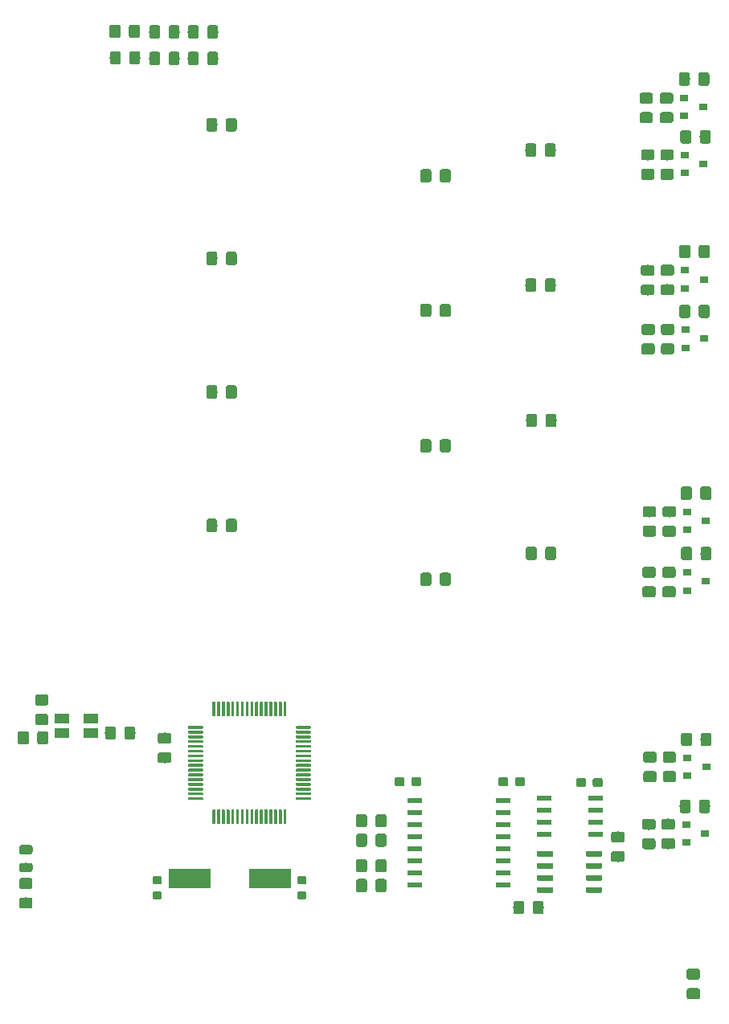
<source format=gbr>
G04 #@! TF.GenerationSoftware,KiCad,Pcbnew,(5.1.0)-1*
G04 #@! TF.CreationDate,2020-06-05T16:09:23+08:00*
G04 #@! TF.ProjectId,vibro_magnet,76696272-6f5f-46d6-9167-6e65742e6b69,rev?*
G04 #@! TF.SameCoordinates,Original*
G04 #@! TF.FileFunction,Paste,Top*
G04 #@! TF.FilePolarity,Positive*
%FSLAX46Y46*%
G04 Gerber Fmt 4.6, Leading zero omitted, Abs format (unit mm)*
G04 Created by KiCad (PCBNEW (5.1.0)-1) date 2020-06-05 16:09:23*
%MOMM*%
%LPD*%
G04 APERTURE LIST*
%ADD10R,4.500000X2.000000*%
%ADD11C,0.100000*%
%ADD12C,0.300000*%
%ADD13R,1.550000X0.600000*%
%ADD14C,0.600000*%
%ADD15R,1.500000X0.600000*%
%ADD16C,1.150000*%
%ADD17R,0.900000X0.800000*%
%ADD18C,0.975000*%
%ADD19R,1.500000X1.100000*%
%ADD20C,0.950000*%
%ADD21C,0.875000*%
G04 APERTURE END LIST*
D10*
X89300000Y-141700000D03*
X80800000Y-141700000D03*
D11*
G36*
X82162351Y-133140361D02*
G01*
X82169632Y-133141441D01*
X82176771Y-133143229D01*
X82183701Y-133145709D01*
X82190355Y-133148856D01*
X82196668Y-133152640D01*
X82202579Y-133157024D01*
X82208033Y-133161967D01*
X82212976Y-133167421D01*
X82217360Y-133173332D01*
X82221144Y-133179645D01*
X82224291Y-133186299D01*
X82226771Y-133193229D01*
X82228559Y-133200368D01*
X82229639Y-133207649D01*
X82230000Y-133215000D01*
X82230000Y-133365000D01*
X82229639Y-133372351D01*
X82228559Y-133379632D01*
X82226771Y-133386771D01*
X82224291Y-133393701D01*
X82221144Y-133400355D01*
X82217360Y-133406668D01*
X82212976Y-133412579D01*
X82208033Y-133418033D01*
X82202579Y-133422976D01*
X82196668Y-133427360D01*
X82190355Y-133431144D01*
X82183701Y-133434291D01*
X82176771Y-133436771D01*
X82169632Y-133438559D01*
X82162351Y-133439639D01*
X82155000Y-133440000D01*
X80755000Y-133440000D01*
X80747649Y-133439639D01*
X80740368Y-133438559D01*
X80733229Y-133436771D01*
X80726299Y-133434291D01*
X80719645Y-133431144D01*
X80713332Y-133427360D01*
X80707421Y-133422976D01*
X80701967Y-133418033D01*
X80697024Y-133412579D01*
X80692640Y-133406668D01*
X80688856Y-133400355D01*
X80685709Y-133393701D01*
X80683229Y-133386771D01*
X80681441Y-133379632D01*
X80680361Y-133372351D01*
X80680000Y-133365000D01*
X80680000Y-133215000D01*
X80680361Y-133207649D01*
X80681441Y-133200368D01*
X80683229Y-133193229D01*
X80685709Y-133186299D01*
X80688856Y-133179645D01*
X80692640Y-133173332D01*
X80697024Y-133167421D01*
X80701967Y-133161967D01*
X80707421Y-133157024D01*
X80713332Y-133152640D01*
X80719645Y-133148856D01*
X80726299Y-133145709D01*
X80733229Y-133143229D01*
X80740368Y-133141441D01*
X80747649Y-133140361D01*
X80755000Y-133140000D01*
X82155000Y-133140000D01*
X82162351Y-133140361D01*
X82162351Y-133140361D01*
G37*
D12*
X81455000Y-133290000D03*
D11*
G36*
X82162351Y-132640361D02*
G01*
X82169632Y-132641441D01*
X82176771Y-132643229D01*
X82183701Y-132645709D01*
X82190355Y-132648856D01*
X82196668Y-132652640D01*
X82202579Y-132657024D01*
X82208033Y-132661967D01*
X82212976Y-132667421D01*
X82217360Y-132673332D01*
X82221144Y-132679645D01*
X82224291Y-132686299D01*
X82226771Y-132693229D01*
X82228559Y-132700368D01*
X82229639Y-132707649D01*
X82230000Y-132715000D01*
X82230000Y-132865000D01*
X82229639Y-132872351D01*
X82228559Y-132879632D01*
X82226771Y-132886771D01*
X82224291Y-132893701D01*
X82221144Y-132900355D01*
X82217360Y-132906668D01*
X82212976Y-132912579D01*
X82208033Y-132918033D01*
X82202579Y-132922976D01*
X82196668Y-132927360D01*
X82190355Y-132931144D01*
X82183701Y-132934291D01*
X82176771Y-132936771D01*
X82169632Y-132938559D01*
X82162351Y-132939639D01*
X82155000Y-132940000D01*
X80755000Y-132940000D01*
X80747649Y-132939639D01*
X80740368Y-132938559D01*
X80733229Y-132936771D01*
X80726299Y-132934291D01*
X80719645Y-132931144D01*
X80713332Y-132927360D01*
X80707421Y-132922976D01*
X80701967Y-132918033D01*
X80697024Y-132912579D01*
X80692640Y-132906668D01*
X80688856Y-132900355D01*
X80685709Y-132893701D01*
X80683229Y-132886771D01*
X80681441Y-132879632D01*
X80680361Y-132872351D01*
X80680000Y-132865000D01*
X80680000Y-132715000D01*
X80680361Y-132707649D01*
X80681441Y-132700368D01*
X80683229Y-132693229D01*
X80685709Y-132686299D01*
X80688856Y-132679645D01*
X80692640Y-132673332D01*
X80697024Y-132667421D01*
X80701967Y-132661967D01*
X80707421Y-132657024D01*
X80713332Y-132652640D01*
X80719645Y-132648856D01*
X80726299Y-132645709D01*
X80733229Y-132643229D01*
X80740368Y-132641441D01*
X80747649Y-132640361D01*
X80755000Y-132640000D01*
X82155000Y-132640000D01*
X82162351Y-132640361D01*
X82162351Y-132640361D01*
G37*
D12*
X81455000Y-132790000D03*
D11*
G36*
X82162351Y-132140361D02*
G01*
X82169632Y-132141441D01*
X82176771Y-132143229D01*
X82183701Y-132145709D01*
X82190355Y-132148856D01*
X82196668Y-132152640D01*
X82202579Y-132157024D01*
X82208033Y-132161967D01*
X82212976Y-132167421D01*
X82217360Y-132173332D01*
X82221144Y-132179645D01*
X82224291Y-132186299D01*
X82226771Y-132193229D01*
X82228559Y-132200368D01*
X82229639Y-132207649D01*
X82230000Y-132215000D01*
X82230000Y-132365000D01*
X82229639Y-132372351D01*
X82228559Y-132379632D01*
X82226771Y-132386771D01*
X82224291Y-132393701D01*
X82221144Y-132400355D01*
X82217360Y-132406668D01*
X82212976Y-132412579D01*
X82208033Y-132418033D01*
X82202579Y-132422976D01*
X82196668Y-132427360D01*
X82190355Y-132431144D01*
X82183701Y-132434291D01*
X82176771Y-132436771D01*
X82169632Y-132438559D01*
X82162351Y-132439639D01*
X82155000Y-132440000D01*
X80755000Y-132440000D01*
X80747649Y-132439639D01*
X80740368Y-132438559D01*
X80733229Y-132436771D01*
X80726299Y-132434291D01*
X80719645Y-132431144D01*
X80713332Y-132427360D01*
X80707421Y-132422976D01*
X80701967Y-132418033D01*
X80697024Y-132412579D01*
X80692640Y-132406668D01*
X80688856Y-132400355D01*
X80685709Y-132393701D01*
X80683229Y-132386771D01*
X80681441Y-132379632D01*
X80680361Y-132372351D01*
X80680000Y-132365000D01*
X80680000Y-132215000D01*
X80680361Y-132207649D01*
X80681441Y-132200368D01*
X80683229Y-132193229D01*
X80685709Y-132186299D01*
X80688856Y-132179645D01*
X80692640Y-132173332D01*
X80697024Y-132167421D01*
X80701967Y-132161967D01*
X80707421Y-132157024D01*
X80713332Y-132152640D01*
X80719645Y-132148856D01*
X80726299Y-132145709D01*
X80733229Y-132143229D01*
X80740368Y-132141441D01*
X80747649Y-132140361D01*
X80755000Y-132140000D01*
X82155000Y-132140000D01*
X82162351Y-132140361D01*
X82162351Y-132140361D01*
G37*
D12*
X81455000Y-132290000D03*
D11*
G36*
X82162351Y-131640361D02*
G01*
X82169632Y-131641441D01*
X82176771Y-131643229D01*
X82183701Y-131645709D01*
X82190355Y-131648856D01*
X82196668Y-131652640D01*
X82202579Y-131657024D01*
X82208033Y-131661967D01*
X82212976Y-131667421D01*
X82217360Y-131673332D01*
X82221144Y-131679645D01*
X82224291Y-131686299D01*
X82226771Y-131693229D01*
X82228559Y-131700368D01*
X82229639Y-131707649D01*
X82230000Y-131715000D01*
X82230000Y-131865000D01*
X82229639Y-131872351D01*
X82228559Y-131879632D01*
X82226771Y-131886771D01*
X82224291Y-131893701D01*
X82221144Y-131900355D01*
X82217360Y-131906668D01*
X82212976Y-131912579D01*
X82208033Y-131918033D01*
X82202579Y-131922976D01*
X82196668Y-131927360D01*
X82190355Y-131931144D01*
X82183701Y-131934291D01*
X82176771Y-131936771D01*
X82169632Y-131938559D01*
X82162351Y-131939639D01*
X82155000Y-131940000D01*
X80755000Y-131940000D01*
X80747649Y-131939639D01*
X80740368Y-131938559D01*
X80733229Y-131936771D01*
X80726299Y-131934291D01*
X80719645Y-131931144D01*
X80713332Y-131927360D01*
X80707421Y-131922976D01*
X80701967Y-131918033D01*
X80697024Y-131912579D01*
X80692640Y-131906668D01*
X80688856Y-131900355D01*
X80685709Y-131893701D01*
X80683229Y-131886771D01*
X80681441Y-131879632D01*
X80680361Y-131872351D01*
X80680000Y-131865000D01*
X80680000Y-131715000D01*
X80680361Y-131707649D01*
X80681441Y-131700368D01*
X80683229Y-131693229D01*
X80685709Y-131686299D01*
X80688856Y-131679645D01*
X80692640Y-131673332D01*
X80697024Y-131667421D01*
X80701967Y-131661967D01*
X80707421Y-131657024D01*
X80713332Y-131652640D01*
X80719645Y-131648856D01*
X80726299Y-131645709D01*
X80733229Y-131643229D01*
X80740368Y-131641441D01*
X80747649Y-131640361D01*
X80755000Y-131640000D01*
X82155000Y-131640000D01*
X82162351Y-131640361D01*
X82162351Y-131640361D01*
G37*
D12*
X81455000Y-131790000D03*
D11*
G36*
X82162351Y-131140361D02*
G01*
X82169632Y-131141441D01*
X82176771Y-131143229D01*
X82183701Y-131145709D01*
X82190355Y-131148856D01*
X82196668Y-131152640D01*
X82202579Y-131157024D01*
X82208033Y-131161967D01*
X82212976Y-131167421D01*
X82217360Y-131173332D01*
X82221144Y-131179645D01*
X82224291Y-131186299D01*
X82226771Y-131193229D01*
X82228559Y-131200368D01*
X82229639Y-131207649D01*
X82230000Y-131215000D01*
X82230000Y-131365000D01*
X82229639Y-131372351D01*
X82228559Y-131379632D01*
X82226771Y-131386771D01*
X82224291Y-131393701D01*
X82221144Y-131400355D01*
X82217360Y-131406668D01*
X82212976Y-131412579D01*
X82208033Y-131418033D01*
X82202579Y-131422976D01*
X82196668Y-131427360D01*
X82190355Y-131431144D01*
X82183701Y-131434291D01*
X82176771Y-131436771D01*
X82169632Y-131438559D01*
X82162351Y-131439639D01*
X82155000Y-131440000D01*
X80755000Y-131440000D01*
X80747649Y-131439639D01*
X80740368Y-131438559D01*
X80733229Y-131436771D01*
X80726299Y-131434291D01*
X80719645Y-131431144D01*
X80713332Y-131427360D01*
X80707421Y-131422976D01*
X80701967Y-131418033D01*
X80697024Y-131412579D01*
X80692640Y-131406668D01*
X80688856Y-131400355D01*
X80685709Y-131393701D01*
X80683229Y-131386771D01*
X80681441Y-131379632D01*
X80680361Y-131372351D01*
X80680000Y-131365000D01*
X80680000Y-131215000D01*
X80680361Y-131207649D01*
X80681441Y-131200368D01*
X80683229Y-131193229D01*
X80685709Y-131186299D01*
X80688856Y-131179645D01*
X80692640Y-131173332D01*
X80697024Y-131167421D01*
X80701967Y-131161967D01*
X80707421Y-131157024D01*
X80713332Y-131152640D01*
X80719645Y-131148856D01*
X80726299Y-131145709D01*
X80733229Y-131143229D01*
X80740368Y-131141441D01*
X80747649Y-131140361D01*
X80755000Y-131140000D01*
X82155000Y-131140000D01*
X82162351Y-131140361D01*
X82162351Y-131140361D01*
G37*
D12*
X81455000Y-131290000D03*
D11*
G36*
X82162351Y-130640361D02*
G01*
X82169632Y-130641441D01*
X82176771Y-130643229D01*
X82183701Y-130645709D01*
X82190355Y-130648856D01*
X82196668Y-130652640D01*
X82202579Y-130657024D01*
X82208033Y-130661967D01*
X82212976Y-130667421D01*
X82217360Y-130673332D01*
X82221144Y-130679645D01*
X82224291Y-130686299D01*
X82226771Y-130693229D01*
X82228559Y-130700368D01*
X82229639Y-130707649D01*
X82230000Y-130715000D01*
X82230000Y-130865000D01*
X82229639Y-130872351D01*
X82228559Y-130879632D01*
X82226771Y-130886771D01*
X82224291Y-130893701D01*
X82221144Y-130900355D01*
X82217360Y-130906668D01*
X82212976Y-130912579D01*
X82208033Y-130918033D01*
X82202579Y-130922976D01*
X82196668Y-130927360D01*
X82190355Y-130931144D01*
X82183701Y-130934291D01*
X82176771Y-130936771D01*
X82169632Y-130938559D01*
X82162351Y-130939639D01*
X82155000Y-130940000D01*
X80755000Y-130940000D01*
X80747649Y-130939639D01*
X80740368Y-130938559D01*
X80733229Y-130936771D01*
X80726299Y-130934291D01*
X80719645Y-130931144D01*
X80713332Y-130927360D01*
X80707421Y-130922976D01*
X80701967Y-130918033D01*
X80697024Y-130912579D01*
X80692640Y-130906668D01*
X80688856Y-130900355D01*
X80685709Y-130893701D01*
X80683229Y-130886771D01*
X80681441Y-130879632D01*
X80680361Y-130872351D01*
X80680000Y-130865000D01*
X80680000Y-130715000D01*
X80680361Y-130707649D01*
X80681441Y-130700368D01*
X80683229Y-130693229D01*
X80685709Y-130686299D01*
X80688856Y-130679645D01*
X80692640Y-130673332D01*
X80697024Y-130667421D01*
X80701967Y-130661967D01*
X80707421Y-130657024D01*
X80713332Y-130652640D01*
X80719645Y-130648856D01*
X80726299Y-130645709D01*
X80733229Y-130643229D01*
X80740368Y-130641441D01*
X80747649Y-130640361D01*
X80755000Y-130640000D01*
X82155000Y-130640000D01*
X82162351Y-130640361D01*
X82162351Y-130640361D01*
G37*
D12*
X81455000Y-130790000D03*
D11*
G36*
X82162351Y-130140361D02*
G01*
X82169632Y-130141441D01*
X82176771Y-130143229D01*
X82183701Y-130145709D01*
X82190355Y-130148856D01*
X82196668Y-130152640D01*
X82202579Y-130157024D01*
X82208033Y-130161967D01*
X82212976Y-130167421D01*
X82217360Y-130173332D01*
X82221144Y-130179645D01*
X82224291Y-130186299D01*
X82226771Y-130193229D01*
X82228559Y-130200368D01*
X82229639Y-130207649D01*
X82230000Y-130215000D01*
X82230000Y-130365000D01*
X82229639Y-130372351D01*
X82228559Y-130379632D01*
X82226771Y-130386771D01*
X82224291Y-130393701D01*
X82221144Y-130400355D01*
X82217360Y-130406668D01*
X82212976Y-130412579D01*
X82208033Y-130418033D01*
X82202579Y-130422976D01*
X82196668Y-130427360D01*
X82190355Y-130431144D01*
X82183701Y-130434291D01*
X82176771Y-130436771D01*
X82169632Y-130438559D01*
X82162351Y-130439639D01*
X82155000Y-130440000D01*
X80755000Y-130440000D01*
X80747649Y-130439639D01*
X80740368Y-130438559D01*
X80733229Y-130436771D01*
X80726299Y-130434291D01*
X80719645Y-130431144D01*
X80713332Y-130427360D01*
X80707421Y-130422976D01*
X80701967Y-130418033D01*
X80697024Y-130412579D01*
X80692640Y-130406668D01*
X80688856Y-130400355D01*
X80685709Y-130393701D01*
X80683229Y-130386771D01*
X80681441Y-130379632D01*
X80680361Y-130372351D01*
X80680000Y-130365000D01*
X80680000Y-130215000D01*
X80680361Y-130207649D01*
X80681441Y-130200368D01*
X80683229Y-130193229D01*
X80685709Y-130186299D01*
X80688856Y-130179645D01*
X80692640Y-130173332D01*
X80697024Y-130167421D01*
X80701967Y-130161967D01*
X80707421Y-130157024D01*
X80713332Y-130152640D01*
X80719645Y-130148856D01*
X80726299Y-130145709D01*
X80733229Y-130143229D01*
X80740368Y-130141441D01*
X80747649Y-130140361D01*
X80755000Y-130140000D01*
X82155000Y-130140000D01*
X82162351Y-130140361D01*
X82162351Y-130140361D01*
G37*
D12*
X81455000Y-130290000D03*
D11*
G36*
X82162351Y-129640361D02*
G01*
X82169632Y-129641441D01*
X82176771Y-129643229D01*
X82183701Y-129645709D01*
X82190355Y-129648856D01*
X82196668Y-129652640D01*
X82202579Y-129657024D01*
X82208033Y-129661967D01*
X82212976Y-129667421D01*
X82217360Y-129673332D01*
X82221144Y-129679645D01*
X82224291Y-129686299D01*
X82226771Y-129693229D01*
X82228559Y-129700368D01*
X82229639Y-129707649D01*
X82230000Y-129715000D01*
X82230000Y-129865000D01*
X82229639Y-129872351D01*
X82228559Y-129879632D01*
X82226771Y-129886771D01*
X82224291Y-129893701D01*
X82221144Y-129900355D01*
X82217360Y-129906668D01*
X82212976Y-129912579D01*
X82208033Y-129918033D01*
X82202579Y-129922976D01*
X82196668Y-129927360D01*
X82190355Y-129931144D01*
X82183701Y-129934291D01*
X82176771Y-129936771D01*
X82169632Y-129938559D01*
X82162351Y-129939639D01*
X82155000Y-129940000D01*
X80755000Y-129940000D01*
X80747649Y-129939639D01*
X80740368Y-129938559D01*
X80733229Y-129936771D01*
X80726299Y-129934291D01*
X80719645Y-129931144D01*
X80713332Y-129927360D01*
X80707421Y-129922976D01*
X80701967Y-129918033D01*
X80697024Y-129912579D01*
X80692640Y-129906668D01*
X80688856Y-129900355D01*
X80685709Y-129893701D01*
X80683229Y-129886771D01*
X80681441Y-129879632D01*
X80680361Y-129872351D01*
X80680000Y-129865000D01*
X80680000Y-129715000D01*
X80680361Y-129707649D01*
X80681441Y-129700368D01*
X80683229Y-129693229D01*
X80685709Y-129686299D01*
X80688856Y-129679645D01*
X80692640Y-129673332D01*
X80697024Y-129667421D01*
X80701967Y-129661967D01*
X80707421Y-129657024D01*
X80713332Y-129652640D01*
X80719645Y-129648856D01*
X80726299Y-129645709D01*
X80733229Y-129643229D01*
X80740368Y-129641441D01*
X80747649Y-129640361D01*
X80755000Y-129640000D01*
X82155000Y-129640000D01*
X82162351Y-129640361D01*
X82162351Y-129640361D01*
G37*
D12*
X81455000Y-129790000D03*
D11*
G36*
X82162351Y-129140361D02*
G01*
X82169632Y-129141441D01*
X82176771Y-129143229D01*
X82183701Y-129145709D01*
X82190355Y-129148856D01*
X82196668Y-129152640D01*
X82202579Y-129157024D01*
X82208033Y-129161967D01*
X82212976Y-129167421D01*
X82217360Y-129173332D01*
X82221144Y-129179645D01*
X82224291Y-129186299D01*
X82226771Y-129193229D01*
X82228559Y-129200368D01*
X82229639Y-129207649D01*
X82230000Y-129215000D01*
X82230000Y-129365000D01*
X82229639Y-129372351D01*
X82228559Y-129379632D01*
X82226771Y-129386771D01*
X82224291Y-129393701D01*
X82221144Y-129400355D01*
X82217360Y-129406668D01*
X82212976Y-129412579D01*
X82208033Y-129418033D01*
X82202579Y-129422976D01*
X82196668Y-129427360D01*
X82190355Y-129431144D01*
X82183701Y-129434291D01*
X82176771Y-129436771D01*
X82169632Y-129438559D01*
X82162351Y-129439639D01*
X82155000Y-129440000D01*
X80755000Y-129440000D01*
X80747649Y-129439639D01*
X80740368Y-129438559D01*
X80733229Y-129436771D01*
X80726299Y-129434291D01*
X80719645Y-129431144D01*
X80713332Y-129427360D01*
X80707421Y-129422976D01*
X80701967Y-129418033D01*
X80697024Y-129412579D01*
X80692640Y-129406668D01*
X80688856Y-129400355D01*
X80685709Y-129393701D01*
X80683229Y-129386771D01*
X80681441Y-129379632D01*
X80680361Y-129372351D01*
X80680000Y-129365000D01*
X80680000Y-129215000D01*
X80680361Y-129207649D01*
X80681441Y-129200368D01*
X80683229Y-129193229D01*
X80685709Y-129186299D01*
X80688856Y-129179645D01*
X80692640Y-129173332D01*
X80697024Y-129167421D01*
X80701967Y-129161967D01*
X80707421Y-129157024D01*
X80713332Y-129152640D01*
X80719645Y-129148856D01*
X80726299Y-129145709D01*
X80733229Y-129143229D01*
X80740368Y-129141441D01*
X80747649Y-129140361D01*
X80755000Y-129140000D01*
X82155000Y-129140000D01*
X82162351Y-129140361D01*
X82162351Y-129140361D01*
G37*
D12*
X81455000Y-129290000D03*
D11*
G36*
X82162351Y-128640361D02*
G01*
X82169632Y-128641441D01*
X82176771Y-128643229D01*
X82183701Y-128645709D01*
X82190355Y-128648856D01*
X82196668Y-128652640D01*
X82202579Y-128657024D01*
X82208033Y-128661967D01*
X82212976Y-128667421D01*
X82217360Y-128673332D01*
X82221144Y-128679645D01*
X82224291Y-128686299D01*
X82226771Y-128693229D01*
X82228559Y-128700368D01*
X82229639Y-128707649D01*
X82230000Y-128715000D01*
X82230000Y-128865000D01*
X82229639Y-128872351D01*
X82228559Y-128879632D01*
X82226771Y-128886771D01*
X82224291Y-128893701D01*
X82221144Y-128900355D01*
X82217360Y-128906668D01*
X82212976Y-128912579D01*
X82208033Y-128918033D01*
X82202579Y-128922976D01*
X82196668Y-128927360D01*
X82190355Y-128931144D01*
X82183701Y-128934291D01*
X82176771Y-128936771D01*
X82169632Y-128938559D01*
X82162351Y-128939639D01*
X82155000Y-128940000D01*
X80755000Y-128940000D01*
X80747649Y-128939639D01*
X80740368Y-128938559D01*
X80733229Y-128936771D01*
X80726299Y-128934291D01*
X80719645Y-128931144D01*
X80713332Y-128927360D01*
X80707421Y-128922976D01*
X80701967Y-128918033D01*
X80697024Y-128912579D01*
X80692640Y-128906668D01*
X80688856Y-128900355D01*
X80685709Y-128893701D01*
X80683229Y-128886771D01*
X80681441Y-128879632D01*
X80680361Y-128872351D01*
X80680000Y-128865000D01*
X80680000Y-128715000D01*
X80680361Y-128707649D01*
X80681441Y-128700368D01*
X80683229Y-128693229D01*
X80685709Y-128686299D01*
X80688856Y-128679645D01*
X80692640Y-128673332D01*
X80697024Y-128667421D01*
X80701967Y-128661967D01*
X80707421Y-128657024D01*
X80713332Y-128652640D01*
X80719645Y-128648856D01*
X80726299Y-128645709D01*
X80733229Y-128643229D01*
X80740368Y-128641441D01*
X80747649Y-128640361D01*
X80755000Y-128640000D01*
X82155000Y-128640000D01*
X82162351Y-128640361D01*
X82162351Y-128640361D01*
G37*
D12*
X81455000Y-128790000D03*
D11*
G36*
X82162351Y-128140361D02*
G01*
X82169632Y-128141441D01*
X82176771Y-128143229D01*
X82183701Y-128145709D01*
X82190355Y-128148856D01*
X82196668Y-128152640D01*
X82202579Y-128157024D01*
X82208033Y-128161967D01*
X82212976Y-128167421D01*
X82217360Y-128173332D01*
X82221144Y-128179645D01*
X82224291Y-128186299D01*
X82226771Y-128193229D01*
X82228559Y-128200368D01*
X82229639Y-128207649D01*
X82230000Y-128215000D01*
X82230000Y-128365000D01*
X82229639Y-128372351D01*
X82228559Y-128379632D01*
X82226771Y-128386771D01*
X82224291Y-128393701D01*
X82221144Y-128400355D01*
X82217360Y-128406668D01*
X82212976Y-128412579D01*
X82208033Y-128418033D01*
X82202579Y-128422976D01*
X82196668Y-128427360D01*
X82190355Y-128431144D01*
X82183701Y-128434291D01*
X82176771Y-128436771D01*
X82169632Y-128438559D01*
X82162351Y-128439639D01*
X82155000Y-128440000D01*
X80755000Y-128440000D01*
X80747649Y-128439639D01*
X80740368Y-128438559D01*
X80733229Y-128436771D01*
X80726299Y-128434291D01*
X80719645Y-128431144D01*
X80713332Y-128427360D01*
X80707421Y-128422976D01*
X80701967Y-128418033D01*
X80697024Y-128412579D01*
X80692640Y-128406668D01*
X80688856Y-128400355D01*
X80685709Y-128393701D01*
X80683229Y-128386771D01*
X80681441Y-128379632D01*
X80680361Y-128372351D01*
X80680000Y-128365000D01*
X80680000Y-128215000D01*
X80680361Y-128207649D01*
X80681441Y-128200368D01*
X80683229Y-128193229D01*
X80685709Y-128186299D01*
X80688856Y-128179645D01*
X80692640Y-128173332D01*
X80697024Y-128167421D01*
X80701967Y-128161967D01*
X80707421Y-128157024D01*
X80713332Y-128152640D01*
X80719645Y-128148856D01*
X80726299Y-128145709D01*
X80733229Y-128143229D01*
X80740368Y-128141441D01*
X80747649Y-128140361D01*
X80755000Y-128140000D01*
X82155000Y-128140000D01*
X82162351Y-128140361D01*
X82162351Y-128140361D01*
G37*
D12*
X81455000Y-128290000D03*
D11*
G36*
X82162351Y-127640361D02*
G01*
X82169632Y-127641441D01*
X82176771Y-127643229D01*
X82183701Y-127645709D01*
X82190355Y-127648856D01*
X82196668Y-127652640D01*
X82202579Y-127657024D01*
X82208033Y-127661967D01*
X82212976Y-127667421D01*
X82217360Y-127673332D01*
X82221144Y-127679645D01*
X82224291Y-127686299D01*
X82226771Y-127693229D01*
X82228559Y-127700368D01*
X82229639Y-127707649D01*
X82230000Y-127715000D01*
X82230000Y-127865000D01*
X82229639Y-127872351D01*
X82228559Y-127879632D01*
X82226771Y-127886771D01*
X82224291Y-127893701D01*
X82221144Y-127900355D01*
X82217360Y-127906668D01*
X82212976Y-127912579D01*
X82208033Y-127918033D01*
X82202579Y-127922976D01*
X82196668Y-127927360D01*
X82190355Y-127931144D01*
X82183701Y-127934291D01*
X82176771Y-127936771D01*
X82169632Y-127938559D01*
X82162351Y-127939639D01*
X82155000Y-127940000D01*
X80755000Y-127940000D01*
X80747649Y-127939639D01*
X80740368Y-127938559D01*
X80733229Y-127936771D01*
X80726299Y-127934291D01*
X80719645Y-127931144D01*
X80713332Y-127927360D01*
X80707421Y-127922976D01*
X80701967Y-127918033D01*
X80697024Y-127912579D01*
X80692640Y-127906668D01*
X80688856Y-127900355D01*
X80685709Y-127893701D01*
X80683229Y-127886771D01*
X80681441Y-127879632D01*
X80680361Y-127872351D01*
X80680000Y-127865000D01*
X80680000Y-127715000D01*
X80680361Y-127707649D01*
X80681441Y-127700368D01*
X80683229Y-127693229D01*
X80685709Y-127686299D01*
X80688856Y-127679645D01*
X80692640Y-127673332D01*
X80697024Y-127667421D01*
X80701967Y-127661967D01*
X80707421Y-127657024D01*
X80713332Y-127652640D01*
X80719645Y-127648856D01*
X80726299Y-127645709D01*
X80733229Y-127643229D01*
X80740368Y-127641441D01*
X80747649Y-127640361D01*
X80755000Y-127640000D01*
X82155000Y-127640000D01*
X82162351Y-127640361D01*
X82162351Y-127640361D01*
G37*
D12*
X81455000Y-127790000D03*
D11*
G36*
X82162351Y-127140361D02*
G01*
X82169632Y-127141441D01*
X82176771Y-127143229D01*
X82183701Y-127145709D01*
X82190355Y-127148856D01*
X82196668Y-127152640D01*
X82202579Y-127157024D01*
X82208033Y-127161967D01*
X82212976Y-127167421D01*
X82217360Y-127173332D01*
X82221144Y-127179645D01*
X82224291Y-127186299D01*
X82226771Y-127193229D01*
X82228559Y-127200368D01*
X82229639Y-127207649D01*
X82230000Y-127215000D01*
X82230000Y-127365000D01*
X82229639Y-127372351D01*
X82228559Y-127379632D01*
X82226771Y-127386771D01*
X82224291Y-127393701D01*
X82221144Y-127400355D01*
X82217360Y-127406668D01*
X82212976Y-127412579D01*
X82208033Y-127418033D01*
X82202579Y-127422976D01*
X82196668Y-127427360D01*
X82190355Y-127431144D01*
X82183701Y-127434291D01*
X82176771Y-127436771D01*
X82169632Y-127438559D01*
X82162351Y-127439639D01*
X82155000Y-127440000D01*
X80755000Y-127440000D01*
X80747649Y-127439639D01*
X80740368Y-127438559D01*
X80733229Y-127436771D01*
X80726299Y-127434291D01*
X80719645Y-127431144D01*
X80713332Y-127427360D01*
X80707421Y-127422976D01*
X80701967Y-127418033D01*
X80697024Y-127412579D01*
X80692640Y-127406668D01*
X80688856Y-127400355D01*
X80685709Y-127393701D01*
X80683229Y-127386771D01*
X80681441Y-127379632D01*
X80680361Y-127372351D01*
X80680000Y-127365000D01*
X80680000Y-127215000D01*
X80680361Y-127207649D01*
X80681441Y-127200368D01*
X80683229Y-127193229D01*
X80685709Y-127186299D01*
X80688856Y-127179645D01*
X80692640Y-127173332D01*
X80697024Y-127167421D01*
X80701967Y-127161967D01*
X80707421Y-127157024D01*
X80713332Y-127152640D01*
X80719645Y-127148856D01*
X80726299Y-127145709D01*
X80733229Y-127143229D01*
X80740368Y-127141441D01*
X80747649Y-127140361D01*
X80755000Y-127140000D01*
X82155000Y-127140000D01*
X82162351Y-127140361D01*
X82162351Y-127140361D01*
G37*
D12*
X81455000Y-127290000D03*
D11*
G36*
X82162351Y-126640361D02*
G01*
X82169632Y-126641441D01*
X82176771Y-126643229D01*
X82183701Y-126645709D01*
X82190355Y-126648856D01*
X82196668Y-126652640D01*
X82202579Y-126657024D01*
X82208033Y-126661967D01*
X82212976Y-126667421D01*
X82217360Y-126673332D01*
X82221144Y-126679645D01*
X82224291Y-126686299D01*
X82226771Y-126693229D01*
X82228559Y-126700368D01*
X82229639Y-126707649D01*
X82230000Y-126715000D01*
X82230000Y-126865000D01*
X82229639Y-126872351D01*
X82228559Y-126879632D01*
X82226771Y-126886771D01*
X82224291Y-126893701D01*
X82221144Y-126900355D01*
X82217360Y-126906668D01*
X82212976Y-126912579D01*
X82208033Y-126918033D01*
X82202579Y-126922976D01*
X82196668Y-126927360D01*
X82190355Y-126931144D01*
X82183701Y-126934291D01*
X82176771Y-126936771D01*
X82169632Y-126938559D01*
X82162351Y-126939639D01*
X82155000Y-126940000D01*
X80755000Y-126940000D01*
X80747649Y-126939639D01*
X80740368Y-126938559D01*
X80733229Y-126936771D01*
X80726299Y-126934291D01*
X80719645Y-126931144D01*
X80713332Y-126927360D01*
X80707421Y-126922976D01*
X80701967Y-126918033D01*
X80697024Y-126912579D01*
X80692640Y-126906668D01*
X80688856Y-126900355D01*
X80685709Y-126893701D01*
X80683229Y-126886771D01*
X80681441Y-126879632D01*
X80680361Y-126872351D01*
X80680000Y-126865000D01*
X80680000Y-126715000D01*
X80680361Y-126707649D01*
X80681441Y-126700368D01*
X80683229Y-126693229D01*
X80685709Y-126686299D01*
X80688856Y-126679645D01*
X80692640Y-126673332D01*
X80697024Y-126667421D01*
X80701967Y-126661967D01*
X80707421Y-126657024D01*
X80713332Y-126652640D01*
X80719645Y-126648856D01*
X80726299Y-126645709D01*
X80733229Y-126643229D01*
X80740368Y-126641441D01*
X80747649Y-126640361D01*
X80755000Y-126640000D01*
X82155000Y-126640000D01*
X82162351Y-126640361D01*
X82162351Y-126640361D01*
G37*
D12*
X81455000Y-126790000D03*
D11*
G36*
X82162351Y-126140361D02*
G01*
X82169632Y-126141441D01*
X82176771Y-126143229D01*
X82183701Y-126145709D01*
X82190355Y-126148856D01*
X82196668Y-126152640D01*
X82202579Y-126157024D01*
X82208033Y-126161967D01*
X82212976Y-126167421D01*
X82217360Y-126173332D01*
X82221144Y-126179645D01*
X82224291Y-126186299D01*
X82226771Y-126193229D01*
X82228559Y-126200368D01*
X82229639Y-126207649D01*
X82230000Y-126215000D01*
X82230000Y-126365000D01*
X82229639Y-126372351D01*
X82228559Y-126379632D01*
X82226771Y-126386771D01*
X82224291Y-126393701D01*
X82221144Y-126400355D01*
X82217360Y-126406668D01*
X82212976Y-126412579D01*
X82208033Y-126418033D01*
X82202579Y-126422976D01*
X82196668Y-126427360D01*
X82190355Y-126431144D01*
X82183701Y-126434291D01*
X82176771Y-126436771D01*
X82169632Y-126438559D01*
X82162351Y-126439639D01*
X82155000Y-126440000D01*
X80755000Y-126440000D01*
X80747649Y-126439639D01*
X80740368Y-126438559D01*
X80733229Y-126436771D01*
X80726299Y-126434291D01*
X80719645Y-126431144D01*
X80713332Y-126427360D01*
X80707421Y-126422976D01*
X80701967Y-126418033D01*
X80697024Y-126412579D01*
X80692640Y-126406668D01*
X80688856Y-126400355D01*
X80685709Y-126393701D01*
X80683229Y-126386771D01*
X80681441Y-126379632D01*
X80680361Y-126372351D01*
X80680000Y-126365000D01*
X80680000Y-126215000D01*
X80680361Y-126207649D01*
X80681441Y-126200368D01*
X80683229Y-126193229D01*
X80685709Y-126186299D01*
X80688856Y-126179645D01*
X80692640Y-126173332D01*
X80697024Y-126167421D01*
X80701967Y-126161967D01*
X80707421Y-126157024D01*
X80713332Y-126152640D01*
X80719645Y-126148856D01*
X80726299Y-126145709D01*
X80733229Y-126143229D01*
X80740368Y-126141441D01*
X80747649Y-126140361D01*
X80755000Y-126140000D01*
X82155000Y-126140000D01*
X82162351Y-126140361D01*
X82162351Y-126140361D01*
G37*
D12*
X81455000Y-126290000D03*
D11*
G36*
X82162351Y-125640361D02*
G01*
X82169632Y-125641441D01*
X82176771Y-125643229D01*
X82183701Y-125645709D01*
X82190355Y-125648856D01*
X82196668Y-125652640D01*
X82202579Y-125657024D01*
X82208033Y-125661967D01*
X82212976Y-125667421D01*
X82217360Y-125673332D01*
X82221144Y-125679645D01*
X82224291Y-125686299D01*
X82226771Y-125693229D01*
X82228559Y-125700368D01*
X82229639Y-125707649D01*
X82230000Y-125715000D01*
X82230000Y-125865000D01*
X82229639Y-125872351D01*
X82228559Y-125879632D01*
X82226771Y-125886771D01*
X82224291Y-125893701D01*
X82221144Y-125900355D01*
X82217360Y-125906668D01*
X82212976Y-125912579D01*
X82208033Y-125918033D01*
X82202579Y-125922976D01*
X82196668Y-125927360D01*
X82190355Y-125931144D01*
X82183701Y-125934291D01*
X82176771Y-125936771D01*
X82169632Y-125938559D01*
X82162351Y-125939639D01*
X82155000Y-125940000D01*
X80755000Y-125940000D01*
X80747649Y-125939639D01*
X80740368Y-125938559D01*
X80733229Y-125936771D01*
X80726299Y-125934291D01*
X80719645Y-125931144D01*
X80713332Y-125927360D01*
X80707421Y-125922976D01*
X80701967Y-125918033D01*
X80697024Y-125912579D01*
X80692640Y-125906668D01*
X80688856Y-125900355D01*
X80685709Y-125893701D01*
X80683229Y-125886771D01*
X80681441Y-125879632D01*
X80680361Y-125872351D01*
X80680000Y-125865000D01*
X80680000Y-125715000D01*
X80680361Y-125707649D01*
X80681441Y-125700368D01*
X80683229Y-125693229D01*
X80685709Y-125686299D01*
X80688856Y-125679645D01*
X80692640Y-125673332D01*
X80697024Y-125667421D01*
X80701967Y-125661967D01*
X80707421Y-125657024D01*
X80713332Y-125652640D01*
X80719645Y-125648856D01*
X80726299Y-125645709D01*
X80733229Y-125643229D01*
X80740368Y-125641441D01*
X80747649Y-125640361D01*
X80755000Y-125640000D01*
X82155000Y-125640000D01*
X82162351Y-125640361D01*
X82162351Y-125640361D01*
G37*
D12*
X81455000Y-125790000D03*
D11*
G36*
X83462351Y-123090361D02*
G01*
X83469632Y-123091441D01*
X83476771Y-123093229D01*
X83483701Y-123095709D01*
X83490355Y-123098856D01*
X83496668Y-123102640D01*
X83502579Y-123107024D01*
X83508033Y-123111967D01*
X83512976Y-123117421D01*
X83517360Y-123123332D01*
X83521144Y-123129645D01*
X83524291Y-123136299D01*
X83526771Y-123143229D01*
X83528559Y-123150368D01*
X83529639Y-123157649D01*
X83530000Y-123165000D01*
X83530000Y-124565000D01*
X83529639Y-124572351D01*
X83528559Y-124579632D01*
X83526771Y-124586771D01*
X83524291Y-124593701D01*
X83521144Y-124600355D01*
X83517360Y-124606668D01*
X83512976Y-124612579D01*
X83508033Y-124618033D01*
X83502579Y-124622976D01*
X83496668Y-124627360D01*
X83490355Y-124631144D01*
X83483701Y-124634291D01*
X83476771Y-124636771D01*
X83469632Y-124638559D01*
X83462351Y-124639639D01*
X83455000Y-124640000D01*
X83305000Y-124640000D01*
X83297649Y-124639639D01*
X83290368Y-124638559D01*
X83283229Y-124636771D01*
X83276299Y-124634291D01*
X83269645Y-124631144D01*
X83263332Y-124627360D01*
X83257421Y-124622976D01*
X83251967Y-124618033D01*
X83247024Y-124612579D01*
X83242640Y-124606668D01*
X83238856Y-124600355D01*
X83235709Y-124593701D01*
X83233229Y-124586771D01*
X83231441Y-124579632D01*
X83230361Y-124572351D01*
X83230000Y-124565000D01*
X83230000Y-123165000D01*
X83230361Y-123157649D01*
X83231441Y-123150368D01*
X83233229Y-123143229D01*
X83235709Y-123136299D01*
X83238856Y-123129645D01*
X83242640Y-123123332D01*
X83247024Y-123117421D01*
X83251967Y-123111967D01*
X83257421Y-123107024D01*
X83263332Y-123102640D01*
X83269645Y-123098856D01*
X83276299Y-123095709D01*
X83283229Y-123093229D01*
X83290368Y-123091441D01*
X83297649Y-123090361D01*
X83305000Y-123090000D01*
X83455000Y-123090000D01*
X83462351Y-123090361D01*
X83462351Y-123090361D01*
G37*
D12*
X83380000Y-123865000D03*
D11*
G36*
X83962351Y-123090361D02*
G01*
X83969632Y-123091441D01*
X83976771Y-123093229D01*
X83983701Y-123095709D01*
X83990355Y-123098856D01*
X83996668Y-123102640D01*
X84002579Y-123107024D01*
X84008033Y-123111967D01*
X84012976Y-123117421D01*
X84017360Y-123123332D01*
X84021144Y-123129645D01*
X84024291Y-123136299D01*
X84026771Y-123143229D01*
X84028559Y-123150368D01*
X84029639Y-123157649D01*
X84030000Y-123165000D01*
X84030000Y-124565000D01*
X84029639Y-124572351D01*
X84028559Y-124579632D01*
X84026771Y-124586771D01*
X84024291Y-124593701D01*
X84021144Y-124600355D01*
X84017360Y-124606668D01*
X84012976Y-124612579D01*
X84008033Y-124618033D01*
X84002579Y-124622976D01*
X83996668Y-124627360D01*
X83990355Y-124631144D01*
X83983701Y-124634291D01*
X83976771Y-124636771D01*
X83969632Y-124638559D01*
X83962351Y-124639639D01*
X83955000Y-124640000D01*
X83805000Y-124640000D01*
X83797649Y-124639639D01*
X83790368Y-124638559D01*
X83783229Y-124636771D01*
X83776299Y-124634291D01*
X83769645Y-124631144D01*
X83763332Y-124627360D01*
X83757421Y-124622976D01*
X83751967Y-124618033D01*
X83747024Y-124612579D01*
X83742640Y-124606668D01*
X83738856Y-124600355D01*
X83735709Y-124593701D01*
X83733229Y-124586771D01*
X83731441Y-124579632D01*
X83730361Y-124572351D01*
X83730000Y-124565000D01*
X83730000Y-123165000D01*
X83730361Y-123157649D01*
X83731441Y-123150368D01*
X83733229Y-123143229D01*
X83735709Y-123136299D01*
X83738856Y-123129645D01*
X83742640Y-123123332D01*
X83747024Y-123117421D01*
X83751967Y-123111967D01*
X83757421Y-123107024D01*
X83763332Y-123102640D01*
X83769645Y-123098856D01*
X83776299Y-123095709D01*
X83783229Y-123093229D01*
X83790368Y-123091441D01*
X83797649Y-123090361D01*
X83805000Y-123090000D01*
X83955000Y-123090000D01*
X83962351Y-123090361D01*
X83962351Y-123090361D01*
G37*
D12*
X83880000Y-123865000D03*
D11*
G36*
X84462351Y-123090361D02*
G01*
X84469632Y-123091441D01*
X84476771Y-123093229D01*
X84483701Y-123095709D01*
X84490355Y-123098856D01*
X84496668Y-123102640D01*
X84502579Y-123107024D01*
X84508033Y-123111967D01*
X84512976Y-123117421D01*
X84517360Y-123123332D01*
X84521144Y-123129645D01*
X84524291Y-123136299D01*
X84526771Y-123143229D01*
X84528559Y-123150368D01*
X84529639Y-123157649D01*
X84530000Y-123165000D01*
X84530000Y-124565000D01*
X84529639Y-124572351D01*
X84528559Y-124579632D01*
X84526771Y-124586771D01*
X84524291Y-124593701D01*
X84521144Y-124600355D01*
X84517360Y-124606668D01*
X84512976Y-124612579D01*
X84508033Y-124618033D01*
X84502579Y-124622976D01*
X84496668Y-124627360D01*
X84490355Y-124631144D01*
X84483701Y-124634291D01*
X84476771Y-124636771D01*
X84469632Y-124638559D01*
X84462351Y-124639639D01*
X84455000Y-124640000D01*
X84305000Y-124640000D01*
X84297649Y-124639639D01*
X84290368Y-124638559D01*
X84283229Y-124636771D01*
X84276299Y-124634291D01*
X84269645Y-124631144D01*
X84263332Y-124627360D01*
X84257421Y-124622976D01*
X84251967Y-124618033D01*
X84247024Y-124612579D01*
X84242640Y-124606668D01*
X84238856Y-124600355D01*
X84235709Y-124593701D01*
X84233229Y-124586771D01*
X84231441Y-124579632D01*
X84230361Y-124572351D01*
X84230000Y-124565000D01*
X84230000Y-123165000D01*
X84230361Y-123157649D01*
X84231441Y-123150368D01*
X84233229Y-123143229D01*
X84235709Y-123136299D01*
X84238856Y-123129645D01*
X84242640Y-123123332D01*
X84247024Y-123117421D01*
X84251967Y-123111967D01*
X84257421Y-123107024D01*
X84263332Y-123102640D01*
X84269645Y-123098856D01*
X84276299Y-123095709D01*
X84283229Y-123093229D01*
X84290368Y-123091441D01*
X84297649Y-123090361D01*
X84305000Y-123090000D01*
X84455000Y-123090000D01*
X84462351Y-123090361D01*
X84462351Y-123090361D01*
G37*
D12*
X84380000Y-123865000D03*
D11*
G36*
X84962351Y-123090361D02*
G01*
X84969632Y-123091441D01*
X84976771Y-123093229D01*
X84983701Y-123095709D01*
X84990355Y-123098856D01*
X84996668Y-123102640D01*
X85002579Y-123107024D01*
X85008033Y-123111967D01*
X85012976Y-123117421D01*
X85017360Y-123123332D01*
X85021144Y-123129645D01*
X85024291Y-123136299D01*
X85026771Y-123143229D01*
X85028559Y-123150368D01*
X85029639Y-123157649D01*
X85030000Y-123165000D01*
X85030000Y-124565000D01*
X85029639Y-124572351D01*
X85028559Y-124579632D01*
X85026771Y-124586771D01*
X85024291Y-124593701D01*
X85021144Y-124600355D01*
X85017360Y-124606668D01*
X85012976Y-124612579D01*
X85008033Y-124618033D01*
X85002579Y-124622976D01*
X84996668Y-124627360D01*
X84990355Y-124631144D01*
X84983701Y-124634291D01*
X84976771Y-124636771D01*
X84969632Y-124638559D01*
X84962351Y-124639639D01*
X84955000Y-124640000D01*
X84805000Y-124640000D01*
X84797649Y-124639639D01*
X84790368Y-124638559D01*
X84783229Y-124636771D01*
X84776299Y-124634291D01*
X84769645Y-124631144D01*
X84763332Y-124627360D01*
X84757421Y-124622976D01*
X84751967Y-124618033D01*
X84747024Y-124612579D01*
X84742640Y-124606668D01*
X84738856Y-124600355D01*
X84735709Y-124593701D01*
X84733229Y-124586771D01*
X84731441Y-124579632D01*
X84730361Y-124572351D01*
X84730000Y-124565000D01*
X84730000Y-123165000D01*
X84730361Y-123157649D01*
X84731441Y-123150368D01*
X84733229Y-123143229D01*
X84735709Y-123136299D01*
X84738856Y-123129645D01*
X84742640Y-123123332D01*
X84747024Y-123117421D01*
X84751967Y-123111967D01*
X84757421Y-123107024D01*
X84763332Y-123102640D01*
X84769645Y-123098856D01*
X84776299Y-123095709D01*
X84783229Y-123093229D01*
X84790368Y-123091441D01*
X84797649Y-123090361D01*
X84805000Y-123090000D01*
X84955000Y-123090000D01*
X84962351Y-123090361D01*
X84962351Y-123090361D01*
G37*
D12*
X84880000Y-123865000D03*
D11*
G36*
X85462351Y-123090361D02*
G01*
X85469632Y-123091441D01*
X85476771Y-123093229D01*
X85483701Y-123095709D01*
X85490355Y-123098856D01*
X85496668Y-123102640D01*
X85502579Y-123107024D01*
X85508033Y-123111967D01*
X85512976Y-123117421D01*
X85517360Y-123123332D01*
X85521144Y-123129645D01*
X85524291Y-123136299D01*
X85526771Y-123143229D01*
X85528559Y-123150368D01*
X85529639Y-123157649D01*
X85530000Y-123165000D01*
X85530000Y-124565000D01*
X85529639Y-124572351D01*
X85528559Y-124579632D01*
X85526771Y-124586771D01*
X85524291Y-124593701D01*
X85521144Y-124600355D01*
X85517360Y-124606668D01*
X85512976Y-124612579D01*
X85508033Y-124618033D01*
X85502579Y-124622976D01*
X85496668Y-124627360D01*
X85490355Y-124631144D01*
X85483701Y-124634291D01*
X85476771Y-124636771D01*
X85469632Y-124638559D01*
X85462351Y-124639639D01*
X85455000Y-124640000D01*
X85305000Y-124640000D01*
X85297649Y-124639639D01*
X85290368Y-124638559D01*
X85283229Y-124636771D01*
X85276299Y-124634291D01*
X85269645Y-124631144D01*
X85263332Y-124627360D01*
X85257421Y-124622976D01*
X85251967Y-124618033D01*
X85247024Y-124612579D01*
X85242640Y-124606668D01*
X85238856Y-124600355D01*
X85235709Y-124593701D01*
X85233229Y-124586771D01*
X85231441Y-124579632D01*
X85230361Y-124572351D01*
X85230000Y-124565000D01*
X85230000Y-123165000D01*
X85230361Y-123157649D01*
X85231441Y-123150368D01*
X85233229Y-123143229D01*
X85235709Y-123136299D01*
X85238856Y-123129645D01*
X85242640Y-123123332D01*
X85247024Y-123117421D01*
X85251967Y-123111967D01*
X85257421Y-123107024D01*
X85263332Y-123102640D01*
X85269645Y-123098856D01*
X85276299Y-123095709D01*
X85283229Y-123093229D01*
X85290368Y-123091441D01*
X85297649Y-123090361D01*
X85305000Y-123090000D01*
X85455000Y-123090000D01*
X85462351Y-123090361D01*
X85462351Y-123090361D01*
G37*
D12*
X85380000Y-123865000D03*
D11*
G36*
X85962351Y-123090361D02*
G01*
X85969632Y-123091441D01*
X85976771Y-123093229D01*
X85983701Y-123095709D01*
X85990355Y-123098856D01*
X85996668Y-123102640D01*
X86002579Y-123107024D01*
X86008033Y-123111967D01*
X86012976Y-123117421D01*
X86017360Y-123123332D01*
X86021144Y-123129645D01*
X86024291Y-123136299D01*
X86026771Y-123143229D01*
X86028559Y-123150368D01*
X86029639Y-123157649D01*
X86030000Y-123165000D01*
X86030000Y-124565000D01*
X86029639Y-124572351D01*
X86028559Y-124579632D01*
X86026771Y-124586771D01*
X86024291Y-124593701D01*
X86021144Y-124600355D01*
X86017360Y-124606668D01*
X86012976Y-124612579D01*
X86008033Y-124618033D01*
X86002579Y-124622976D01*
X85996668Y-124627360D01*
X85990355Y-124631144D01*
X85983701Y-124634291D01*
X85976771Y-124636771D01*
X85969632Y-124638559D01*
X85962351Y-124639639D01*
X85955000Y-124640000D01*
X85805000Y-124640000D01*
X85797649Y-124639639D01*
X85790368Y-124638559D01*
X85783229Y-124636771D01*
X85776299Y-124634291D01*
X85769645Y-124631144D01*
X85763332Y-124627360D01*
X85757421Y-124622976D01*
X85751967Y-124618033D01*
X85747024Y-124612579D01*
X85742640Y-124606668D01*
X85738856Y-124600355D01*
X85735709Y-124593701D01*
X85733229Y-124586771D01*
X85731441Y-124579632D01*
X85730361Y-124572351D01*
X85730000Y-124565000D01*
X85730000Y-123165000D01*
X85730361Y-123157649D01*
X85731441Y-123150368D01*
X85733229Y-123143229D01*
X85735709Y-123136299D01*
X85738856Y-123129645D01*
X85742640Y-123123332D01*
X85747024Y-123117421D01*
X85751967Y-123111967D01*
X85757421Y-123107024D01*
X85763332Y-123102640D01*
X85769645Y-123098856D01*
X85776299Y-123095709D01*
X85783229Y-123093229D01*
X85790368Y-123091441D01*
X85797649Y-123090361D01*
X85805000Y-123090000D01*
X85955000Y-123090000D01*
X85962351Y-123090361D01*
X85962351Y-123090361D01*
G37*
D12*
X85880000Y-123865000D03*
D11*
G36*
X86462351Y-123090361D02*
G01*
X86469632Y-123091441D01*
X86476771Y-123093229D01*
X86483701Y-123095709D01*
X86490355Y-123098856D01*
X86496668Y-123102640D01*
X86502579Y-123107024D01*
X86508033Y-123111967D01*
X86512976Y-123117421D01*
X86517360Y-123123332D01*
X86521144Y-123129645D01*
X86524291Y-123136299D01*
X86526771Y-123143229D01*
X86528559Y-123150368D01*
X86529639Y-123157649D01*
X86530000Y-123165000D01*
X86530000Y-124565000D01*
X86529639Y-124572351D01*
X86528559Y-124579632D01*
X86526771Y-124586771D01*
X86524291Y-124593701D01*
X86521144Y-124600355D01*
X86517360Y-124606668D01*
X86512976Y-124612579D01*
X86508033Y-124618033D01*
X86502579Y-124622976D01*
X86496668Y-124627360D01*
X86490355Y-124631144D01*
X86483701Y-124634291D01*
X86476771Y-124636771D01*
X86469632Y-124638559D01*
X86462351Y-124639639D01*
X86455000Y-124640000D01*
X86305000Y-124640000D01*
X86297649Y-124639639D01*
X86290368Y-124638559D01*
X86283229Y-124636771D01*
X86276299Y-124634291D01*
X86269645Y-124631144D01*
X86263332Y-124627360D01*
X86257421Y-124622976D01*
X86251967Y-124618033D01*
X86247024Y-124612579D01*
X86242640Y-124606668D01*
X86238856Y-124600355D01*
X86235709Y-124593701D01*
X86233229Y-124586771D01*
X86231441Y-124579632D01*
X86230361Y-124572351D01*
X86230000Y-124565000D01*
X86230000Y-123165000D01*
X86230361Y-123157649D01*
X86231441Y-123150368D01*
X86233229Y-123143229D01*
X86235709Y-123136299D01*
X86238856Y-123129645D01*
X86242640Y-123123332D01*
X86247024Y-123117421D01*
X86251967Y-123111967D01*
X86257421Y-123107024D01*
X86263332Y-123102640D01*
X86269645Y-123098856D01*
X86276299Y-123095709D01*
X86283229Y-123093229D01*
X86290368Y-123091441D01*
X86297649Y-123090361D01*
X86305000Y-123090000D01*
X86455000Y-123090000D01*
X86462351Y-123090361D01*
X86462351Y-123090361D01*
G37*
D12*
X86380000Y-123865000D03*
D11*
G36*
X86962351Y-123090361D02*
G01*
X86969632Y-123091441D01*
X86976771Y-123093229D01*
X86983701Y-123095709D01*
X86990355Y-123098856D01*
X86996668Y-123102640D01*
X87002579Y-123107024D01*
X87008033Y-123111967D01*
X87012976Y-123117421D01*
X87017360Y-123123332D01*
X87021144Y-123129645D01*
X87024291Y-123136299D01*
X87026771Y-123143229D01*
X87028559Y-123150368D01*
X87029639Y-123157649D01*
X87030000Y-123165000D01*
X87030000Y-124565000D01*
X87029639Y-124572351D01*
X87028559Y-124579632D01*
X87026771Y-124586771D01*
X87024291Y-124593701D01*
X87021144Y-124600355D01*
X87017360Y-124606668D01*
X87012976Y-124612579D01*
X87008033Y-124618033D01*
X87002579Y-124622976D01*
X86996668Y-124627360D01*
X86990355Y-124631144D01*
X86983701Y-124634291D01*
X86976771Y-124636771D01*
X86969632Y-124638559D01*
X86962351Y-124639639D01*
X86955000Y-124640000D01*
X86805000Y-124640000D01*
X86797649Y-124639639D01*
X86790368Y-124638559D01*
X86783229Y-124636771D01*
X86776299Y-124634291D01*
X86769645Y-124631144D01*
X86763332Y-124627360D01*
X86757421Y-124622976D01*
X86751967Y-124618033D01*
X86747024Y-124612579D01*
X86742640Y-124606668D01*
X86738856Y-124600355D01*
X86735709Y-124593701D01*
X86733229Y-124586771D01*
X86731441Y-124579632D01*
X86730361Y-124572351D01*
X86730000Y-124565000D01*
X86730000Y-123165000D01*
X86730361Y-123157649D01*
X86731441Y-123150368D01*
X86733229Y-123143229D01*
X86735709Y-123136299D01*
X86738856Y-123129645D01*
X86742640Y-123123332D01*
X86747024Y-123117421D01*
X86751967Y-123111967D01*
X86757421Y-123107024D01*
X86763332Y-123102640D01*
X86769645Y-123098856D01*
X86776299Y-123095709D01*
X86783229Y-123093229D01*
X86790368Y-123091441D01*
X86797649Y-123090361D01*
X86805000Y-123090000D01*
X86955000Y-123090000D01*
X86962351Y-123090361D01*
X86962351Y-123090361D01*
G37*
D12*
X86880000Y-123865000D03*
D11*
G36*
X87462351Y-123090361D02*
G01*
X87469632Y-123091441D01*
X87476771Y-123093229D01*
X87483701Y-123095709D01*
X87490355Y-123098856D01*
X87496668Y-123102640D01*
X87502579Y-123107024D01*
X87508033Y-123111967D01*
X87512976Y-123117421D01*
X87517360Y-123123332D01*
X87521144Y-123129645D01*
X87524291Y-123136299D01*
X87526771Y-123143229D01*
X87528559Y-123150368D01*
X87529639Y-123157649D01*
X87530000Y-123165000D01*
X87530000Y-124565000D01*
X87529639Y-124572351D01*
X87528559Y-124579632D01*
X87526771Y-124586771D01*
X87524291Y-124593701D01*
X87521144Y-124600355D01*
X87517360Y-124606668D01*
X87512976Y-124612579D01*
X87508033Y-124618033D01*
X87502579Y-124622976D01*
X87496668Y-124627360D01*
X87490355Y-124631144D01*
X87483701Y-124634291D01*
X87476771Y-124636771D01*
X87469632Y-124638559D01*
X87462351Y-124639639D01*
X87455000Y-124640000D01*
X87305000Y-124640000D01*
X87297649Y-124639639D01*
X87290368Y-124638559D01*
X87283229Y-124636771D01*
X87276299Y-124634291D01*
X87269645Y-124631144D01*
X87263332Y-124627360D01*
X87257421Y-124622976D01*
X87251967Y-124618033D01*
X87247024Y-124612579D01*
X87242640Y-124606668D01*
X87238856Y-124600355D01*
X87235709Y-124593701D01*
X87233229Y-124586771D01*
X87231441Y-124579632D01*
X87230361Y-124572351D01*
X87230000Y-124565000D01*
X87230000Y-123165000D01*
X87230361Y-123157649D01*
X87231441Y-123150368D01*
X87233229Y-123143229D01*
X87235709Y-123136299D01*
X87238856Y-123129645D01*
X87242640Y-123123332D01*
X87247024Y-123117421D01*
X87251967Y-123111967D01*
X87257421Y-123107024D01*
X87263332Y-123102640D01*
X87269645Y-123098856D01*
X87276299Y-123095709D01*
X87283229Y-123093229D01*
X87290368Y-123091441D01*
X87297649Y-123090361D01*
X87305000Y-123090000D01*
X87455000Y-123090000D01*
X87462351Y-123090361D01*
X87462351Y-123090361D01*
G37*
D12*
X87380000Y-123865000D03*
D11*
G36*
X87962351Y-123090361D02*
G01*
X87969632Y-123091441D01*
X87976771Y-123093229D01*
X87983701Y-123095709D01*
X87990355Y-123098856D01*
X87996668Y-123102640D01*
X88002579Y-123107024D01*
X88008033Y-123111967D01*
X88012976Y-123117421D01*
X88017360Y-123123332D01*
X88021144Y-123129645D01*
X88024291Y-123136299D01*
X88026771Y-123143229D01*
X88028559Y-123150368D01*
X88029639Y-123157649D01*
X88030000Y-123165000D01*
X88030000Y-124565000D01*
X88029639Y-124572351D01*
X88028559Y-124579632D01*
X88026771Y-124586771D01*
X88024291Y-124593701D01*
X88021144Y-124600355D01*
X88017360Y-124606668D01*
X88012976Y-124612579D01*
X88008033Y-124618033D01*
X88002579Y-124622976D01*
X87996668Y-124627360D01*
X87990355Y-124631144D01*
X87983701Y-124634291D01*
X87976771Y-124636771D01*
X87969632Y-124638559D01*
X87962351Y-124639639D01*
X87955000Y-124640000D01*
X87805000Y-124640000D01*
X87797649Y-124639639D01*
X87790368Y-124638559D01*
X87783229Y-124636771D01*
X87776299Y-124634291D01*
X87769645Y-124631144D01*
X87763332Y-124627360D01*
X87757421Y-124622976D01*
X87751967Y-124618033D01*
X87747024Y-124612579D01*
X87742640Y-124606668D01*
X87738856Y-124600355D01*
X87735709Y-124593701D01*
X87733229Y-124586771D01*
X87731441Y-124579632D01*
X87730361Y-124572351D01*
X87730000Y-124565000D01*
X87730000Y-123165000D01*
X87730361Y-123157649D01*
X87731441Y-123150368D01*
X87733229Y-123143229D01*
X87735709Y-123136299D01*
X87738856Y-123129645D01*
X87742640Y-123123332D01*
X87747024Y-123117421D01*
X87751967Y-123111967D01*
X87757421Y-123107024D01*
X87763332Y-123102640D01*
X87769645Y-123098856D01*
X87776299Y-123095709D01*
X87783229Y-123093229D01*
X87790368Y-123091441D01*
X87797649Y-123090361D01*
X87805000Y-123090000D01*
X87955000Y-123090000D01*
X87962351Y-123090361D01*
X87962351Y-123090361D01*
G37*
D12*
X87880000Y-123865000D03*
D11*
G36*
X88462351Y-123090361D02*
G01*
X88469632Y-123091441D01*
X88476771Y-123093229D01*
X88483701Y-123095709D01*
X88490355Y-123098856D01*
X88496668Y-123102640D01*
X88502579Y-123107024D01*
X88508033Y-123111967D01*
X88512976Y-123117421D01*
X88517360Y-123123332D01*
X88521144Y-123129645D01*
X88524291Y-123136299D01*
X88526771Y-123143229D01*
X88528559Y-123150368D01*
X88529639Y-123157649D01*
X88530000Y-123165000D01*
X88530000Y-124565000D01*
X88529639Y-124572351D01*
X88528559Y-124579632D01*
X88526771Y-124586771D01*
X88524291Y-124593701D01*
X88521144Y-124600355D01*
X88517360Y-124606668D01*
X88512976Y-124612579D01*
X88508033Y-124618033D01*
X88502579Y-124622976D01*
X88496668Y-124627360D01*
X88490355Y-124631144D01*
X88483701Y-124634291D01*
X88476771Y-124636771D01*
X88469632Y-124638559D01*
X88462351Y-124639639D01*
X88455000Y-124640000D01*
X88305000Y-124640000D01*
X88297649Y-124639639D01*
X88290368Y-124638559D01*
X88283229Y-124636771D01*
X88276299Y-124634291D01*
X88269645Y-124631144D01*
X88263332Y-124627360D01*
X88257421Y-124622976D01*
X88251967Y-124618033D01*
X88247024Y-124612579D01*
X88242640Y-124606668D01*
X88238856Y-124600355D01*
X88235709Y-124593701D01*
X88233229Y-124586771D01*
X88231441Y-124579632D01*
X88230361Y-124572351D01*
X88230000Y-124565000D01*
X88230000Y-123165000D01*
X88230361Y-123157649D01*
X88231441Y-123150368D01*
X88233229Y-123143229D01*
X88235709Y-123136299D01*
X88238856Y-123129645D01*
X88242640Y-123123332D01*
X88247024Y-123117421D01*
X88251967Y-123111967D01*
X88257421Y-123107024D01*
X88263332Y-123102640D01*
X88269645Y-123098856D01*
X88276299Y-123095709D01*
X88283229Y-123093229D01*
X88290368Y-123091441D01*
X88297649Y-123090361D01*
X88305000Y-123090000D01*
X88455000Y-123090000D01*
X88462351Y-123090361D01*
X88462351Y-123090361D01*
G37*
D12*
X88380000Y-123865000D03*
D11*
G36*
X88962351Y-123090361D02*
G01*
X88969632Y-123091441D01*
X88976771Y-123093229D01*
X88983701Y-123095709D01*
X88990355Y-123098856D01*
X88996668Y-123102640D01*
X89002579Y-123107024D01*
X89008033Y-123111967D01*
X89012976Y-123117421D01*
X89017360Y-123123332D01*
X89021144Y-123129645D01*
X89024291Y-123136299D01*
X89026771Y-123143229D01*
X89028559Y-123150368D01*
X89029639Y-123157649D01*
X89030000Y-123165000D01*
X89030000Y-124565000D01*
X89029639Y-124572351D01*
X89028559Y-124579632D01*
X89026771Y-124586771D01*
X89024291Y-124593701D01*
X89021144Y-124600355D01*
X89017360Y-124606668D01*
X89012976Y-124612579D01*
X89008033Y-124618033D01*
X89002579Y-124622976D01*
X88996668Y-124627360D01*
X88990355Y-124631144D01*
X88983701Y-124634291D01*
X88976771Y-124636771D01*
X88969632Y-124638559D01*
X88962351Y-124639639D01*
X88955000Y-124640000D01*
X88805000Y-124640000D01*
X88797649Y-124639639D01*
X88790368Y-124638559D01*
X88783229Y-124636771D01*
X88776299Y-124634291D01*
X88769645Y-124631144D01*
X88763332Y-124627360D01*
X88757421Y-124622976D01*
X88751967Y-124618033D01*
X88747024Y-124612579D01*
X88742640Y-124606668D01*
X88738856Y-124600355D01*
X88735709Y-124593701D01*
X88733229Y-124586771D01*
X88731441Y-124579632D01*
X88730361Y-124572351D01*
X88730000Y-124565000D01*
X88730000Y-123165000D01*
X88730361Y-123157649D01*
X88731441Y-123150368D01*
X88733229Y-123143229D01*
X88735709Y-123136299D01*
X88738856Y-123129645D01*
X88742640Y-123123332D01*
X88747024Y-123117421D01*
X88751967Y-123111967D01*
X88757421Y-123107024D01*
X88763332Y-123102640D01*
X88769645Y-123098856D01*
X88776299Y-123095709D01*
X88783229Y-123093229D01*
X88790368Y-123091441D01*
X88797649Y-123090361D01*
X88805000Y-123090000D01*
X88955000Y-123090000D01*
X88962351Y-123090361D01*
X88962351Y-123090361D01*
G37*
D12*
X88880000Y-123865000D03*
D11*
G36*
X89462351Y-123090361D02*
G01*
X89469632Y-123091441D01*
X89476771Y-123093229D01*
X89483701Y-123095709D01*
X89490355Y-123098856D01*
X89496668Y-123102640D01*
X89502579Y-123107024D01*
X89508033Y-123111967D01*
X89512976Y-123117421D01*
X89517360Y-123123332D01*
X89521144Y-123129645D01*
X89524291Y-123136299D01*
X89526771Y-123143229D01*
X89528559Y-123150368D01*
X89529639Y-123157649D01*
X89530000Y-123165000D01*
X89530000Y-124565000D01*
X89529639Y-124572351D01*
X89528559Y-124579632D01*
X89526771Y-124586771D01*
X89524291Y-124593701D01*
X89521144Y-124600355D01*
X89517360Y-124606668D01*
X89512976Y-124612579D01*
X89508033Y-124618033D01*
X89502579Y-124622976D01*
X89496668Y-124627360D01*
X89490355Y-124631144D01*
X89483701Y-124634291D01*
X89476771Y-124636771D01*
X89469632Y-124638559D01*
X89462351Y-124639639D01*
X89455000Y-124640000D01*
X89305000Y-124640000D01*
X89297649Y-124639639D01*
X89290368Y-124638559D01*
X89283229Y-124636771D01*
X89276299Y-124634291D01*
X89269645Y-124631144D01*
X89263332Y-124627360D01*
X89257421Y-124622976D01*
X89251967Y-124618033D01*
X89247024Y-124612579D01*
X89242640Y-124606668D01*
X89238856Y-124600355D01*
X89235709Y-124593701D01*
X89233229Y-124586771D01*
X89231441Y-124579632D01*
X89230361Y-124572351D01*
X89230000Y-124565000D01*
X89230000Y-123165000D01*
X89230361Y-123157649D01*
X89231441Y-123150368D01*
X89233229Y-123143229D01*
X89235709Y-123136299D01*
X89238856Y-123129645D01*
X89242640Y-123123332D01*
X89247024Y-123117421D01*
X89251967Y-123111967D01*
X89257421Y-123107024D01*
X89263332Y-123102640D01*
X89269645Y-123098856D01*
X89276299Y-123095709D01*
X89283229Y-123093229D01*
X89290368Y-123091441D01*
X89297649Y-123090361D01*
X89305000Y-123090000D01*
X89455000Y-123090000D01*
X89462351Y-123090361D01*
X89462351Y-123090361D01*
G37*
D12*
X89380000Y-123865000D03*
D11*
G36*
X89962351Y-123090361D02*
G01*
X89969632Y-123091441D01*
X89976771Y-123093229D01*
X89983701Y-123095709D01*
X89990355Y-123098856D01*
X89996668Y-123102640D01*
X90002579Y-123107024D01*
X90008033Y-123111967D01*
X90012976Y-123117421D01*
X90017360Y-123123332D01*
X90021144Y-123129645D01*
X90024291Y-123136299D01*
X90026771Y-123143229D01*
X90028559Y-123150368D01*
X90029639Y-123157649D01*
X90030000Y-123165000D01*
X90030000Y-124565000D01*
X90029639Y-124572351D01*
X90028559Y-124579632D01*
X90026771Y-124586771D01*
X90024291Y-124593701D01*
X90021144Y-124600355D01*
X90017360Y-124606668D01*
X90012976Y-124612579D01*
X90008033Y-124618033D01*
X90002579Y-124622976D01*
X89996668Y-124627360D01*
X89990355Y-124631144D01*
X89983701Y-124634291D01*
X89976771Y-124636771D01*
X89969632Y-124638559D01*
X89962351Y-124639639D01*
X89955000Y-124640000D01*
X89805000Y-124640000D01*
X89797649Y-124639639D01*
X89790368Y-124638559D01*
X89783229Y-124636771D01*
X89776299Y-124634291D01*
X89769645Y-124631144D01*
X89763332Y-124627360D01*
X89757421Y-124622976D01*
X89751967Y-124618033D01*
X89747024Y-124612579D01*
X89742640Y-124606668D01*
X89738856Y-124600355D01*
X89735709Y-124593701D01*
X89733229Y-124586771D01*
X89731441Y-124579632D01*
X89730361Y-124572351D01*
X89730000Y-124565000D01*
X89730000Y-123165000D01*
X89730361Y-123157649D01*
X89731441Y-123150368D01*
X89733229Y-123143229D01*
X89735709Y-123136299D01*
X89738856Y-123129645D01*
X89742640Y-123123332D01*
X89747024Y-123117421D01*
X89751967Y-123111967D01*
X89757421Y-123107024D01*
X89763332Y-123102640D01*
X89769645Y-123098856D01*
X89776299Y-123095709D01*
X89783229Y-123093229D01*
X89790368Y-123091441D01*
X89797649Y-123090361D01*
X89805000Y-123090000D01*
X89955000Y-123090000D01*
X89962351Y-123090361D01*
X89962351Y-123090361D01*
G37*
D12*
X89880000Y-123865000D03*
D11*
G36*
X90462351Y-123090361D02*
G01*
X90469632Y-123091441D01*
X90476771Y-123093229D01*
X90483701Y-123095709D01*
X90490355Y-123098856D01*
X90496668Y-123102640D01*
X90502579Y-123107024D01*
X90508033Y-123111967D01*
X90512976Y-123117421D01*
X90517360Y-123123332D01*
X90521144Y-123129645D01*
X90524291Y-123136299D01*
X90526771Y-123143229D01*
X90528559Y-123150368D01*
X90529639Y-123157649D01*
X90530000Y-123165000D01*
X90530000Y-124565000D01*
X90529639Y-124572351D01*
X90528559Y-124579632D01*
X90526771Y-124586771D01*
X90524291Y-124593701D01*
X90521144Y-124600355D01*
X90517360Y-124606668D01*
X90512976Y-124612579D01*
X90508033Y-124618033D01*
X90502579Y-124622976D01*
X90496668Y-124627360D01*
X90490355Y-124631144D01*
X90483701Y-124634291D01*
X90476771Y-124636771D01*
X90469632Y-124638559D01*
X90462351Y-124639639D01*
X90455000Y-124640000D01*
X90305000Y-124640000D01*
X90297649Y-124639639D01*
X90290368Y-124638559D01*
X90283229Y-124636771D01*
X90276299Y-124634291D01*
X90269645Y-124631144D01*
X90263332Y-124627360D01*
X90257421Y-124622976D01*
X90251967Y-124618033D01*
X90247024Y-124612579D01*
X90242640Y-124606668D01*
X90238856Y-124600355D01*
X90235709Y-124593701D01*
X90233229Y-124586771D01*
X90231441Y-124579632D01*
X90230361Y-124572351D01*
X90230000Y-124565000D01*
X90230000Y-123165000D01*
X90230361Y-123157649D01*
X90231441Y-123150368D01*
X90233229Y-123143229D01*
X90235709Y-123136299D01*
X90238856Y-123129645D01*
X90242640Y-123123332D01*
X90247024Y-123117421D01*
X90251967Y-123111967D01*
X90257421Y-123107024D01*
X90263332Y-123102640D01*
X90269645Y-123098856D01*
X90276299Y-123095709D01*
X90283229Y-123093229D01*
X90290368Y-123091441D01*
X90297649Y-123090361D01*
X90305000Y-123090000D01*
X90455000Y-123090000D01*
X90462351Y-123090361D01*
X90462351Y-123090361D01*
G37*
D12*
X90380000Y-123865000D03*
D11*
G36*
X90962351Y-123090361D02*
G01*
X90969632Y-123091441D01*
X90976771Y-123093229D01*
X90983701Y-123095709D01*
X90990355Y-123098856D01*
X90996668Y-123102640D01*
X91002579Y-123107024D01*
X91008033Y-123111967D01*
X91012976Y-123117421D01*
X91017360Y-123123332D01*
X91021144Y-123129645D01*
X91024291Y-123136299D01*
X91026771Y-123143229D01*
X91028559Y-123150368D01*
X91029639Y-123157649D01*
X91030000Y-123165000D01*
X91030000Y-124565000D01*
X91029639Y-124572351D01*
X91028559Y-124579632D01*
X91026771Y-124586771D01*
X91024291Y-124593701D01*
X91021144Y-124600355D01*
X91017360Y-124606668D01*
X91012976Y-124612579D01*
X91008033Y-124618033D01*
X91002579Y-124622976D01*
X90996668Y-124627360D01*
X90990355Y-124631144D01*
X90983701Y-124634291D01*
X90976771Y-124636771D01*
X90969632Y-124638559D01*
X90962351Y-124639639D01*
X90955000Y-124640000D01*
X90805000Y-124640000D01*
X90797649Y-124639639D01*
X90790368Y-124638559D01*
X90783229Y-124636771D01*
X90776299Y-124634291D01*
X90769645Y-124631144D01*
X90763332Y-124627360D01*
X90757421Y-124622976D01*
X90751967Y-124618033D01*
X90747024Y-124612579D01*
X90742640Y-124606668D01*
X90738856Y-124600355D01*
X90735709Y-124593701D01*
X90733229Y-124586771D01*
X90731441Y-124579632D01*
X90730361Y-124572351D01*
X90730000Y-124565000D01*
X90730000Y-123165000D01*
X90730361Y-123157649D01*
X90731441Y-123150368D01*
X90733229Y-123143229D01*
X90735709Y-123136299D01*
X90738856Y-123129645D01*
X90742640Y-123123332D01*
X90747024Y-123117421D01*
X90751967Y-123111967D01*
X90757421Y-123107024D01*
X90763332Y-123102640D01*
X90769645Y-123098856D01*
X90776299Y-123095709D01*
X90783229Y-123093229D01*
X90790368Y-123091441D01*
X90797649Y-123090361D01*
X90805000Y-123090000D01*
X90955000Y-123090000D01*
X90962351Y-123090361D01*
X90962351Y-123090361D01*
G37*
D12*
X90880000Y-123865000D03*
D11*
G36*
X93512351Y-125640361D02*
G01*
X93519632Y-125641441D01*
X93526771Y-125643229D01*
X93533701Y-125645709D01*
X93540355Y-125648856D01*
X93546668Y-125652640D01*
X93552579Y-125657024D01*
X93558033Y-125661967D01*
X93562976Y-125667421D01*
X93567360Y-125673332D01*
X93571144Y-125679645D01*
X93574291Y-125686299D01*
X93576771Y-125693229D01*
X93578559Y-125700368D01*
X93579639Y-125707649D01*
X93580000Y-125715000D01*
X93580000Y-125865000D01*
X93579639Y-125872351D01*
X93578559Y-125879632D01*
X93576771Y-125886771D01*
X93574291Y-125893701D01*
X93571144Y-125900355D01*
X93567360Y-125906668D01*
X93562976Y-125912579D01*
X93558033Y-125918033D01*
X93552579Y-125922976D01*
X93546668Y-125927360D01*
X93540355Y-125931144D01*
X93533701Y-125934291D01*
X93526771Y-125936771D01*
X93519632Y-125938559D01*
X93512351Y-125939639D01*
X93505000Y-125940000D01*
X92105000Y-125940000D01*
X92097649Y-125939639D01*
X92090368Y-125938559D01*
X92083229Y-125936771D01*
X92076299Y-125934291D01*
X92069645Y-125931144D01*
X92063332Y-125927360D01*
X92057421Y-125922976D01*
X92051967Y-125918033D01*
X92047024Y-125912579D01*
X92042640Y-125906668D01*
X92038856Y-125900355D01*
X92035709Y-125893701D01*
X92033229Y-125886771D01*
X92031441Y-125879632D01*
X92030361Y-125872351D01*
X92030000Y-125865000D01*
X92030000Y-125715000D01*
X92030361Y-125707649D01*
X92031441Y-125700368D01*
X92033229Y-125693229D01*
X92035709Y-125686299D01*
X92038856Y-125679645D01*
X92042640Y-125673332D01*
X92047024Y-125667421D01*
X92051967Y-125661967D01*
X92057421Y-125657024D01*
X92063332Y-125652640D01*
X92069645Y-125648856D01*
X92076299Y-125645709D01*
X92083229Y-125643229D01*
X92090368Y-125641441D01*
X92097649Y-125640361D01*
X92105000Y-125640000D01*
X93505000Y-125640000D01*
X93512351Y-125640361D01*
X93512351Y-125640361D01*
G37*
D12*
X92805000Y-125790000D03*
D11*
G36*
X93512351Y-126140361D02*
G01*
X93519632Y-126141441D01*
X93526771Y-126143229D01*
X93533701Y-126145709D01*
X93540355Y-126148856D01*
X93546668Y-126152640D01*
X93552579Y-126157024D01*
X93558033Y-126161967D01*
X93562976Y-126167421D01*
X93567360Y-126173332D01*
X93571144Y-126179645D01*
X93574291Y-126186299D01*
X93576771Y-126193229D01*
X93578559Y-126200368D01*
X93579639Y-126207649D01*
X93580000Y-126215000D01*
X93580000Y-126365000D01*
X93579639Y-126372351D01*
X93578559Y-126379632D01*
X93576771Y-126386771D01*
X93574291Y-126393701D01*
X93571144Y-126400355D01*
X93567360Y-126406668D01*
X93562976Y-126412579D01*
X93558033Y-126418033D01*
X93552579Y-126422976D01*
X93546668Y-126427360D01*
X93540355Y-126431144D01*
X93533701Y-126434291D01*
X93526771Y-126436771D01*
X93519632Y-126438559D01*
X93512351Y-126439639D01*
X93505000Y-126440000D01*
X92105000Y-126440000D01*
X92097649Y-126439639D01*
X92090368Y-126438559D01*
X92083229Y-126436771D01*
X92076299Y-126434291D01*
X92069645Y-126431144D01*
X92063332Y-126427360D01*
X92057421Y-126422976D01*
X92051967Y-126418033D01*
X92047024Y-126412579D01*
X92042640Y-126406668D01*
X92038856Y-126400355D01*
X92035709Y-126393701D01*
X92033229Y-126386771D01*
X92031441Y-126379632D01*
X92030361Y-126372351D01*
X92030000Y-126365000D01*
X92030000Y-126215000D01*
X92030361Y-126207649D01*
X92031441Y-126200368D01*
X92033229Y-126193229D01*
X92035709Y-126186299D01*
X92038856Y-126179645D01*
X92042640Y-126173332D01*
X92047024Y-126167421D01*
X92051967Y-126161967D01*
X92057421Y-126157024D01*
X92063332Y-126152640D01*
X92069645Y-126148856D01*
X92076299Y-126145709D01*
X92083229Y-126143229D01*
X92090368Y-126141441D01*
X92097649Y-126140361D01*
X92105000Y-126140000D01*
X93505000Y-126140000D01*
X93512351Y-126140361D01*
X93512351Y-126140361D01*
G37*
D12*
X92805000Y-126290000D03*
D11*
G36*
X93512351Y-126640361D02*
G01*
X93519632Y-126641441D01*
X93526771Y-126643229D01*
X93533701Y-126645709D01*
X93540355Y-126648856D01*
X93546668Y-126652640D01*
X93552579Y-126657024D01*
X93558033Y-126661967D01*
X93562976Y-126667421D01*
X93567360Y-126673332D01*
X93571144Y-126679645D01*
X93574291Y-126686299D01*
X93576771Y-126693229D01*
X93578559Y-126700368D01*
X93579639Y-126707649D01*
X93580000Y-126715000D01*
X93580000Y-126865000D01*
X93579639Y-126872351D01*
X93578559Y-126879632D01*
X93576771Y-126886771D01*
X93574291Y-126893701D01*
X93571144Y-126900355D01*
X93567360Y-126906668D01*
X93562976Y-126912579D01*
X93558033Y-126918033D01*
X93552579Y-126922976D01*
X93546668Y-126927360D01*
X93540355Y-126931144D01*
X93533701Y-126934291D01*
X93526771Y-126936771D01*
X93519632Y-126938559D01*
X93512351Y-126939639D01*
X93505000Y-126940000D01*
X92105000Y-126940000D01*
X92097649Y-126939639D01*
X92090368Y-126938559D01*
X92083229Y-126936771D01*
X92076299Y-126934291D01*
X92069645Y-126931144D01*
X92063332Y-126927360D01*
X92057421Y-126922976D01*
X92051967Y-126918033D01*
X92047024Y-126912579D01*
X92042640Y-126906668D01*
X92038856Y-126900355D01*
X92035709Y-126893701D01*
X92033229Y-126886771D01*
X92031441Y-126879632D01*
X92030361Y-126872351D01*
X92030000Y-126865000D01*
X92030000Y-126715000D01*
X92030361Y-126707649D01*
X92031441Y-126700368D01*
X92033229Y-126693229D01*
X92035709Y-126686299D01*
X92038856Y-126679645D01*
X92042640Y-126673332D01*
X92047024Y-126667421D01*
X92051967Y-126661967D01*
X92057421Y-126657024D01*
X92063332Y-126652640D01*
X92069645Y-126648856D01*
X92076299Y-126645709D01*
X92083229Y-126643229D01*
X92090368Y-126641441D01*
X92097649Y-126640361D01*
X92105000Y-126640000D01*
X93505000Y-126640000D01*
X93512351Y-126640361D01*
X93512351Y-126640361D01*
G37*
D12*
X92805000Y-126790000D03*
D11*
G36*
X93512351Y-127140361D02*
G01*
X93519632Y-127141441D01*
X93526771Y-127143229D01*
X93533701Y-127145709D01*
X93540355Y-127148856D01*
X93546668Y-127152640D01*
X93552579Y-127157024D01*
X93558033Y-127161967D01*
X93562976Y-127167421D01*
X93567360Y-127173332D01*
X93571144Y-127179645D01*
X93574291Y-127186299D01*
X93576771Y-127193229D01*
X93578559Y-127200368D01*
X93579639Y-127207649D01*
X93580000Y-127215000D01*
X93580000Y-127365000D01*
X93579639Y-127372351D01*
X93578559Y-127379632D01*
X93576771Y-127386771D01*
X93574291Y-127393701D01*
X93571144Y-127400355D01*
X93567360Y-127406668D01*
X93562976Y-127412579D01*
X93558033Y-127418033D01*
X93552579Y-127422976D01*
X93546668Y-127427360D01*
X93540355Y-127431144D01*
X93533701Y-127434291D01*
X93526771Y-127436771D01*
X93519632Y-127438559D01*
X93512351Y-127439639D01*
X93505000Y-127440000D01*
X92105000Y-127440000D01*
X92097649Y-127439639D01*
X92090368Y-127438559D01*
X92083229Y-127436771D01*
X92076299Y-127434291D01*
X92069645Y-127431144D01*
X92063332Y-127427360D01*
X92057421Y-127422976D01*
X92051967Y-127418033D01*
X92047024Y-127412579D01*
X92042640Y-127406668D01*
X92038856Y-127400355D01*
X92035709Y-127393701D01*
X92033229Y-127386771D01*
X92031441Y-127379632D01*
X92030361Y-127372351D01*
X92030000Y-127365000D01*
X92030000Y-127215000D01*
X92030361Y-127207649D01*
X92031441Y-127200368D01*
X92033229Y-127193229D01*
X92035709Y-127186299D01*
X92038856Y-127179645D01*
X92042640Y-127173332D01*
X92047024Y-127167421D01*
X92051967Y-127161967D01*
X92057421Y-127157024D01*
X92063332Y-127152640D01*
X92069645Y-127148856D01*
X92076299Y-127145709D01*
X92083229Y-127143229D01*
X92090368Y-127141441D01*
X92097649Y-127140361D01*
X92105000Y-127140000D01*
X93505000Y-127140000D01*
X93512351Y-127140361D01*
X93512351Y-127140361D01*
G37*
D12*
X92805000Y-127290000D03*
D11*
G36*
X93512351Y-127640361D02*
G01*
X93519632Y-127641441D01*
X93526771Y-127643229D01*
X93533701Y-127645709D01*
X93540355Y-127648856D01*
X93546668Y-127652640D01*
X93552579Y-127657024D01*
X93558033Y-127661967D01*
X93562976Y-127667421D01*
X93567360Y-127673332D01*
X93571144Y-127679645D01*
X93574291Y-127686299D01*
X93576771Y-127693229D01*
X93578559Y-127700368D01*
X93579639Y-127707649D01*
X93580000Y-127715000D01*
X93580000Y-127865000D01*
X93579639Y-127872351D01*
X93578559Y-127879632D01*
X93576771Y-127886771D01*
X93574291Y-127893701D01*
X93571144Y-127900355D01*
X93567360Y-127906668D01*
X93562976Y-127912579D01*
X93558033Y-127918033D01*
X93552579Y-127922976D01*
X93546668Y-127927360D01*
X93540355Y-127931144D01*
X93533701Y-127934291D01*
X93526771Y-127936771D01*
X93519632Y-127938559D01*
X93512351Y-127939639D01*
X93505000Y-127940000D01*
X92105000Y-127940000D01*
X92097649Y-127939639D01*
X92090368Y-127938559D01*
X92083229Y-127936771D01*
X92076299Y-127934291D01*
X92069645Y-127931144D01*
X92063332Y-127927360D01*
X92057421Y-127922976D01*
X92051967Y-127918033D01*
X92047024Y-127912579D01*
X92042640Y-127906668D01*
X92038856Y-127900355D01*
X92035709Y-127893701D01*
X92033229Y-127886771D01*
X92031441Y-127879632D01*
X92030361Y-127872351D01*
X92030000Y-127865000D01*
X92030000Y-127715000D01*
X92030361Y-127707649D01*
X92031441Y-127700368D01*
X92033229Y-127693229D01*
X92035709Y-127686299D01*
X92038856Y-127679645D01*
X92042640Y-127673332D01*
X92047024Y-127667421D01*
X92051967Y-127661967D01*
X92057421Y-127657024D01*
X92063332Y-127652640D01*
X92069645Y-127648856D01*
X92076299Y-127645709D01*
X92083229Y-127643229D01*
X92090368Y-127641441D01*
X92097649Y-127640361D01*
X92105000Y-127640000D01*
X93505000Y-127640000D01*
X93512351Y-127640361D01*
X93512351Y-127640361D01*
G37*
D12*
X92805000Y-127790000D03*
D11*
G36*
X93512351Y-128140361D02*
G01*
X93519632Y-128141441D01*
X93526771Y-128143229D01*
X93533701Y-128145709D01*
X93540355Y-128148856D01*
X93546668Y-128152640D01*
X93552579Y-128157024D01*
X93558033Y-128161967D01*
X93562976Y-128167421D01*
X93567360Y-128173332D01*
X93571144Y-128179645D01*
X93574291Y-128186299D01*
X93576771Y-128193229D01*
X93578559Y-128200368D01*
X93579639Y-128207649D01*
X93580000Y-128215000D01*
X93580000Y-128365000D01*
X93579639Y-128372351D01*
X93578559Y-128379632D01*
X93576771Y-128386771D01*
X93574291Y-128393701D01*
X93571144Y-128400355D01*
X93567360Y-128406668D01*
X93562976Y-128412579D01*
X93558033Y-128418033D01*
X93552579Y-128422976D01*
X93546668Y-128427360D01*
X93540355Y-128431144D01*
X93533701Y-128434291D01*
X93526771Y-128436771D01*
X93519632Y-128438559D01*
X93512351Y-128439639D01*
X93505000Y-128440000D01*
X92105000Y-128440000D01*
X92097649Y-128439639D01*
X92090368Y-128438559D01*
X92083229Y-128436771D01*
X92076299Y-128434291D01*
X92069645Y-128431144D01*
X92063332Y-128427360D01*
X92057421Y-128422976D01*
X92051967Y-128418033D01*
X92047024Y-128412579D01*
X92042640Y-128406668D01*
X92038856Y-128400355D01*
X92035709Y-128393701D01*
X92033229Y-128386771D01*
X92031441Y-128379632D01*
X92030361Y-128372351D01*
X92030000Y-128365000D01*
X92030000Y-128215000D01*
X92030361Y-128207649D01*
X92031441Y-128200368D01*
X92033229Y-128193229D01*
X92035709Y-128186299D01*
X92038856Y-128179645D01*
X92042640Y-128173332D01*
X92047024Y-128167421D01*
X92051967Y-128161967D01*
X92057421Y-128157024D01*
X92063332Y-128152640D01*
X92069645Y-128148856D01*
X92076299Y-128145709D01*
X92083229Y-128143229D01*
X92090368Y-128141441D01*
X92097649Y-128140361D01*
X92105000Y-128140000D01*
X93505000Y-128140000D01*
X93512351Y-128140361D01*
X93512351Y-128140361D01*
G37*
D12*
X92805000Y-128290000D03*
D11*
G36*
X93512351Y-128640361D02*
G01*
X93519632Y-128641441D01*
X93526771Y-128643229D01*
X93533701Y-128645709D01*
X93540355Y-128648856D01*
X93546668Y-128652640D01*
X93552579Y-128657024D01*
X93558033Y-128661967D01*
X93562976Y-128667421D01*
X93567360Y-128673332D01*
X93571144Y-128679645D01*
X93574291Y-128686299D01*
X93576771Y-128693229D01*
X93578559Y-128700368D01*
X93579639Y-128707649D01*
X93580000Y-128715000D01*
X93580000Y-128865000D01*
X93579639Y-128872351D01*
X93578559Y-128879632D01*
X93576771Y-128886771D01*
X93574291Y-128893701D01*
X93571144Y-128900355D01*
X93567360Y-128906668D01*
X93562976Y-128912579D01*
X93558033Y-128918033D01*
X93552579Y-128922976D01*
X93546668Y-128927360D01*
X93540355Y-128931144D01*
X93533701Y-128934291D01*
X93526771Y-128936771D01*
X93519632Y-128938559D01*
X93512351Y-128939639D01*
X93505000Y-128940000D01*
X92105000Y-128940000D01*
X92097649Y-128939639D01*
X92090368Y-128938559D01*
X92083229Y-128936771D01*
X92076299Y-128934291D01*
X92069645Y-128931144D01*
X92063332Y-128927360D01*
X92057421Y-128922976D01*
X92051967Y-128918033D01*
X92047024Y-128912579D01*
X92042640Y-128906668D01*
X92038856Y-128900355D01*
X92035709Y-128893701D01*
X92033229Y-128886771D01*
X92031441Y-128879632D01*
X92030361Y-128872351D01*
X92030000Y-128865000D01*
X92030000Y-128715000D01*
X92030361Y-128707649D01*
X92031441Y-128700368D01*
X92033229Y-128693229D01*
X92035709Y-128686299D01*
X92038856Y-128679645D01*
X92042640Y-128673332D01*
X92047024Y-128667421D01*
X92051967Y-128661967D01*
X92057421Y-128657024D01*
X92063332Y-128652640D01*
X92069645Y-128648856D01*
X92076299Y-128645709D01*
X92083229Y-128643229D01*
X92090368Y-128641441D01*
X92097649Y-128640361D01*
X92105000Y-128640000D01*
X93505000Y-128640000D01*
X93512351Y-128640361D01*
X93512351Y-128640361D01*
G37*
D12*
X92805000Y-128790000D03*
D11*
G36*
X93512351Y-129140361D02*
G01*
X93519632Y-129141441D01*
X93526771Y-129143229D01*
X93533701Y-129145709D01*
X93540355Y-129148856D01*
X93546668Y-129152640D01*
X93552579Y-129157024D01*
X93558033Y-129161967D01*
X93562976Y-129167421D01*
X93567360Y-129173332D01*
X93571144Y-129179645D01*
X93574291Y-129186299D01*
X93576771Y-129193229D01*
X93578559Y-129200368D01*
X93579639Y-129207649D01*
X93580000Y-129215000D01*
X93580000Y-129365000D01*
X93579639Y-129372351D01*
X93578559Y-129379632D01*
X93576771Y-129386771D01*
X93574291Y-129393701D01*
X93571144Y-129400355D01*
X93567360Y-129406668D01*
X93562976Y-129412579D01*
X93558033Y-129418033D01*
X93552579Y-129422976D01*
X93546668Y-129427360D01*
X93540355Y-129431144D01*
X93533701Y-129434291D01*
X93526771Y-129436771D01*
X93519632Y-129438559D01*
X93512351Y-129439639D01*
X93505000Y-129440000D01*
X92105000Y-129440000D01*
X92097649Y-129439639D01*
X92090368Y-129438559D01*
X92083229Y-129436771D01*
X92076299Y-129434291D01*
X92069645Y-129431144D01*
X92063332Y-129427360D01*
X92057421Y-129422976D01*
X92051967Y-129418033D01*
X92047024Y-129412579D01*
X92042640Y-129406668D01*
X92038856Y-129400355D01*
X92035709Y-129393701D01*
X92033229Y-129386771D01*
X92031441Y-129379632D01*
X92030361Y-129372351D01*
X92030000Y-129365000D01*
X92030000Y-129215000D01*
X92030361Y-129207649D01*
X92031441Y-129200368D01*
X92033229Y-129193229D01*
X92035709Y-129186299D01*
X92038856Y-129179645D01*
X92042640Y-129173332D01*
X92047024Y-129167421D01*
X92051967Y-129161967D01*
X92057421Y-129157024D01*
X92063332Y-129152640D01*
X92069645Y-129148856D01*
X92076299Y-129145709D01*
X92083229Y-129143229D01*
X92090368Y-129141441D01*
X92097649Y-129140361D01*
X92105000Y-129140000D01*
X93505000Y-129140000D01*
X93512351Y-129140361D01*
X93512351Y-129140361D01*
G37*
D12*
X92805000Y-129290000D03*
D11*
G36*
X93512351Y-129640361D02*
G01*
X93519632Y-129641441D01*
X93526771Y-129643229D01*
X93533701Y-129645709D01*
X93540355Y-129648856D01*
X93546668Y-129652640D01*
X93552579Y-129657024D01*
X93558033Y-129661967D01*
X93562976Y-129667421D01*
X93567360Y-129673332D01*
X93571144Y-129679645D01*
X93574291Y-129686299D01*
X93576771Y-129693229D01*
X93578559Y-129700368D01*
X93579639Y-129707649D01*
X93580000Y-129715000D01*
X93580000Y-129865000D01*
X93579639Y-129872351D01*
X93578559Y-129879632D01*
X93576771Y-129886771D01*
X93574291Y-129893701D01*
X93571144Y-129900355D01*
X93567360Y-129906668D01*
X93562976Y-129912579D01*
X93558033Y-129918033D01*
X93552579Y-129922976D01*
X93546668Y-129927360D01*
X93540355Y-129931144D01*
X93533701Y-129934291D01*
X93526771Y-129936771D01*
X93519632Y-129938559D01*
X93512351Y-129939639D01*
X93505000Y-129940000D01*
X92105000Y-129940000D01*
X92097649Y-129939639D01*
X92090368Y-129938559D01*
X92083229Y-129936771D01*
X92076299Y-129934291D01*
X92069645Y-129931144D01*
X92063332Y-129927360D01*
X92057421Y-129922976D01*
X92051967Y-129918033D01*
X92047024Y-129912579D01*
X92042640Y-129906668D01*
X92038856Y-129900355D01*
X92035709Y-129893701D01*
X92033229Y-129886771D01*
X92031441Y-129879632D01*
X92030361Y-129872351D01*
X92030000Y-129865000D01*
X92030000Y-129715000D01*
X92030361Y-129707649D01*
X92031441Y-129700368D01*
X92033229Y-129693229D01*
X92035709Y-129686299D01*
X92038856Y-129679645D01*
X92042640Y-129673332D01*
X92047024Y-129667421D01*
X92051967Y-129661967D01*
X92057421Y-129657024D01*
X92063332Y-129652640D01*
X92069645Y-129648856D01*
X92076299Y-129645709D01*
X92083229Y-129643229D01*
X92090368Y-129641441D01*
X92097649Y-129640361D01*
X92105000Y-129640000D01*
X93505000Y-129640000D01*
X93512351Y-129640361D01*
X93512351Y-129640361D01*
G37*
D12*
X92805000Y-129790000D03*
D11*
G36*
X93512351Y-130140361D02*
G01*
X93519632Y-130141441D01*
X93526771Y-130143229D01*
X93533701Y-130145709D01*
X93540355Y-130148856D01*
X93546668Y-130152640D01*
X93552579Y-130157024D01*
X93558033Y-130161967D01*
X93562976Y-130167421D01*
X93567360Y-130173332D01*
X93571144Y-130179645D01*
X93574291Y-130186299D01*
X93576771Y-130193229D01*
X93578559Y-130200368D01*
X93579639Y-130207649D01*
X93580000Y-130215000D01*
X93580000Y-130365000D01*
X93579639Y-130372351D01*
X93578559Y-130379632D01*
X93576771Y-130386771D01*
X93574291Y-130393701D01*
X93571144Y-130400355D01*
X93567360Y-130406668D01*
X93562976Y-130412579D01*
X93558033Y-130418033D01*
X93552579Y-130422976D01*
X93546668Y-130427360D01*
X93540355Y-130431144D01*
X93533701Y-130434291D01*
X93526771Y-130436771D01*
X93519632Y-130438559D01*
X93512351Y-130439639D01*
X93505000Y-130440000D01*
X92105000Y-130440000D01*
X92097649Y-130439639D01*
X92090368Y-130438559D01*
X92083229Y-130436771D01*
X92076299Y-130434291D01*
X92069645Y-130431144D01*
X92063332Y-130427360D01*
X92057421Y-130422976D01*
X92051967Y-130418033D01*
X92047024Y-130412579D01*
X92042640Y-130406668D01*
X92038856Y-130400355D01*
X92035709Y-130393701D01*
X92033229Y-130386771D01*
X92031441Y-130379632D01*
X92030361Y-130372351D01*
X92030000Y-130365000D01*
X92030000Y-130215000D01*
X92030361Y-130207649D01*
X92031441Y-130200368D01*
X92033229Y-130193229D01*
X92035709Y-130186299D01*
X92038856Y-130179645D01*
X92042640Y-130173332D01*
X92047024Y-130167421D01*
X92051967Y-130161967D01*
X92057421Y-130157024D01*
X92063332Y-130152640D01*
X92069645Y-130148856D01*
X92076299Y-130145709D01*
X92083229Y-130143229D01*
X92090368Y-130141441D01*
X92097649Y-130140361D01*
X92105000Y-130140000D01*
X93505000Y-130140000D01*
X93512351Y-130140361D01*
X93512351Y-130140361D01*
G37*
D12*
X92805000Y-130290000D03*
D11*
G36*
X93512351Y-130640361D02*
G01*
X93519632Y-130641441D01*
X93526771Y-130643229D01*
X93533701Y-130645709D01*
X93540355Y-130648856D01*
X93546668Y-130652640D01*
X93552579Y-130657024D01*
X93558033Y-130661967D01*
X93562976Y-130667421D01*
X93567360Y-130673332D01*
X93571144Y-130679645D01*
X93574291Y-130686299D01*
X93576771Y-130693229D01*
X93578559Y-130700368D01*
X93579639Y-130707649D01*
X93580000Y-130715000D01*
X93580000Y-130865000D01*
X93579639Y-130872351D01*
X93578559Y-130879632D01*
X93576771Y-130886771D01*
X93574291Y-130893701D01*
X93571144Y-130900355D01*
X93567360Y-130906668D01*
X93562976Y-130912579D01*
X93558033Y-130918033D01*
X93552579Y-130922976D01*
X93546668Y-130927360D01*
X93540355Y-130931144D01*
X93533701Y-130934291D01*
X93526771Y-130936771D01*
X93519632Y-130938559D01*
X93512351Y-130939639D01*
X93505000Y-130940000D01*
X92105000Y-130940000D01*
X92097649Y-130939639D01*
X92090368Y-130938559D01*
X92083229Y-130936771D01*
X92076299Y-130934291D01*
X92069645Y-130931144D01*
X92063332Y-130927360D01*
X92057421Y-130922976D01*
X92051967Y-130918033D01*
X92047024Y-130912579D01*
X92042640Y-130906668D01*
X92038856Y-130900355D01*
X92035709Y-130893701D01*
X92033229Y-130886771D01*
X92031441Y-130879632D01*
X92030361Y-130872351D01*
X92030000Y-130865000D01*
X92030000Y-130715000D01*
X92030361Y-130707649D01*
X92031441Y-130700368D01*
X92033229Y-130693229D01*
X92035709Y-130686299D01*
X92038856Y-130679645D01*
X92042640Y-130673332D01*
X92047024Y-130667421D01*
X92051967Y-130661967D01*
X92057421Y-130657024D01*
X92063332Y-130652640D01*
X92069645Y-130648856D01*
X92076299Y-130645709D01*
X92083229Y-130643229D01*
X92090368Y-130641441D01*
X92097649Y-130640361D01*
X92105000Y-130640000D01*
X93505000Y-130640000D01*
X93512351Y-130640361D01*
X93512351Y-130640361D01*
G37*
D12*
X92805000Y-130790000D03*
D11*
G36*
X93512351Y-131140361D02*
G01*
X93519632Y-131141441D01*
X93526771Y-131143229D01*
X93533701Y-131145709D01*
X93540355Y-131148856D01*
X93546668Y-131152640D01*
X93552579Y-131157024D01*
X93558033Y-131161967D01*
X93562976Y-131167421D01*
X93567360Y-131173332D01*
X93571144Y-131179645D01*
X93574291Y-131186299D01*
X93576771Y-131193229D01*
X93578559Y-131200368D01*
X93579639Y-131207649D01*
X93580000Y-131215000D01*
X93580000Y-131365000D01*
X93579639Y-131372351D01*
X93578559Y-131379632D01*
X93576771Y-131386771D01*
X93574291Y-131393701D01*
X93571144Y-131400355D01*
X93567360Y-131406668D01*
X93562976Y-131412579D01*
X93558033Y-131418033D01*
X93552579Y-131422976D01*
X93546668Y-131427360D01*
X93540355Y-131431144D01*
X93533701Y-131434291D01*
X93526771Y-131436771D01*
X93519632Y-131438559D01*
X93512351Y-131439639D01*
X93505000Y-131440000D01*
X92105000Y-131440000D01*
X92097649Y-131439639D01*
X92090368Y-131438559D01*
X92083229Y-131436771D01*
X92076299Y-131434291D01*
X92069645Y-131431144D01*
X92063332Y-131427360D01*
X92057421Y-131422976D01*
X92051967Y-131418033D01*
X92047024Y-131412579D01*
X92042640Y-131406668D01*
X92038856Y-131400355D01*
X92035709Y-131393701D01*
X92033229Y-131386771D01*
X92031441Y-131379632D01*
X92030361Y-131372351D01*
X92030000Y-131365000D01*
X92030000Y-131215000D01*
X92030361Y-131207649D01*
X92031441Y-131200368D01*
X92033229Y-131193229D01*
X92035709Y-131186299D01*
X92038856Y-131179645D01*
X92042640Y-131173332D01*
X92047024Y-131167421D01*
X92051967Y-131161967D01*
X92057421Y-131157024D01*
X92063332Y-131152640D01*
X92069645Y-131148856D01*
X92076299Y-131145709D01*
X92083229Y-131143229D01*
X92090368Y-131141441D01*
X92097649Y-131140361D01*
X92105000Y-131140000D01*
X93505000Y-131140000D01*
X93512351Y-131140361D01*
X93512351Y-131140361D01*
G37*
D12*
X92805000Y-131290000D03*
D11*
G36*
X93512351Y-131640361D02*
G01*
X93519632Y-131641441D01*
X93526771Y-131643229D01*
X93533701Y-131645709D01*
X93540355Y-131648856D01*
X93546668Y-131652640D01*
X93552579Y-131657024D01*
X93558033Y-131661967D01*
X93562976Y-131667421D01*
X93567360Y-131673332D01*
X93571144Y-131679645D01*
X93574291Y-131686299D01*
X93576771Y-131693229D01*
X93578559Y-131700368D01*
X93579639Y-131707649D01*
X93580000Y-131715000D01*
X93580000Y-131865000D01*
X93579639Y-131872351D01*
X93578559Y-131879632D01*
X93576771Y-131886771D01*
X93574291Y-131893701D01*
X93571144Y-131900355D01*
X93567360Y-131906668D01*
X93562976Y-131912579D01*
X93558033Y-131918033D01*
X93552579Y-131922976D01*
X93546668Y-131927360D01*
X93540355Y-131931144D01*
X93533701Y-131934291D01*
X93526771Y-131936771D01*
X93519632Y-131938559D01*
X93512351Y-131939639D01*
X93505000Y-131940000D01*
X92105000Y-131940000D01*
X92097649Y-131939639D01*
X92090368Y-131938559D01*
X92083229Y-131936771D01*
X92076299Y-131934291D01*
X92069645Y-131931144D01*
X92063332Y-131927360D01*
X92057421Y-131922976D01*
X92051967Y-131918033D01*
X92047024Y-131912579D01*
X92042640Y-131906668D01*
X92038856Y-131900355D01*
X92035709Y-131893701D01*
X92033229Y-131886771D01*
X92031441Y-131879632D01*
X92030361Y-131872351D01*
X92030000Y-131865000D01*
X92030000Y-131715000D01*
X92030361Y-131707649D01*
X92031441Y-131700368D01*
X92033229Y-131693229D01*
X92035709Y-131686299D01*
X92038856Y-131679645D01*
X92042640Y-131673332D01*
X92047024Y-131667421D01*
X92051967Y-131661967D01*
X92057421Y-131657024D01*
X92063332Y-131652640D01*
X92069645Y-131648856D01*
X92076299Y-131645709D01*
X92083229Y-131643229D01*
X92090368Y-131641441D01*
X92097649Y-131640361D01*
X92105000Y-131640000D01*
X93505000Y-131640000D01*
X93512351Y-131640361D01*
X93512351Y-131640361D01*
G37*
D12*
X92805000Y-131790000D03*
D11*
G36*
X93512351Y-132140361D02*
G01*
X93519632Y-132141441D01*
X93526771Y-132143229D01*
X93533701Y-132145709D01*
X93540355Y-132148856D01*
X93546668Y-132152640D01*
X93552579Y-132157024D01*
X93558033Y-132161967D01*
X93562976Y-132167421D01*
X93567360Y-132173332D01*
X93571144Y-132179645D01*
X93574291Y-132186299D01*
X93576771Y-132193229D01*
X93578559Y-132200368D01*
X93579639Y-132207649D01*
X93580000Y-132215000D01*
X93580000Y-132365000D01*
X93579639Y-132372351D01*
X93578559Y-132379632D01*
X93576771Y-132386771D01*
X93574291Y-132393701D01*
X93571144Y-132400355D01*
X93567360Y-132406668D01*
X93562976Y-132412579D01*
X93558033Y-132418033D01*
X93552579Y-132422976D01*
X93546668Y-132427360D01*
X93540355Y-132431144D01*
X93533701Y-132434291D01*
X93526771Y-132436771D01*
X93519632Y-132438559D01*
X93512351Y-132439639D01*
X93505000Y-132440000D01*
X92105000Y-132440000D01*
X92097649Y-132439639D01*
X92090368Y-132438559D01*
X92083229Y-132436771D01*
X92076299Y-132434291D01*
X92069645Y-132431144D01*
X92063332Y-132427360D01*
X92057421Y-132422976D01*
X92051967Y-132418033D01*
X92047024Y-132412579D01*
X92042640Y-132406668D01*
X92038856Y-132400355D01*
X92035709Y-132393701D01*
X92033229Y-132386771D01*
X92031441Y-132379632D01*
X92030361Y-132372351D01*
X92030000Y-132365000D01*
X92030000Y-132215000D01*
X92030361Y-132207649D01*
X92031441Y-132200368D01*
X92033229Y-132193229D01*
X92035709Y-132186299D01*
X92038856Y-132179645D01*
X92042640Y-132173332D01*
X92047024Y-132167421D01*
X92051967Y-132161967D01*
X92057421Y-132157024D01*
X92063332Y-132152640D01*
X92069645Y-132148856D01*
X92076299Y-132145709D01*
X92083229Y-132143229D01*
X92090368Y-132141441D01*
X92097649Y-132140361D01*
X92105000Y-132140000D01*
X93505000Y-132140000D01*
X93512351Y-132140361D01*
X93512351Y-132140361D01*
G37*
D12*
X92805000Y-132290000D03*
D11*
G36*
X93512351Y-132640361D02*
G01*
X93519632Y-132641441D01*
X93526771Y-132643229D01*
X93533701Y-132645709D01*
X93540355Y-132648856D01*
X93546668Y-132652640D01*
X93552579Y-132657024D01*
X93558033Y-132661967D01*
X93562976Y-132667421D01*
X93567360Y-132673332D01*
X93571144Y-132679645D01*
X93574291Y-132686299D01*
X93576771Y-132693229D01*
X93578559Y-132700368D01*
X93579639Y-132707649D01*
X93580000Y-132715000D01*
X93580000Y-132865000D01*
X93579639Y-132872351D01*
X93578559Y-132879632D01*
X93576771Y-132886771D01*
X93574291Y-132893701D01*
X93571144Y-132900355D01*
X93567360Y-132906668D01*
X93562976Y-132912579D01*
X93558033Y-132918033D01*
X93552579Y-132922976D01*
X93546668Y-132927360D01*
X93540355Y-132931144D01*
X93533701Y-132934291D01*
X93526771Y-132936771D01*
X93519632Y-132938559D01*
X93512351Y-132939639D01*
X93505000Y-132940000D01*
X92105000Y-132940000D01*
X92097649Y-132939639D01*
X92090368Y-132938559D01*
X92083229Y-132936771D01*
X92076299Y-132934291D01*
X92069645Y-132931144D01*
X92063332Y-132927360D01*
X92057421Y-132922976D01*
X92051967Y-132918033D01*
X92047024Y-132912579D01*
X92042640Y-132906668D01*
X92038856Y-132900355D01*
X92035709Y-132893701D01*
X92033229Y-132886771D01*
X92031441Y-132879632D01*
X92030361Y-132872351D01*
X92030000Y-132865000D01*
X92030000Y-132715000D01*
X92030361Y-132707649D01*
X92031441Y-132700368D01*
X92033229Y-132693229D01*
X92035709Y-132686299D01*
X92038856Y-132679645D01*
X92042640Y-132673332D01*
X92047024Y-132667421D01*
X92051967Y-132661967D01*
X92057421Y-132657024D01*
X92063332Y-132652640D01*
X92069645Y-132648856D01*
X92076299Y-132645709D01*
X92083229Y-132643229D01*
X92090368Y-132641441D01*
X92097649Y-132640361D01*
X92105000Y-132640000D01*
X93505000Y-132640000D01*
X93512351Y-132640361D01*
X93512351Y-132640361D01*
G37*
D12*
X92805000Y-132790000D03*
D11*
G36*
X93512351Y-133140361D02*
G01*
X93519632Y-133141441D01*
X93526771Y-133143229D01*
X93533701Y-133145709D01*
X93540355Y-133148856D01*
X93546668Y-133152640D01*
X93552579Y-133157024D01*
X93558033Y-133161967D01*
X93562976Y-133167421D01*
X93567360Y-133173332D01*
X93571144Y-133179645D01*
X93574291Y-133186299D01*
X93576771Y-133193229D01*
X93578559Y-133200368D01*
X93579639Y-133207649D01*
X93580000Y-133215000D01*
X93580000Y-133365000D01*
X93579639Y-133372351D01*
X93578559Y-133379632D01*
X93576771Y-133386771D01*
X93574291Y-133393701D01*
X93571144Y-133400355D01*
X93567360Y-133406668D01*
X93562976Y-133412579D01*
X93558033Y-133418033D01*
X93552579Y-133422976D01*
X93546668Y-133427360D01*
X93540355Y-133431144D01*
X93533701Y-133434291D01*
X93526771Y-133436771D01*
X93519632Y-133438559D01*
X93512351Y-133439639D01*
X93505000Y-133440000D01*
X92105000Y-133440000D01*
X92097649Y-133439639D01*
X92090368Y-133438559D01*
X92083229Y-133436771D01*
X92076299Y-133434291D01*
X92069645Y-133431144D01*
X92063332Y-133427360D01*
X92057421Y-133422976D01*
X92051967Y-133418033D01*
X92047024Y-133412579D01*
X92042640Y-133406668D01*
X92038856Y-133400355D01*
X92035709Y-133393701D01*
X92033229Y-133386771D01*
X92031441Y-133379632D01*
X92030361Y-133372351D01*
X92030000Y-133365000D01*
X92030000Y-133215000D01*
X92030361Y-133207649D01*
X92031441Y-133200368D01*
X92033229Y-133193229D01*
X92035709Y-133186299D01*
X92038856Y-133179645D01*
X92042640Y-133173332D01*
X92047024Y-133167421D01*
X92051967Y-133161967D01*
X92057421Y-133157024D01*
X92063332Y-133152640D01*
X92069645Y-133148856D01*
X92076299Y-133145709D01*
X92083229Y-133143229D01*
X92090368Y-133141441D01*
X92097649Y-133140361D01*
X92105000Y-133140000D01*
X93505000Y-133140000D01*
X93512351Y-133140361D01*
X93512351Y-133140361D01*
G37*
D12*
X92805000Y-133290000D03*
D11*
G36*
X90962351Y-134440361D02*
G01*
X90969632Y-134441441D01*
X90976771Y-134443229D01*
X90983701Y-134445709D01*
X90990355Y-134448856D01*
X90996668Y-134452640D01*
X91002579Y-134457024D01*
X91008033Y-134461967D01*
X91012976Y-134467421D01*
X91017360Y-134473332D01*
X91021144Y-134479645D01*
X91024291Y-134486299D01*
X91026771Y-134493229D01*
X91028559Y-134500368D01*
X91029639Y-134507649D01*
X91030000Y-134515000D01*
X91030000Y-135915000D01*
X91029639Y-135922351D01*
X91028559Y-135929632D01*
X91026771Y-135936771D01*
X91024291Y-135943701D01*
X91021144Y-135950355D01*
X91017360Y-135956668D01*
X91012976Y-135962579D01*
X91008033Y-135968033D01*
X91002579Y-135972976D01*
X90996668Y-135977360D01*
X90990355Y-135981144D01*
X90983701Y-135984291D01*
X90976771Y-135986771D01*
X90969632Y-135988559D01*
X90962351Y-135989639D01*
X90955000Y-135990000D01*
X90805000Y-135990000D01*
X90797649Y-135989639D01*
X90790368Y-135988559D01*
X90783229Y-135986771D01*
X90776299Y-135984291D01*
X90769645Y-135981144D01*
X90763332Y-135977360D01*
X90757421Y-135972976D01*
X90751967Y-135968033D01*
X90747024Y-135962579D01*
X90742640Y-135956668D01*
X90738856Y-135950355D01*
X90735709Y-135943701D01*
X90733229Y-135936771D01*
X90731441Y-135929632D01*
X90730361Y-135922351D01*
X90730000Y-135915000D01*
X90730000Y-134515000D01*
X90730361Y-134507649D01*
X90731441Y-134500368D01*
X90733229Y-134493229D01*
X90735709Y-134486299D01*
X90738856Y-134479645D01*
X90742640Y-134473332D01*
X90747024Y-134467421D01*
X90751967Y-134461967D01*
X90757421Y-134457024D01*
X90763332Y-134452640D01*
X90769645Y-134448856D01*
X90776299Y-134445709D01*
X90783229Y-134443229D01*
X90790368Y-134441441D01*
X90797649Y-134440361D01*
X90805000Y-134440000D01*
X90955000Y-134440000D01*
X90962351Y-134440361D01*
X90962351Y-134440361D01*
G37*
D12*
X90880000Y-135215000D03*
D11*
G36*
X90462351Y-134440361D02*
G01*
X90469632Y-134441441D01*
X90476771Y-134443229D01*
X90483701Y-134445709D01*
X90490355Y-134448856D01*
X90496668Y-134452640D01*
X90502579Y-134457024D01*
X90508033Y-134461967D01*
X90512976Y-134467421D01*
X90517360Y-134473332D01*
X90521144Y-134479645D01*
X90524291Y-134486299D01*
X90526771Y-134493229D01*
X90528559Y-134500368D01*
X90529639Y-134507649D01*
X90530000Y-134515000D01*
X90530000Y-135915000D01*
X90529639Y-135922351D01*
X90528559Y-135929632D01*
X90526771Y-135936771D01*
X90524291Y-135943701D01*
X90521144Y-135950355D01*
X90517360Y-135956668D01*
X90512976Y-135962579D01*
X90508033Y-135968033D01*
X90502579Y-135972976D01*
X90496668Y-135977360D01*
X90490355Y-135981144D01*
X90483701Y-135984291D01*
X90476771Y-135986771D01*
X90469632Y-135988559D01*
X90462351Y-135989639D01*
X90455000Y-135990000D01*
X90305000Y-135990000D01*
X90297649Y-135989639D01*
X90290368Y-135988559D01*
X90283229Y-135986771D01*
X90276299Y-135984291D01*
X90269645Y-135981144D01*
X90263332Y-135977360D01*
X90257421Y-135972976D01*
X90251967Y-135968033D01*
X90247024Y-135962579D01*
X90242640Y-135956668D01*
X90238856Y-135950355D01*
X90235709Y-135943701D01*
X90233229Y-135936771D01*
X90231441Y-135929632D01*
X90230361Y-135922351D01*
X90230000Y-135915000D01*
X90230000Y-134515000D01*
X90230361Y-134507649D01*
X90231441Y-134500368D01*
X90233229Y-134493229D01*
X90235709Y-134486299D01*
X90238856Y-134479645D01*
X90242640Y-134473332D01*
X90247024Y-134467421D01*
X90251967Y-134461967D01*
X90257421Y-134457024D01*
X90263332Y-134452640D01*
X90269645Y-134448856D01*
X90276299Y-134445709D01*
X90283229Y-134443229D01*
X90290368Y-134441441D01*
X90297649Y-134440361D01*
X90305000Y-134440000D01*
X90455000Y-134440000D01*
X90462351Y-134440361D01*
X90462351Y-134440361D01*
G37*
D12*
X90380000Y-135215000D03*
D11*
G36*
X89962351Y-134440361D02*
G01*
X89969632Y-134441441D01*
X89976771Y-134443229D01*
X89983701Y-134445709D01*
X89990355Y-134448856D01*
X89996668Y-134452640D01*
X90002579Y-134457024D01*
X90008033Y-134461967D01*
X90012976Y-134467421D01*
X90017360Y-134473332D01*
X90021144Y-134479645D01*
X90024291Y-134486299D01*
X90026771Y-134493229D01*
X90028559Y-134500368D01*
X90029639Y-134507649D01*
X90030000Y-134515000D01*
X90030000Y-135915000D01*
X90029639Y-135922351D01*
X90028559Y-135929632D01*
X90026771Y-135936771D01*
X90024291Y-135943701D01*
X90021144Y-135950355D01*
X90017360Y-135956668D01*
X90012976Y-135962579D01*
X90008033Y-135968033D01*
X90002579Y-135972976D01*
X89996668Y-135977360D01*
X89990355Y-135981144D01*
X89983701Y-135984291D01*
X89976771Y-135986771D01*
X89969632Y-135988559D01*
X89962351Y-135989639D01*
X89955000Y-135990000D01*
X89805000Y-135990000D01*
X89797649Y-135989639D01*
X89790368Y-135988559D01*
X89783229Y-135986771D01*
X89776299Y-135984291D01*
X89769645Y-135981144D01*
X89763332Y-135977360D01*
X89757421Y-135972976D01*
X89751967Y-135968033D01*
X89747024Y-135962579D01*
X89742640Y-135956668D01*
X89738856Y-135950355D01*
X89735709Y-135943701D01*
X89733229Y-135936771D01*
X89731441Y-135929632D01*
X89730361Y-135922351D01*
X89730000Y-135915000D01*
X89730000Y-134515000D01*
X89730361Y-134507649D01*
X89731441Y-134500368D01*
X89733229Y-134493229D01*
X89735709Y-134486299D01*
X89738856Y-134479645D01*
X89742640Y-134473332D01*
X89747024Y-134467421D01*
X89751967Y-134461967D01*
X89757421Y-134457024D01*
X89763332Y-134452640D01*
X89769645Y-134448856D01*
X89776299Y-134445709D01*
X89783229Y-134443229D01*
X89790368Y-134441441D01*
X89797649Y-134440361D01*
X89805000Y-134440000D01*
X89955000Y-134440000D01*
X89962351Y-134440361D01*
X89962351Y-134440361D01*
G37*
D12*
X89880000Y-135215000D03*
D11*
G36*
X89462351Y-134440361D02*
G01*
X89469632Y-134441441D01*
X89476771Y-134443229D01*
X89483701Y-134445709D01*
X89490355Y-134448856D01*
X89496668Y-134452640D01*
X89502579Y-134457024D01*
X89508033Y-134461967D01*
X89512976Y-134467421D01*
X89517360Y-134473332D01*
X89521144Y-134479645D01*
X89524291Y-134486299D01*
X89526771Y-134493229D01*
X89528559Y-134500368D01*
X89529639Y-134507649D01*
X89530000Y-134515000D01*
X89530000Y-135915000D01*
X89529639Y-135922351D01*
X89528559Y-135929632D01*
X89526771Y-135936771D01*
X89524291Y-135943701D01*
X89521144Y-135950355D01*
X89517360Y-135956668D01*
X89512976Y-135962579D01*
X89508033Y-135968033D01*
X89502579Y-135972976D01*
X89496668Y-135977360D01*
X89490355Y-135981144D01*
X89483701Y-135984291D01*
X89476771Y-135986771D01*
X89469632Y-135988559D01*
X89462351Y-135989639D01*
X89455000Y-135990000D01*
X89305000Y-135990000D01*
X89297649Y-135989639D01*
X89290368Y-135988559D01*
X89283229Y-135986771D01*
X89276299Y-135984291D01*
X89269645Y-135981144D01*
X89263332Y-135977360D01*
X89257421Y-135972976D01*
X89251967Y-135968033D01*
X89247024Y-135962579D01*
X89242640Y-135956668D01*
X89238856Y-135950355D01*
X89235709Y-135943701D01*
X89233229Y-135936771D01*
X89231441Y-135929632D01*
X89230361Y-135922351D01*
X89230000Y-135915000D01*
X89230000Y-134515000D01*
X89230361Y-134507649D01*
X89231441Y-134500368D01*
X89233229Y-134493229D01*
X89235709Y-134486299D01*
X89238856Y-134479645D01*
X89242640Y-134473332D01*
X89247024Y-134467421D01*
X89251967Y-134461967D01*
X89257421Y-134457024D01*
X89263332Y-134452640D01*
X89269645Y-134448856D01*
X89276299Y-134445709D01*
X89283229Y-134443229D01*
X89290368Y-134441441D01*
X89297649Y-134440361D01*
X89305000Y-134440000D01*
X89455000Y-134440000D01*
X89462351Y-134440361D01*
X89462351Y-134440361D01*
G37*
D12*
X89380000Y-135215000D03*
D11*
G36*
X88962351Y-134440361D02*
G01*
X88969632Y-134441441D01*
X88976771Y-134443229D01*
X88983701Y-134445709D01*
X88990355Y-134448856D01*
X88996668Y-134452640D01*
X89002579Y-134457024D01*
X89008033Y-134461967D01*
X89012976Y-134467421D01*
X89017360Y-134473332D01*
X89021144Y-134479645D01*
X89024291Y-134486299D01*
X89026771Y-134493229D01*
X89028559Y-134500368D01*
X89029639Y-134507649D01*
X89030000Y-134515000D01*
X89030000Y-135915000D01*
X89029639Y-135922351D01*
X89028559Y-135929632D01*
X89026771Y-135936771D01*
X89024291Y-135943701D01*
X89021144Y-135950355D01*
X89017360Y-135956668D01*
X89012976Y-135962579D01*
X89008033Y-135968033D01*
X89002579Y-135972976D01*
X88996668Y-135977360D01*
X88990355Y-135981144D01*
X88983701Y-135984291D01*
X88976771Y-135986771D01*
X88969632Y-135988559D01*
X88962351Y-135989639D01*
X88955000Y-135990000D01*
X88805000Y-135990000D01*
X88797649Y-135989639D01*
X88790368Y-135988559D01*
X88783229Y-135986771D01*
X88776299Y-135984291D01*
X88769645Y-135981144D01*
X88763332Y-135977360D01*
X88757421Y-135972976D01*
X88751967Y-135968033D01*
X88747024Y-135962579D01*
X88742640Y-135956668D01*
X88738856Y-135950355D01*
X88735709Y-135943701D01*
X88733229Y-135936771D01*
X88731441Y-135929632D01*
X88730361Y-135922351D01*
X88730000Y-135915000D01*
X88730000Y-134515000D01*
X88730361Y-134507649D01*
X88731441Y-134500368D01*
X88733229Y-134493229D01*
X88735709Y-134486299D01*
X88738856Y-134479645D01*
X88742640Y-134473332D01*
X88747024Y-134467421D01*
X88751967Y-134461967D01*
X88757421Y-134457024D01*
X88763332Y-134452640D01*
X88769645Y-134448856D01*
X88776299Y-134445709D01*
X88783229Y-134443229D01*
X88790368Y-134441441D01*
X88797649Y-134440361D01*
X88805000Y-134440000D01*
X88955000Y-134440000D01*
X88962351Y-134440361D01*
X88962351Y-134440361D01*
G37*
D12*
X88880000Y-135215000D03*
D11*
G36*
X88462351Y-134440361D02*
G01*
X88469632Y-134441441D01*
X88476771Y-134443229D01*
X88483701Y-134445709D01*
X88490355Y-134448856D01*
X88496668Y-134452640D01*
X88502579Y-134457024D01*
X88508033Y-134461967D01*
X88512976Y-134467421D01*
X88517360Y-134473332D01*
X88521144Y-134479645D01*
X88524291Y-134486299D01*
X88526771Y-134493229D01*
X88528559Y-134500368D01*
X88529639Y-134507649D01*
X88530000Y-134515000D01*
X88530000Y-135915000D01*
X88529639Y-135922351D01*
X88528559Y-135929632D01*
X88526771Y-135936771D01*
X88524291Y-135943701D01*
X88521144Y-135950355D01*
X88517360Y-135956668D01*
X88512976Y-135962579D01*
X88508033Y-135968033D01*
X88502579Y-135972976D01*
X88496668Y-135977360D01*
X88490355Y-135981144D01*
X88483701Y-135984291D01*
X88476771Y-135986771D01*
X88469632Y-135988559D01*
X88462351Y-135989639D01*
X88455000Y-135990000D01*
X88305000Y-135990000D01*
X88297649Y-135989639D01*
X88290368Y-135988559D01*
X88283229Y-135986771D01*
X88276299Y-135984291D01*
X88269645Y-135981144D01*
X88263332Y-135977360D01*
X88257421Y-135972976D01*
X88251967Y-135968033D01*
X88247024Y-135962579D01*
X88242640Y-135956668D01*
X88238856Y-135950355D01*
X88235709Y-135943701D01*
X88233229Y-135936771D01*
X88231441Y-135929632D01*
X88230361Y-135922351D01*
X88230000Y-135915000D01*
X88230000Y-134515000D01*
X88230361Y-134507649D01*
X88231441Y-134500368D01*
X88233229Y-134493229D01*
X88235709Y-134486299D01*
X88238856Y-134479645D01*
X88242640Y-134473332D01*
X88247024Y-134467421D01*
X88251967Y-134461967D01*
X88257421Y-134457024D01*
X88263332Y-134452640D01*
X88269645Y-134448856D01*
X88276299Y-134445709D01*
X88283229Y-134443229D01*
X88290368Y-134441441D01*
X88297649Y-134440361D01*
X88305000Y-134440000D01*
X88455000Y-134440000D01*
X88462351Y-134440361D01*
X88462351Y-134440361D01*
G37*
D12*
X88380000Y-135215000D03*
D11*
G36*
X87962351Y-134440361D02*
G01*
X87969632Y-134441441D01*
X87976771Y-134443229D01*
X87983701Y-134445709D01*
X87990355Y-134448856D01*
X87996668Y-134452640D01*
X88002579Y-134457024D01*
X88008033Y-134461967D01*
X88012976Y-134467421D01*
X88017360Y-134473332D01*
X88021144Y-134479645D01*
X88024291Y-134486299D01*
X88026771Y-134493229D01*
X88028559Y-134500368D01*
X88029639Y-134507649D01*
X88030000Y-134515000D01*
X88030000Y-135915000D01*
X88029639Y-135922351D01*
X88028559Y-135929632D01*
X88026771Y-135936771D01*
X88024291Y-135943701D01*
X88021144Y-135950355D01*
X88017360Y-135956668D01*
X88012976Y-135962579D01*
X88008033Y-135968033D01*
X88002579Y-135972976D01*
X87996668Y-135977360D01*
X87990355Y-135981144D01*
X87983701Y-135984291D01*
X87976771Y-135986771D01*
X87969632Y-135988559D01*
X87962351Y-135989639D01*
X87955000Y-135990000D01*
X87805000Y-135990000D01*
X87797649Y-135989639D01*
X87790368Y-135988559D01*
X87783229Y-135986771D01*
X87776299Y-135984291D01*
X87769645Y-135981144D01*
X87763332Y-135977360D01*
X87757421Y-135972976D01*
X87751967Y-135968033D01*
X87747024Y-135962579D01*
X87742640Y-135956668D01*
X87738856Y-135950355D01*
X87735709Y-135943701D01*
X87733229Y-135936771D01*
X87731441Y-135929632D01*
X87730361Y-135922351D01*
X87730000Y-135915000D01*
X87730000Y-134515000D01*
X87730361Y-134507649D01*
X87731441Y-134500368D01*
X87733229Y-134493229D01*
X87735709Y-134486299D01*
X87738856Y-134479645D01*
X87742640Y-134473332D01*
X87747024Y-134467421D01*
X87751967Y-134461967D01*
X87757421Y-134457024D01*
X87763332Y-134452640D01*
X87769645Y-134448856D01*
X87776299Y-134445709D01*
X87783229Y-134443229D01*
X87790368Y-134441441D01*
X87797649Y-134440361D01*
X87805000Y-134440000D01*
X87955000Y-134440000D01*
X87962351Y-134440361D01*
X87962351Y-134440361D01*
G37*
D12*
X87880000Y-135215000D03*
D11*
G36*
X87462351Y-134440361D02*
G01*
X87469632Y-134441441D01*
X87476771Y-134443229D01*
X87483701Y-134445709D01*
X87490355Y-134448856D01*
X87496668Y-134452640D01*
X87502579Y-134457024D01*
X87508033Y-134461967D01*
X87512976Y-134467421D01*
X87517360Y-134473332D01*
X87521144Y-134479645D01*
X87524291Y-134486299D01*
X87526771Y-134493229D01*
X87528559Y-134500368D01*
X87529639Y-134507649D01*
X87530000Y-134515000D01*
X87530000Y-135915000D01*
X87529639Y-135922351D01*
X87528559Y-135929632D01*
X87526771Y-135936771D01*
X87524291Y-135943701D01*
X87521144Y-135950355D01*
X87517360Y-135956668D01*
X87512976Y-135962579D01*
X87508033Y-135968033D01*
X87502579Y-135972976D01*
X87496668Y-135977360D01*
X87490355Y-135981144D01*
X87483701Y-135984291D01*
X87476771Y-135986771D01*
X87469632Y-135988559D01*
X87462351Y-135989639D01*
X87455000Y-135990000D01*
X87305000Y-135990000D01*
X87297649Y-135989639D01*
X87290368Y-135988559D01*
X87283229Y-135986771D01*
X87276299Y-135984291D01*
X87269645Y-135981144D01*
X87263332Y-135977360D01*
X87257421Y-135972976D01*
X87251967Y-135968033D01*
X87247024Y-135962579D01*
X87242640Y-135956668D01*
X87238856Y-135950355D01*
X87235709Y-135943701D01*
X87233229Y-135936771D01*
X87231441Y-135929632D01*
X87230361Y-135922351D01*
X87230000Y-135915000D01*
X87230000Y-134515000D01*
X87230361Y-134507649D01*
X87231441Y-134500368D01*
X87233229Y-134493229D01*
X87235709Y-134486299D01*
X87238856Y-134479645D01*
X87242640Y-134473332D01*
X87247024Y-134467421D01*
X87251967Y-134461967D01*
X87257421Y-134457024D01*
X87263332Y-134452640D01*
X87269645Y-134448856D01*
X87276299Y-134445709D01*
X87283229Y-134443229D01*
X87290368Y-134441441D01*
X87297649Y-134440361D01*
X87305000Y-134440000D01*
X87455000Y-134440000D01*
X87462351Y-134440361D01*
X87462351Y-134440361D01*
G37*
D12*
X87380000Y-135215000D03*
D11*
G36*
X86962351Y-134440361D02*
G01*
X86969632Y-134441441D01*
X86976771Y-134443229D01*
X86983701Y-134445709D01*
X86990355Y-134448856D01*
X86996668Y-134452640D01*
X87002579Y-134457024D01*
X87008033Y-134461967D01*
X87012976Y-134467421D01*
X87017360Y-134473332D01*
X87021144Y-134479645D01*
X87024291Y-134486299D01*
X87026771Y-134493229D01*
X87028559Y-134500368D01*
X87029639Y-134507649D01*
X87030000Y-134515000D01*
X87030000Y-135915000D01*
X87029639Y-135922351D01*
X87028559Y-135929632D01*
X87026771Y-135936771D01*
X87024291Y-135943701D01*
X87021144Y-135950355D01*
X87017360Y-135956668D01*
X87012976Y-135962579D01*
X87008033Y-135968033D01*
X87002579Y-135972976D01*
X86996668Y-135977360D01*
X86990355Y-135981144D01*
X86983701Y-135984291D01*
X86976771Y-135986771D01*
X86969632Y-135988559D01*
X86962351Y-135989639D01*
X86955000Y-135990000D01*
X86805000Y-135990000D01*
X86797649Y-135989639D01*
X86790368Y-135988559D01*
X86783229Y-135986771D01*
X86776299Y-135984291D01*
X86769645Y-135981144D01*
X86763332Y-135977360D01*
X86757421Y-135972976D01*
X86751967Y-135968033D01*
X86747024Y-135962579D01*
X86742640Y-135956668D01*
X86738856Y-135950355D01*
X86735709Y-135943701D01*
X86733229Y-135936771D01*
X86731441Y-135929632D01*
X86730361Y-135922351D01*
X86730000Y-135915000D01*
X86730000Y-134515000D01*
X86730361Y-134507649D01*
X86731441Y-134500368D01*
X86733229Y-134493229D01*
X86735709Y-134486299D01*
X86738856Y-134479645D01*
X86742640Y-134473332D01*
X86747024Y-134467421D01*
X86751967Y-134461967D01*
X86757421Y-134457024D01*
X86763332Y-134452640D01*
X86769645Y-134448856D01*
X86776299Y-134445709D01*
X86783229Y-134443229D01*
X86790368Y-134441441D01*
X86797649Y-134440361D01*
X86805000Y-134440000D01*
X86955000Y-134440000D01*
X86962351Y-134440361D01*
X86962351Y-134440361D01*
G37*
D12*
X86880000Y-135215000D03*
D11*
G36*
X86462351Y-134440361D02*
G01*
X86469632Y-134441441D01*
X86476771Y-134443229D01*
X86483701Y-134445709D01*
X86490355Y-134448856D01*
X86496668Y-134452640D01*
X86502579Y-134457024D01*
X86508033Y-134461967D01*
X86512976Y-134467421D01*
X86517360Y-134473332D01*
X86521144Y-134479645D01*
X86524291Y-134486299D01*
X86526771Y-134493229D01*
X86528559Y-134500368D01*
X86529639Y-134507649D01*
X86530000Y-134515000D01*
X86530000Y-135915000D01*
X86529639Y-135922351D01*
X86528559Y-135929632D01*
X86526771Y-135936771D01*
X86524291Y-135943701D01*
X86521144Y-135950355D01*
X86517360Y-135956668D01*
X86512976Y-135962579D01*
X86508033Y-135968033D01*
X86502579Y-135972976D01*
X86496668Y-135977360D01*
X86490355Y-135981144D01*
X86483701Y-135984291D01*
X86476771Y-135986771D01*
X86469632Y-135988559D01*
X86462351Y-135989639D01*
X86455000Y-135990000D01*
X86305000Y-135990000D01*
X86297649Y-135989639D01*
X86290368Y-135988559D01*
X86283229Y-135986771D01*
X86276299Y-135984291D01*
X86269645Y-135981144D01*
X86263332Y-135977360D01*
X86257421Y-135972976D01*
X86251967Y-135968033D01*
X86247024Y-135962579D01*
X86242640Y-135956668D01*
X86238856Y-135950355D01*
X86235709Y-135943701D01*
X86233229Y-135936771D01*
X86231441Y-135929632D01*
X86230361Y-135922351D01*
X86230000Y-135915000D01*
X86230000Y-134515000D01*
X86230361Y-134507649D01*
X86231441Y-134500368D01*
X86233229Y-134493229D01*
X86235709Y-134486299D01*
X86238856Y-134479645D01*
X86242640Y-134473332D01*
X86247024Y-134467421D01*
X86251967Y-134461967D01*
X86257421Y-134457024D01*
X86263332Y-134452640D01*
X86269645Y-134448856D01*
X86276299Y-134445709D01*
X86283229Y-134443229D01*
X86290368Y-134441441D01*
X86297649Y-134440361D01*
X86305000Y-134440000D01*
X86455000Y-134440000D01*
X86462351Y-134440361D01*
X86462351Y-134440361D01*
G37*
D12*
X86380000Y-135215000D03*
D11*
G36*
X85962351Y-134440361D02*
G01*
X85969632Y-134441441D01*
X85976771Y-134443229D01*
X85983701Y-134445709D01*
X85990355Y-134448856D01*
X85996668Y-134452640D01*
X86002579Y-134457024D01*
X86008033Y-134461967D01*
X86012976Y-134467421D01*
X86017360Y-134473332D01*
X86021144Y-134479645D01*
X86024291Y-134486299D01*
X86026771Y-134493229D01*
X86028559Y-134500368D01*
X86029639Y-134507649D01*
X86030000Y-134515000D01*
X86030000Y-135915000D01*
X86029639Y-135922351D01*
X86028559Y-135929632D01*
X86026771Y-135936771D01*
X86024291Y-135943701D01*
X86021144Y-135950355D01*
X86017360Y-135956668D01*
X86012976Y-135962579D01*
X86008033Y-135968033D01*
X86002579Y-135972976D01*
X85996668Y-135977360D01*
X85990355Y-135981144D01*
X85983701Y-135984291D01*
X85976771Y-135986771D01*
X85969632Y-135988559D01*
X85962351Y-135989639D01*
X85955000Y-135990000D01*
X85805000Y-135990000D01*
X85797649Y-135989639D01*
X85790368Y-135988559D01*
X85783229Y-135986771D01*
X85776299Y-135984291D01*
X85769645Y-135981144D01*
X85763332Y-135977360D01*
X85757421Y-135972976D01*
X85751967Y-135968033D01*
X85747024Y-135962579D01*
X85742640Y-135956668D01*
X85738856Y-135950355D01*
X85735709Y-135943701D01*
X85733229Y-135936771D01*
X85731441Y-135929632D01*
X85730361Y-135922351D01*
X85730000Y-135915000D01*
X85730000Y-134515000D01*
X85730361Y-134507649D01*
X85731441Y-134500368D01*
X85733229Y-134493229D01*
X85735709Y-134486299D01*
X85738856Y-134479645D01*
X85742640Y-134473332D01*
X85747024Y-134467421D01*
X85751967Y-134461967D01*
X85757421Y-134457024D01*
X85763332Y-134452640D01*
X85769645Y-134448856D01*
X85776299Y-134445709D01*
X85783229Y-134443229D01*
X85790368Y-134441441D01*
X85797649Y-134440361D01*
X85805000Y-134440000D01*
X85955000Y-134440000D01*
X85962351Y-134440361D01*
X85962351Y-134440361D01*
G37*
D12*
X85880000Y-135215000D03*
D11*
G36*
X85462351Y-134440361D02*
G01*
X85469632Y-134441441D01*
X85476771Y-134443229D01*
X85483701Y-134445709D01*
X85490355Y-134448856D01*
X85496668Y-134452640D01*
X85502579Y-134457024D01*
X85508033Y-134461967D01*
X85512976Y-134467421D01*
X85517360Y-134473332D01*
X85521144Y-134479645D01*
X85524291Y-134486299D01*
X85526771Y-134493229D01*
X85528559Y-134500368D01*
X85529639Y-134507649D01*
X85530000Y-134515000D01*
X85530000Y-135915000D01*
X85529639Y-135922351D01*
X85528559Y-135929632D01*
X85526771Y-135936771D01*
X85524291Y-135943701D01*
X85521144Y-135950355D01*
X85517360Y-135956668D01*
X85512976Y-135962579D01*
X85508033Y-135968033D01*
X85502579Y-135972976D01*
X85496668Y-135977360D01*
X85490355Y-135981144D01*
X85483701Y-135984291D01*
X85476771Y-135986771D01*
X85469632Y-135988559D01*
X85462351Y-135989639D01*
X85455000Y-135990000D01*
X85305000Y-135990000D01*
X85297649Y-135989639D01*
X85290368Y-135988559D01*
X85283229Y-135986771D01*
X85276299Y-135984291D01*
X85269645Y-135981144D01*
X85263332Y-135977360D01*
X85257421Y-135972976D01*
X85251967Y-135968033D01*
X85247024Y-135962579D01*
X85242640Y-135956668D01*
X85238856Y-135950355D01*
X85235709Y-135943701D01*
X85233229Y-135936771D01*
X85231441Y-135929632D01*
X85230361Y-135922351D01*
X85230000Y-135915000D01*
X85230000Y-134515000D01*
X85230361Y-134507649D01*
X85231441Y-134500368D01*
X85233229Y-134493229D01*
X85235709Y-134486299D01*
X85238856Y-134479645D01*
X85242640Y-134473332D01*
X85247024Y-134467421D01*
X85251967Y-134461967D01*
X85257421Y-134457024D01*
X85263332Y-134452640D01*
X85269645Y-134448856D01*
X85276299Y-134445709D01*
X85283229Y-134443229D01*
X85290368Y-134441441D01*
X85297649Y-134440361D01*
X85305000Y-134440000D01*
X85455000Y-134440000D01*
X85462351Y-134440361D01*
X85462351Y-134440361D01*
G37*
D12*
X85380000Y-135215000D03*
D11*
G36*
X84962351Y-134440361D02*
G01*
X84969632Y-134441441D01*
X84976771Y-134443229D01*
X84983701Y-134445709D01*
X84990355Y-134448856D01*
X84996668Y-134452640D01*
X85002579Y-134457024D01*
X85008033Y-134461967D01*
X85012976Y-134467421D01*
X85017360Y-134473332D01*
X85021144Y-134479645D01*
X85024291Y-134486299D01*
X85026771Y-134493229D01*
X85028559Y-134500368D01*
X85029639Y-134507649D01*
X85030000Y-134515000D01*
X85030000Y-135915000D01*
X85029639Y-135922351D01*
X85028559Y-135929632D01*
X85026771Y-135936771D01*
X85024291Y-135943701D01*
X85021144Y-135950355D01*
X85017360Y-135956668D01*
X85012976Y-135962579D01*
X85008033Y-135968033D01*
X85002579Y-135972976D01*
X84996668Y-135977360D01*
X84990355Y-135981144D01*
X84983701Y-135984291D01*
X84976771Y-135986771D01*
X84969632Y-135988559D01*
X84962351Y-135989639D01*
X84955000Y-135990000D01*
X84805000Y-135990000D01*
X84797649Y-135989639D01*
X84790368Y-135988559D01*
X84783229Y-135986771D01*
X84776299Y-135984291D01*
X84769645Y-135981144D01*
X84763332Y-135977360D01*
X84757421Y-135972976D01*
X84751967Y-135968033D01*
X84747024Y-135962579D01*
X84742640Y-135956668D01*
X84738856Y-135950355D01*
X84735709Y-135943701D01*
X84733229Y-135936771D01*
X84731441Y-135929632D01*
X84730361Y-135922351D01*
X84730000Y-135915000D01*
X84730000Y-134515000D01*
X84730361Y-134507649D01*
X84731441Y-134500368D01*
X84733229Y-134493229D01*
X84735709Y-134486299D01*
X84738856Y-134479645D01*
X84742640Y-134473332D01*
X84747024Y-134467421D01*
X84751967Y-134461967D01*
X84757421Y-134457024D01*
X84763332Y-134452640D01*
X84769645Y-134448856D01*
X84776299Y-134445709D01*
X84783229Y-134443229D01*
X84790368Y-134441441D01*
X84797649Y-134440361D01*
X84805000Y-134440000D01*
X84955000Y-134440000D01*
X84962351Y-134440361D01*
X84962351Y-134440361D01*
G37*
D12*
X84880000Y-135215000D03*
D11*
G36*
X84462351Y-134440361D02*
G01*
X84469632Y-134441441D01*
X84476771Y-134443229D01*
X84483701Y-134445709D01*
X84490355Y-134448856D01*
X84496668Y-134452640D01*
X84502579Y-134457024D01*
X84508033Y-134461967D01*
X84512976Y-134467421D01*
X84517360Y-134473332D01*
X84521144Y-134479645D01*
X84524291Y-134486299D01*
X84526771Y-134493229D01*
X84528559Y-134500368D01*
X84529639Y-134507649D01*
X84530000Y-134515000D01*
X84530000Y-135915000D01*
X84529639Y-135922351D01*
X84528559Y-135929632D01*
X84526771Y-135936771D01*
X84524291Y-135943701D01*
X84521144Y-135950355D01*
X84517360Y-135956668D01*
X84512976Y-135962579D01*
X84508033Y-135968033D01*
X84502579Y-135972976D01*
X84496668Y-135977360D01*
X84490355Y-135981144D01*
X84483701Y-135984291D01*
X84476771Y-135986771D01*
X84469632Y-135988559D01*
X84462351Y-135989639D01*
X84455000Y-135990000D01*
X84305000Y-135990000D01*
X84297649Y-135989639D01*
X84290368Y-135988559D01*
X84283229Y-135986771D01*
X84276299Y-135984291D01*
X84269645Y-135981144D01*
X84263332Y-135977360D01*
X84257421Y-135972976D01*
X84251967Y-135968033D01*
X84247024Y-135962579D01*
X84242640Y-135956668D01*
X84238856Y-135950355D01*
X84235709Y-135943701D01*
X84233229Y-135936771D01*
X84231441Y-135929632D01*
X84230361Y-135922351D01*
X84230000Y-135915000D01*
X84230000Y-134515000D01*
X84230361Y-134507649D01*
X84231441Y-134500368D01*
X84233229Y-134493229D01*
X84235709Y-134486299D01*
X84238856Y-134479645D01*
X84242640Y-134473332D01*
X84247024Y-134467421D01*
X84251967Y-134461967D01*
X84257421Y-134457024D01*
X84263332Y-134452640D01*
X84269645Y-134448856D01*
X84276299Y-134445709D01*
X84283229Y-134443229D01*
X84290368Y-134441441D01*
X84297649Y-134440361D01*
X84305000Y-134440000D01*
X84455000Y-134440000D01*
X84462351Y-134440361D01*
X84462351Y-134440361D01*
G37*
D12*
X84380000Y-135215000D03*
D11*
G36*
X83962351Y-134440361D02*
G01*
X83969632Y-134441441D01*
X83976771Y-134443229D01*
X83983701Y-134445709D01*
X83990355Y-134448856D01*
X83996668Y-134452640D01*
X84002579Y-134457024D01*
X84008033Y-134461967D01*
X84012976Y-134467421D01*
X84017360Y-134473332D01*
X84021144Y-134479645D01*
X84024291Y-134486299D01*
X84026771Y-134493229D01*
X84028559Y-134500368D01*
X84029639Y-134507649D01*
X84030000Y-134515000D01*
X84030000Y-135915000D01*
X84029639Y-135922351D01*
X84028559Y-135929632D01*
X84026771Y-135936771D01*
X84024291Y-135943701D01*
X84021144Y-135950355D01*
X84017360Y-135956668D01*
X84012976Y-135962579D01*
X84008033Y-135968033D01*
X84002579Y-135972976D01*
X83996668Y-135977360D01*
X83990355Y-135981144D01*
X83983701Y-135984291D01*
X83976771Y-135986771D01*
X83969632Y-135988559D01*
X83962351Y-135989639D01*
X83955000Y-135990000D01*
X83805000Y-135990000D01*
X83797649Y-135989639D01*
X83790368Y-135988559D01*
X83783229Y-135986771D01*
X83776299Y-135984291D01*
X83769645Y-135981144D01*
X83763332Y-135977360D01*
X83757421Y-135972976D01*
X83751967Y-135968033D01*
X83747024Y-135962579D01*
X83742640Y-135956668D01*
X83738856Y-135950355D01*
X83735709Y-135943701D01*
X83733229Y-135936771D01*
X83731441Y-135929632D01*
X83730361Y-135922351D01*
X83730000Y-135915000D01*
X83730000Y-134515000D01*
X83730361Y-134507649D01*
X83731441Y-134500368D01*
X83733229Y-134493229D01*
X83735709Y-134486299D01*
X83738856Y-134479645D01*
X83742640Y-134473332D01*
X83747024Y-134467421D01*
X83751967Y-134461967D01*
X83757421Y-134457024D01*
X83763332Y-134452640D01*
X83769645Y-134448856D01*
X83776299Y-134445709D01*
X83783229Y-134443229D01*
X83790368Y-134441441D01*
X83797649Y-134440361D01*
X83805000Y-134440000D01*
X83955000Y-134440000D01*
X83962351Y-134440361D01*
X83962351Y-134440361D01*
G37*
D12*
X83880000Y-135215000D03*
D11*
G36*
X83462351Y-134440361D02*
G01*
X83469632Y-134441441D01*
X83476771Y-134443229D01*
X83483701Y-134445709D01*
X83490355Y-134448856D01*
X83496668Y-134452640D01*
X83502579Y-134457024D01*
X83508033Y-134461967D01*
X83512976Y-134467421D01*
X83517360Y-134473332D01*
X83521144Y-134479645D01*
X83524291Y-134486299D01*
X83526771Y-134493229D01*
X83528559Y-134500368D01*
X83529639Y-134507649D01*
X83530000Y-134515000D01*
X83530000Y-135915000D01*
X83529639Y-135922351D01*
X83528559Y-135929632D01*
X83526771Y-135936771D01*
X83524291Y-135943701D01*
X83521144Y-135950355D01*
X83517360Y-135956668D01*
X83512976Y-135962579D01*
X83508033Y-135968033D01*
X83502579Y-135972976D01*
X83496668Y-135977360D01*
X83490355Y-135981144D01*
X83483701Y-135984291D01*
X83476771Y-135986771D01*
X83469632Y-135988559D01*
X83462351Y-135989639D01*
X83455000Y-135990000D01*
X83305000Y-135990000D01*
X83297649Y-135989639D01*
X83290368Y-135988559D01*
X83283229Y-135986771D01*
X83276299Y-135984291D01*
X83269645Y-135981144D01*
X83263332Y-135977360D01*
X83257421Y-135972976D01*
X83251967Y-135968033D01*
X83247024Y-135962579D01*
X83242640Y-135956668D01*
X83238856Y-135950355D01*
X83235709Y-135943701D01*
X83233229Y-135936771D01*
X83231441Y-135929632D01*
X83230361Y-135922351D01*
X83230000Y-135915000D01*
X83230000Y-134515000D01*
X83230361Y-134507649D01*
X83231441Y-134500368D01*
X83233229Y-134493229D01*
X83235709Y-134486299D01*
X83238856Y-134479645D01*
X83242640Y-134473332D01*
X83247024Y-134467421D01*
X83251967Y-134461967D01*
X83257421Y-134457024D01*
X83263332Y-134452640D01*
X83269645Y-134448856D01*
X83276299Y-134445709D01*
X83283229Y-134443229D01*
X83290368Y-134441441D01*
X83297649Y-134440361D01*
X83305000Y-134440000D01*
X83455000Y-134440000D01*
X83462351Y-134440361D01*
X83462351Y-134440361D01*
G37*
D12*
X83380000Y-135215000D03*
D13*
X123560000Y-133255000D03*
X123560000Y-134525000D03*
X123560000Y-135795000D03*
X123560000Y-137065000D03*
X118160000Y-137065000D03*
X118160000Y-135795000D03*
X118160000Y-134525000D03*
X118160000Y-133255000D03*
D11*
G36*
X124154703Y-138795722D02*
G01*
X124169264Y-138797882D01*
X124183543Y-138801459D01*
X124197403Y-138806418D01*
X124210710Y-138812712D01*
X124223336Y-138820280D01*
X124235159Y-138829048D01*
X124246066Y-138838934D01*
X124255952Y-138849841D01*
X124264720Y-138861664D01*
X124272288Y-138874290D01*
X124278582Y-138887597D01*
X124283541Y-138901457D01*
X124287118Y-138915736D01*
X124289278Y-138930297D01*
X124290000Y-138945000D01*
X124290000Y-139245000D01*
X124289278Y-139259703D01*
X124287118Y-139274264D01*
X124283541Y-139288543D01*
X124278582Y-139302403D01*
X124272288Y-139315710D01*
X124264720Y-139328336D01*
X124255952Y-139340159D01*
X124246066Y-139351066D01*
X124235159Y-139360952D01*
X124223336Y-139369720D01*
X124210710Y-139377288D01*
X124197403Y-139383582D01*
X124183543Y-139388541D01*
X124169264Y-139392118D01*
X124154703Y-139394278D01*
X124140000Y-139395000D01*
X122690000Y-139395000D01*
X122675297Y-139394278D01*
X122660736Y-139392118D01*
X122646457Y-139388541D01*
X122632597Y-139383582D01*
X122619290Y-139377288D01*
X122606664Y-139369720D01*
X122594841Y-139360952D01*
X122583934Y-139351066D01*
X122574048Y-139340159D01*
X122565280Y-139328336D01*
X122557712Y-139315710D01*
X122551418Y-139302403D01*
X122546459Y-139288543D01*
X122542882Y-139274264D01*
X122540722Y-139259703D01*
X122540000Y-139245000D01*
X122540000Y-138945000D01*
X122540722Y-138930297D01*
X122542882Y-138915736D01*
X122546459Y-138901457D01*
X122551418Y-138887597D01*
X122557712Y-138874290D01*
X122565280Y-138861664D01*
X122574048Y-138849841D01*
X122583934Y-138838934D01*
X122594841Y-138829048D01*
X122606664Y-138820280D01*
X122619290Y-138812712D01*
X122632597Y-138806418D01*
X122646457Y-138801459D01*
X122660736Y-138797882D01*
X122675297Y-138795722D01*
X122690000Y-138795000D01*
X124140000Y-138795000D01*
X124154703Y-138795722D01*
X124154703Y-138795722D01*
G37*
D14*
X123415000Y-139095000D03*
D11*
G36*
X124154703Y-140065722D02*
G01*
X124169264Y-140067882D01*
X124183543Y-140071459D01*
X124197403Y-140076418D01*
X124210710Y-140082712D01*
X124223336Y-140090280D01*
X124235159Y-140099048D01*
X124246066Y-140108934D01*
X124255952Y-140119841D01*
X124264720Y-140131664D01*
X124272288Y-140144290D01*
X124278582Y-140157597D01*
X124283541Y-140171457D01*
X124287118Y-140185736D01*
X124289278Y-140200297D01*
X124290000Y-140215000D01*
X124290000Y-140515000D01*
X124289278Y-140529703D01*
X124287118Y-140544264D01*
X124283541Y-140558543D01*
X124278582Y-140572403D01*
X124272288Y-140585710D01*
X124264720Y-140598336D01*
X124255952Y-140610159D01*
X124246066Y-140621066D01*
X124235159Y-140630952D01*
X124223336Y-140639720D01*
X124210710Y-140647288D01*
X124197403Y-140653582D01*
X124183543Y-140658541D01*
X124169264Y-140662118D01*
X124154703Y-140664278D01*
X124140000Y-140665000D01*
X122690000Y-140665000D01*
X122675297Y-140664278D01*
X122660736Y-140662118D01*
X122646457Y-140658541D01*
X122632597Y-140653582D01*
X122619290Y-140647288D01*
X122606664Y-140639720D01*
X122594841Y-140630952D01*
X122583934Y-140621066D01*
X122574048Y-140610159D01*
X122565280Y-140598336D01*
X122557712Y-140585710D01*
X122551418Y-140572403D01*
X122546459Y-140558543D01*
X122542882Y-140544264D01*
X122540722Y-140529703D01*
X122540000Y-140515000D01*
X122540000Y-140215000D01*
X122540722Y-140200297D01*
X122542882Y-140185736D01*
X122546459Y-140171457D01*
X122551418Y-140157597D01*
X122557712Y-140144290D01*
X122565280Y-140131664D01*
X122574048Y-140119841D01*
X122583934Y-140108934D01*
X122594841Y-140099048D01*
X122606664Y-140090280D01*
X122619290Y-140082712D01*
X122632597Y-140076418D01*
X122646457Y-140071459D01*
X122660736Y-140067882D01*
X122675297Y-140065722D01*
X122690000Y-140065000D01*
X124140000Y-140065000D01*
X124154703Y-140065722D01*
X124154703Y-140065722D01*
G37*
D14*
X123415000Y-140365000D03*
D11*
G36*
X124154703Y-141335722D02*
G01*
X124169264Y-141337882D01*
X124183543Y-141341459D01*
X124197403Y-141346418D01*
X124210710Y-141352712D01*
X124223336Y-141360280D01*
X124235159Y-141369048D01*
X124246066Y-141378934D01*
X124255952Y-141389841D01*
X124264720Y-141401664D01*
X124272288Y-141414290D01*
X124278582Y-141427597D01*
X124283541Y-141441457D01*
X124287118Y-141455736D01*
X124289278Y-141470297D01*
X124290000Y-141485000D01*
X124290000Y-141785000D01*
X124289278Y-141799703D01*
X124287118Y-141814264D01*
X124283541Y-141828543D01*
X124278582Y-141842403D01*
X124272288Y-141855710D01*
X124264720Y-141868336D01*
X124255952Y-141880159D01*
X124246066Y-141891066D01*
X124235159Y-141900952D01*
X124223336Y-141909720D01*
X124210710Y-141917288D01*
X124197403Y-141923582D01*
X124183543Y-141928541D01*
X124169264Y-141932118D01*
X124154703Y-141934278D01*
X124140000Y-141935000D01*
X122690000Y-141935000D01*
X122675297Y-141934278D01*
X122660736Y-141932118D01*
X122646457Y-141928541D01*
X122632597Y-141923582D01*
X122619290Y-141917288D01*
X122606664Y-141909720D01*
X122594841Y-141900952D01*
X122583934Y-141891066D01*
X122574048Y-141880159D01*
X122565280Y-141868336D01*
X122557712Y-141855710D01*
X122551418Y-141842403D01*
X122546459Y-141828543D01*
X122542882Y-141814264D01*
X122540722Y-141799703D01*
X122540000Y-141785000D01*
X122540000Y-141485000D01*
X122540722Y-141470297D01*
X122542882Y-141455736D01*
X122546459Y-141441457D01*
X122551418Y-141427597D01*
X122557712Y-141414290D01*
X122565280Y-141401664D01*
X122574048Y-141389841D01*
X122583934Y-141378934D01*
X122594841Y-141369048D01*
X122606664Y-141360280D01*
X122619290Y-141352712D01*
X122632597Y-141346418D01*
X122646457Y-141341459D01*
X122660736Y-141337882D01*
X122675297Y-141335722D01*
X122690000Y-141335000D01*
X124140000Y-141335000D01*
X124154703Y-141335722D01*
X124154703Y-141335722D01*
G37*
D14*
X123415000Y-141635000D03*
D11*
G36*
X124154703Y-142605722D02*
G01*
X124169264Y-142607882D01*
X124183543Y-142611459D01*
X124197403Y-142616418D01*
X124210710Y-142622712D01*
X124223336Y-142630280D01*
X124235159Y-142639048D01*
X124246066Y-142648934D01*
X124255952Y-142659841D01*
X124264720Y-142671664D01*
X124272288Y-142684290D01*
X124278582Y-142697597D01*
X124283541Y-142711457D01*
X124287118Y-142725736D01*
X124289278Y-142740297D01*
X124290000Y-142755000D01*
X124290000Y-143055000D01*
X124289278Y-143069703D01*
X124287118Y-143084264D01*
X124283541Y-143098543D01*
X124278582Y-143112403D01*
X124272288Y-143125710D01*
X124264720Y-143138336D01*
X124255952Y-143150159D01*
X124246066Y-143161066D01*
X124235159Y-143170952D01*
X124223336Y-143179720D01*
X124210710Y-143187288D01*
X124197403Y-143193582D01*
X124183543Y-143198541D01*
X124169264Y-143202118D01*
X124154703Y-143204278D01*
X124140000Y-143205000D01*
X122690000Y-143205000D01*
X122675297Y-143204278D01*
X122660736Y-143202118D01*
X122646457Y-143198541D01*
X122632597Y-143193582D01*
X122619290Y-143187288D01*
X122606664Y-143179720D01*
X122594841Y-143170952D01*
X122583934Y-143161066D01*
X122574048Y-143150159D01*
X122565280Y-143138336D01*
X122557712Y-143125710D01*
X122551418Y-143112403D01*
X122546459Y-143098543D01*
X122542882Y-143084264D01*
X122540722Y-143069703D01*
X122540000Y-143055000D01*
X122540000Y-142755000D01*
X122540722Y-142740297D01*
X122542882Y-142725736D01*
X122546459Y-142711457D01*
X122551418Y-142697597D01*
X122557712Y-142684290D01*
X122565280Y-142671664D01*
X122574048Y-142659841D01*
X122583934Y-142648934D01*
X122594841Y-142639048D01*
X122606664Y-142630280D01*
X122619290Y-142622712D01*
X122632597Y-142616418D01*
X122646457Y-142611459D01*
X122660736Y-142607882D01*
X122675297Y-142605722D01*
X122690000Y-142605000D01*
X124140000Y-142605000D01*
X124154703Y-142605722D01*
X124154703Y-142605722D01*
G37*
D14*
X123415000Y-142905000D03*
D11*
G36*
X119004703Y-142605722D02*
G01*
X119019264Y-142607882D01*
X119033543Y-142611459D01*
X119047403Y-142616418D01*
X119060710Y-142622712D01*
X119073336Y-142630280D01*
X119085159Y-142639048D01*
X119096066Y-142648934D01*
X119105952Y-142659841D01*
X119114720Y-142671664D01*
X119122288Y-142684290D01*
X119128582Y-142697597D01*
X119133541Y-142711457D01*
X119137118Y-142725736D01*
X119139278Y-142740297D01*
X119140000Y-142755000D01*
X119140000Y-143055000D01*
X119139278Y-143069703D01*
X119137118Y-143084264D01*
X119133541Y-143098543D01*
X119128582Y-143112403D01*
X119122288Y-143125710D01*
X119114720Y-143138336D01*
X119105952Y-143150159D01*
X119096066Y-143161066D01*
X119085159Y-143170952D01*
X119073336Y-143179720D01*
X119060710Y-143187288D01*
X119047403Y-143193582D01*
X119033543Y-143198541D01*
X119019264Y-143202118D01*
X119004703Y-143204278D01*
X118990000Y-143205000D01*
X117540000Y-143205000D01*
X117525297Y-143204278D01*
X117510736Y-143202118D01*
X117496457Y-143198541D01*
X117482597Y-143193582D01*
X117469290Y-143187288D01*
X117456664Y-143179720D01*
X117444841Y-143170952D01*
X117433934Y-143161066D01*
X117424048Y-143150159D01*
X117415280Y-143138336D01*
X117407712Y-143125710D01*
X117401418Y-143112403D01*
X117396459Y-143098543D01*
X117392882Y-143084264D01*
X117390722Y-143069703D01*
X117390000Y-143055000D01*
X117390000Y-142755000D01*
X117390722Y-142740297D01*
X117392882Y-142725736D01*
X117396459Y-142711457D01*
X117401418Y-142697597D01*
X117407712Y-142684290D01*
X117415280Y-142671664D01*
X117424048Y-142659841D01*
X117433934Y-142648934D01*
X117444841Y-142639048D01*
X117456664Y-142630280D01*
X117469290Y-142622712D01*
X117482597Y-142616418D01*
X117496457Y-142611459D01*
X117510736Y-142607882D01*
X117525297Y-142605722D01*
X117540000Y-142605000D01*
X118990000Y-142605000D01*
X119004703Y-142605722D01*
X119004703Y-142605722D01*
G37*
D14*
X118265000Y-142905000D03*
D11*
G36*
X119004703Y-141335722D02*
G01*
X119019264Y-141337882D01*
X119033543Y-141341459D01*
X119047403Y-141346418D01*
X119060710Y-141352712D01*
X119073336Y-141360280D01*
X119085159Y-141369048D01*
X119096066Y-141378934D01*
X119105952Y-141389841D01*
X119114720Y-141401664D01*
X119122288Y-141414290D01*
X119128582Y-141427597D01*
X119133541Y-141441457D01*
X119137118Y-141455736D01*
X119139278Y-141470297D01*
X119140000Y-141485000D01*
X119140000Y-141785000D01*
X119139278Y-141799703D01*
X119137118Y-141814264D01*
X119133541Y-141828543D01*
X119128582Y-141842403D01*
X119122288Y-141855710D01*
X119114720Y-141868336D01*
X119105952Y-141880159D01*
X119096066Y-141891066D01*
X119085159Y-141900952D01*
X119073336Y-141909720D01*
X119060710Y-141917288D01*
X119047403Y-141923582D01*
X119033543Y-141928541D01*
X119019264Y-141932118D01*
X119004703Y-141934278D01*
X118990000Y-141935000D01*
X117540000Y-141935000D01*
X117525297Y-141934278D01*
X117510736Y-141932118D01*
X117496457Y-141928541D01*
X117482597Y-141923582D01*
X117469290Y-141917288D01*
X117456664Y-141909720D01*
X117444841Y-141900952D01*
X117433934Y-141891066D01*
X117424048Y-141880159D01*
X117415280Y-141868336D01*
X117407712Y-141855710D01*
X117401418Y-141842403D01*
X117396459Y-141828543D01*
X117392882Y-141814264D01*
X117390722Y-141799703D01*
X117390000Y-141785000D01*
X117390000Y-141485000D01*
X117390722Y-141470297D01*
X117392882Y-141455736D01*
X117396459Y-141441457D01*
X117401418Y-141427597D01*
X117407712Y-141414290D01*
X117415280Y-141401664D01*
X117424048Y-141389841D01*
X117433934Y-141378934D01*
X117444841Y-141369048D01*
X117456664Y-141360280D01*
X117469290Y-141352712D01*
X117482597Y-141346418D01*
X117496457Y-141341459D01*
X117510736Y-141337882D01*
X117525297Y-141335722D01*
X117540000Y-141335000D01*
X118990000Y-141335000D01*
X119004703Y-141335722D01*
X119004703Y-141335722D01*
G37*
D14*
X118265000Y-141635000D03*
D11*
G36*
X119004703Y-140065722D02*
G01*
X119019264Y-140067882D01*
X119033543Y-140071459D01*
X119047403Y-140076418D01*
X119060710Y-140082712D01*
X119073336Y-140090280D01*
X119085159Y-140099048D01*
X119096066Y-140108934D01*
X119105952Y-140119841D01*
X119114720Y-140131664D01*
X119122288Y-140144290D01*
X119128582Y-140157597D01*
X119133541Y-140171457D01*
X119137118Y-140185736D01*
X119139278Y-140200297D01*
X119140000Y-140215000D01*
X119140000Y-140515000D01*
X119139278Y-140529703D01*
X119137118Y-140544264D01*
X119133541Y-140558543D01*
X119128582Y-140572403D01*
X119122288Y-140585710D01*
X119114720Y-140598336D01*
X119105952Y-140610159D01*
X119096066Y-140621066D01*
X119085159Y-140630952D01*
X119073336Y-140639720D01*
X119060710Y-140647288D01*
X119047403Y-140653582D01*
X119033543Y-140658541D01*
X119019264Y-140662118D01*
X119004703Y-140664278D01*
X118990000Y-140665000D01*
X117540000Y-140665000D01*
X117525297Y-140664278D01*
X117510736Y-140662118D01*
X117496457Y-140658541D01*
X117482597Y-140653582D01*
X117469290Y-140647288D01*
X117456664Y-140639720D01*
X117444841Y-140630952D01*
X117433934Y-140621066D01*
X117424048Y-140610159D01*
X117415280Y-140598336D01*
X117407712Y-140585710D01*
X117401418Y-140572403D01*
X117396459Y-140558543D01*
X117392882Y-140544264D01*
X117390722Y-140529703D01*
X117390000Y-140515000D01*
X117390000Y-140215000D01*
X117390722Y-140200297D01*
X117392882Y-140185736D01*
X117396459Y-140171457D01*
X117401418Y-140157597D01*
X117407712Y-140144290D01*
X117415280Y-140131664D01*
X117424048Y-140119841D01*
X117433934Y-140108934D01*
X117444841Y-140099048D01*
X117456664Y-140090280D01*
X117469290Y-140082712D01*
X117482597Y-140076418D01*
X117496457Y-140071459D01*
X117510736Y-140067882D01*
X117525297Y-140065722D01*
X117540000Y-140065000D01*
X118990000Y-140065000D01*
X119004703Y-140065722D01*
X119004703Y-140065722D01*
G37*
D14*
X118265000Y-140365000D03*
D11*
G36*
X119004703Y-138795722D02*
G01*
X119019264Y-138797882D01*
X119033543Y-138801459D01*
X119047403Y-138806418D01*
X119060710Y-138812712D01*
X119073336Y-138820280D01*
X119085159Y-138829048D01*
X119096066Y-138838934D01*
X119105952Y-138849841D01*
X119114720Y-138861664D01*
X119122288Y-138874290D01*
X119128582Y-138887597D01*
X119133541Y-138901457D01*
X119137118Y-138915736D01*
X119139278Y-138930297D01*
X119140000Y-138945000D01*
X119140000Y-139245000D01*
X119139278Y-139259703D01*
X119137118Y-139274264D01*
X119133541Y-139288543D01*
X119128582Y-139302403D01*
X119122288Y-139315710D01*
X119114720Y-139328336D01*
X119105952Y-139340159D01*
X119096066Y-139351066D01*
X119085159Y-139360952D01*
X119073336Y-139369720D01*
X119060710Y-139377288D01*
X119047403Y-139383582D01*
X119033543Y-139388541D01*
X119019264Y-139392118D01*
X119004703Y-139394278D01*
X118990000Y-139395000D01*
X117540000Y-139395000D01*
X117525297Y-139394278D01*
X117510736Y-139392118D01*
X117496457Y-139388541D01*
X117482597Y-139383582D01*
X117469290Y-139377288D01*
X117456664Y-139369720D01*
X117444841Y-139360952D01*
X117433934Y-139351066D01*
X117424048Y-139340159D01*
X117415280Y-139328336D01*
X117407712Y-139315710D01*
X117401418Y-139302403D01*
X117396459Y-139288543D01*
X117392882Y-139274264D01*
X117390722Y-139259703D01*
X117390000Y-139245000D01*
X117390000Y-138945000D01*
X117390722Y-138930297D01*
X117392882Y-138915736D01*
X117396459Y-138901457D01*
X117401418Y-138887597D01*
X117407712Y-138874290D01*
X117415280Y-138861664D01*
X117424048Y-138849841D01*
X117433934Y-138838934D01*
X117444841Y-138829048D01*
X117456664Y-138820280D01*
X117469290Y-138812712D01*
X117482597Y-138806418D01*
X117496457Y-138801459D01*
X117510736Y-138797882D01*
X117525297Y-138795722D01*
X117540000Y-138795000D01*
X118990000Y-138795000D01*
X119004703Y-138795722D01*
X119004703Y-138795722D01*
G37*
D14*
X118265000Y-139095000D03*
D15*
X113850000Y-133465000D03*
X113850000Y-134735000D03*
X113850000Y-136005000D03*
X113850000Y-137275000D03*
X113850000Y-138545000D03*
X113850000Y-139815000D03*
X113850000Y-141085000D03*
X113850000Y-142355000D03*
X104550000Y-142355000D03*
X104550000Y-141085000D03*
X104550000Y-139815000D03*
X104550000Y-138545000D03*
X104550000Y-137275000D03*
X104550000Y-136005000D03*
X104550000Y-134735000D03*
X104550000Y-133465000D03*
D11*
G36*
X75354505Y-51761204D02*
G01*
X75378773Y-51764804D01*
X75402572Y-51770765D01*
X75425671Y-51779030D01*
X75447850Y-51789520D01*
X75468893Y-51802132D01*
X75488599Y-51816747D01*
X75506777Y-51833223D01*
X75523253Y-51851401D01*
X75537868Y-51871107D01*
X75550480Y-51892150D01*
X75560970Y-51914329D01*
X75569235Y-51937428D01*
X75575196Y-51961227D01*
X75578796Y-51985495D01*
X75580000Y-52009999D01*
X75580000Y-52910001D01*
X75578796Y-52934505D01*
X75575196Y-52958773D01*
X75569235Y-52982572D01*
X75560970Y-53005671D01*
X75550480Y-53027850D01*
X75537868Y-53048893D01*
X75523253Y-53068599D01*
X75506777Y-53086777D01*
X75488599Y-53103253D01*
X75468893Y-53117868D01*
X75447850Y-53130480D01*
X75425671Y-53140970D01*
X75402572Y-53149235D01*
X75378773Y-53155196D01*
X75354505Y-53158796D01*
X75330001Y-53160000D01*
X74679999Y-53160000D01*
X74655495Y-53158796D01*
X74631227Y-53155196D01*
X74607428Y-53149235D01*
X74584329Y-53140970D01*
X74562150Y-53130480D01*
X74541107Y-53117868D01*
X74521401Y-53103253D01*
X74503223Y-53086777D01*
X74486747Y-53068599D01*
X74472132Y-53048893D01*
X74459520Y-53027850D01*
X74449030Y-53005671D01*
X74440765Y-52982572D01*
X74434804Y-52958773D01*
X74431204Y-52934505D01*
X74430000Y-52910001D01*
X74430000Y-52009999D01*
X74431204Y-51985495D01*
X74434804Y-51961227D01*
X74440765Y-51937428D01*
X74449030Y-51914329D01*
X74459520Y-51892150D01*
X74472132Y-51871107D01*
X74486747Y-51851401D01*
X74503223Y-51833223D01*
X74521401Y-51816747D01*
X74541107Y-51802132D01*
X74562150Y-51789520D01*
X74584329Y-51779030D01*
X74607428Y-51770765D01*
X74631227Y-51764804D01*
X74655495Y-51761204D01*
X74679999Y-51760000D01*
X75330001Y-51760000D01*
X75354505Y-51761204D01*
X75354505Y-51761204D01*
G37*
D16*
X75005000Y-52460000D03*
D11*
G36*
X73304505Y-51761204D02*
G01*
X73328773Y-51764804D01*
X73352572Y-51770765D01*
X73375671Y-51779030D01*
X73397850Y-51789520D01*
X73418893Y-51802132D01*
X73438599Y-51816747D01*
X73456777Y-51833223D01*
X73473253Y-51851401D01*
X73487868Y-51871107D01*
X73500480Y-51892150D01*
X73510970Y-51914329D01*
X73519235Y-51937428D01*
X73525196Y-51961227D01*
X73528796Y-51985495D01*
X73530000Y-52009999D01*
X73530000Y-52910001D01*
X73528796Y-52934505D01*
X73525196Y-52958773D01*
X73519235Y-52982572D01*
X73510970Y-53005671D01*
X73500480Y-53027850D01*
X73487868Y-53048893D01*
X73473253Y-53068599D01*
X73456777Y-53086777D01*
X73438599Y-53103253D01*
X73418893Y-53117868D01*
X73397850Y-53130480D01*
X73375671Y-53140970D01*
X73352572Y-53149235D01*
X73328773Y-53155196D01*
X73304505Y-53158796D01*
X73280001Y-53160000D01*
X72629999Y-53160000D01*
X72605495Y-53158796D01*
X72581227Y-53155196D01*
X72557428Y-53149235D01*
X72534329Y-53140970D01*
X72512150Y-53130480D01*
X72491107Y-53117868D01*
X72471401Y-53103253D01*
X72453223Y-53086777D01*
X72436747Y-53068599D01*
X72422132Y-53048893D01*
X72409520Y-53027850D01*
X72399030Y-53005671D01*
X72390765Y-52982572D01*
X72384804Y-52958773D01*
X72381204Y-52934505D01*
X72380000Y-52910001D01*
X72380000Y-52009999D01*
X72381204Y-51985495D01*
X72384804Y-51961227D01*
X72390765Y-51937428D01*
X72399030Y-51914329D01*
X72409520Y-51892150D01*
X72422132Y-51871107D01*
X72436747Y-51851401D01*
X72453223Y-51833223D01*
X72471401Y-51816747D01*
X72491107Y-51802132D01*
X72512150Y-51789520D01*
X72534329Y-51779030D01*
X72557428Y-51770765D01*
X72581227Y-51764804D01*
X72605495Y-51761204D01*
X72629999Y-51760000D01*
X73280001Y-51760000D01*
X73304505Y-51761204D01*
X73304505Y-51761204D01*
G37*
D16*
X72955000Y-52460000D03*
D11*
G36*
X75394505Y-54551204D02*
G01*
X75418773Y-54554804D01*
X75442572Y-54560765D01*
X75465671Y-54569030D01*
X75487850Y-54579520D01*
X75508893Y-54592132D01*
X75528599Y-54606747D01*
X75546777Y-54623223D01*
X75563253Y-54641401D01*
X75577868Y-54661107D01*
X75590480Y-54682150D01*
X75600970Y-54704329D01*
X75609235Y-54727428D01*
X75615196Y-54751227D01*
X75618796Y-54775495D01*
X75620000Y-54799999D01*
X75620000Y-55700001D01*
X75618796Y-55724505D01*
X75615196Y-55748773D01*
X75609235Y-55772572D01*
X75600970Y-55795671D01*
X75590480Y-55817850D01*
X75577868Y-55838893D01*
X75563253Y-55858599D01*
X75546777Y-55876777D01*
X75528599Y-55893253D01*
X75508893Y-55907868D01*
X75487850Y-55920480D01*
X75465671Y-55930970D01*
X75442572Y-55939235D01*
X75418773Y-55945196D01*
X75394505Y-55948796D01*
X75370001Y-55950000D01*
X74719999Y-55950000D01*
X74695495Y-55948796D01*
X74671227Y-55945196D01*
X74647428Y-55939235D01*
X74624329Y-55930970D01*
X74602150Y-55920480D01*
X74581107Y-55907868D01*
X74561401Y-55893253D01*
X74543223Y-55876777D01*
X74526747Y-55858599D01*
X74512132Y-55838893D01*
X74499520Y-55817850D01*
X74489030Y-55795671D01*
X74480765Y-55772572D01*
X74474804Y-55748773D01*
X74471204Y-55724505D01*
X74470000Y-55700001D01*
X74470000Y-54799999D01*
X74471204Y-54775495D01*
X74474804Y-54751227D01*
X74480765Y-54727428D01*
X74489030Y-54704329D01*
X74499520Y-54682150D01*
X74512132Y-54661107D01*
X74526747Y-54641401D01*
X74543223Y-54623223D01*
X74561401Y-54606747D01*
X74581107Y-54592132D01*
X74602150Y-54579520D01*
X74624329Y-54569030D01*
X74647428Y-54560765D01*
X74671227Y-54554804D01*
X74695495Y-54551204D01*
X74719999Y-54550000D01*
X75370001Y-54550000D01*
X75394505Y-54551204D01*
X75394505Y-54551204D01*
G37*
D16*
X75045000Y-55250000D03*
D11*
G36*
X73344505Y-54551204D02*
G01*
X73368773Y-54554804D01*
X73392572Y-54560765D01*
X73415671Y-54569030D01*
X73437850Y-54579520D01*
X73458893Y-54592132D01*
X73478599Y-54606747D01*
X73496777Y-54623223D01*
X73513253Y-54641401D01*
X73527868Y-54661107D01*
X73540480Y-54682150D01*
X73550970Y-54704329D01*
X73559235Y-54727428D01*
X73565196Y-54751227D01*
X73568796Y-54775495D01*
X73570000Y-54799999D01*
X73570000Y-55700001D01*
X73568796Y-55724505D01*
X73565196Y-55748773D01*
X73559235Y-55772572D01*
X73550970Y-55795671D01*
X73540480Y-55817850D01*
X73527868Y-55838893D01*
X73513253Y-55858599D01*
X73496777Y-55876777D01*
X73478599Y-55893253D01*
X73458893Y-55907868D01*
X73437850Y-55920480D01*
X73415671Y-55930970D01*
X73392572Y-55939235D01*
X73368773Y-55945196D01*
X73344505Y-55948796D01*
X73320001Y-55950000D01*
X72669999Y-55950000D01*
X72645495Y-55948796D01*
X72621227Y-55945196D01*
X72597428Y-55939235D01*
X72574329Y-55930970D01*
X72552150Y-55920480D01*
X72531107Y-55907868D01*
X72511401Y-55893253D01*
X72493223Y-55876777D01*
X72476747Y-55858599D01*
X72462132Y-55838893D01*
X72449520Y-55817850D01*
X72439030Y-55795671D01*
X72430765Y-55772572D01*
X72424804Y-55748773D01*
X72421204Y-55724505D01*
X72420000Y-55700001D01*
X72420000Y-54799999D01*
X72421204Y-54775495D01*
X72424804Y-54751227D01*
X72430765Y-54727428D01*
X72439030Y-54704329D01*
X72449520Y-54682150D01*
X72462132Y-54661107D01*
X72476747Y-54641401D01*
X72493223Y-54623223D01*
X72511401Y-54606747D01*
X72531107Y-54592132D01*
X72552150Y-54579520D01*
X72574329Y-54569030D01*
X72597428Y-54560765D01*
X72621227Y-54554804D01*
X72645495Y-54551204D01*
X72669999Y-54550000D01*
X73320001Y-54550000D01*
X73344505Y-54551204D01*
X73344505Y-54551204D01*
G37*
D16*
X72995000Y-55250000D03*
D11*
G36*
X85564505Y-89754536D02*
G01*
X85588773Y-89758136D01*
X85612572Y-89764097D01*
X85635671Y-89772362D01*
X85657850Y-89782852D01*
X85678893Y-89795464D01*
X85698599Y-89810079D01*
X85716777Y-89826555D01*
X85733253Y-89844733D01*
X85747868Y-89864439D01*
X85760480Y-89885482D01*
X85770970Y-89907661D01*
X85779235Y-89930760D01*
X85785196Y-89954559D01*
X85788796Y-89978827D01*
X85790000Y-90003331D01*
X85790000Y-90903333D01*
X85788796Y-90927837D01*
X85785196Y-90952105D01*
X85779235Y-90975904D01*
X85770970Y-90999003D01*
X85760480Y-91021182D01*
X85747868Y-91042225D01*
X85733253Y-91061931D01*
X85716777Y-91080109D01*
X85698599Y-91096585D01*
X85678893Y-91111200D01*
X85657850Y-91123812D01*
X85635671Y-91134302D01*
X85612572Y-91142567D01*
X85588773Y-91148528D01*
X85564505Y-91152128D01*
X85540001Y-91153332D01*
X84889999Y-91153332D01*
X84865495Y-91152128D01*
X84841227Y-91148528D01*
X84817428Y-91142567D01*
X84794329Y-91134302D01*
X84772150Y-91123812D01*
X84751107Y-91111200D01*
X84731401Y-91096585D01*
X84713223Y-91080109D01*
X84696747Y-91061931D01*
X84682132Y-91042225D01*
X84669520Y-91021182D01*
X84659030Y-90999003D01*
X84650765Y-90975904D01*
X84644804Y-90952105D01*
X84641204Y-90927837D01*
X84640000Y-90903333D01*
X84640000Y-90003331D01*
X84641204Y-89978827D01*
X84644804Y-89954559D01*
X84650765Y-89930760D01*
X84659030Y-89907661D01*
X84669520Y-89885482D01*
X84682132Y-89864439D01*
X84696747Y-89844733D01*
X84713223Y-89826555D01*
X84731401Y-89810079D01*
X84751107Y-89795464D01*
X84772150Y-89782852D01*
X84794329Y-89772362D01*
X84817428Y-89764097D01*
X84841227Y-89758136D01*
X84865495Y-89754536D01*
X84889999Y-89753332D01*
X85540001Y-89753332D01*
X85564505Y-89754536D01*
X85564505Y-89754536D01*
G37*
D16*
X85215000Y-90453332D03*
D11*
G36*
X83514505Y-89754536D02*
G01*
X83538773Y-89758136D01*
X83562572Y-89764097D01*
X83585671Y-89772362D01*
X83607850Y-89782852D01*
X83628893Y-89795464D01*
X83648599Y-89810079D01*
X83666777Y-89826555D01*
X83683253Y-89844733D01*
X83697868Y-89864439D01*
X83710480Y-89885482D01*
X83720970Y-89907661D01*
X83729235Y-89930760D01*
X83735196Y-89954559D01*
X83738796Y-89978827D01*
X83740000Y-90003331D01*
X83740000Y-90903333D01*
X83738796Y-90927837D01*
X83735196Y-90952105D01*
X83729235Y-90975904D01*
X83720970Y-90999003D01*
X83710480Y-91021182D01*
X83697868Y-91042225D01*
X83683253Y-91061931D01*
X83666777Y-91080109D01*
X83648599Y-91096585D01*
X83628893Y-91111200D01*
X83607850Y-91123812D01*
X83585671Y-91134302D01*
X83562572Y-91142567D01*
X83538773Y-91148528D01*
X83514505Y-91152128D01*
X83490001Y-91153332D01*
X82839999Y-91153332D01*
X82815495Y-91152128D01*
X82791227Y-91148528D01*
X82767428Y-91142567D01*
X82744329Y-91134302D01*
X82722150Y-91123812D01*
X82701107Y-91111200D01*
X82681401Y-91096585D01*
X82663223Y-91080109D01*
X82646747Y-91061931D01*
X82632132Y-91042225D01*
X82619520Y-91021182D01*
X82609030Y-90999003D01*
X82600765Y-90975904D01*
X82594804Y-90952105D01*
X82591204Y-90927837D01*
X82590000Y-90903333D01*
X82590000Y-90003331D01*
X82591204Y-89978827D01*
X82594804Y-89954559D01*
X82600765Y-89930760D01*
X82609030Y-89907661D01*
X82619520Y-89885482D01*
X82632132Y-89864439D01*
X82646747Y-89844733D01*
X82663223Y-89826555D01*
X82681401Y-89810079D01*
X82701107Y-89795464D01*
X82722150Y-89782852D01*
X82744329Y-89772362D01*
X82767428Y-89764097D01*
X82791227Y-89758136D01*
X82815495Y-89754536D01*
X82839999Y-89753332D01*
X83490001Y-89753332D01*
X83514505Y-89754536D01*
X83514505Y-89754536D01*
G37*
D16*
X83165000Y-90453332D03*
D11*
G36*
X108104505Y-95431204D02*
G01*
X108128773Y-95434804D01*
X108152572Y-95440765D01*
X108175671Y-95449030D01*
X108197850Y-95459520D01*
X108218893Y-95472132D01*
X108238599Y-95486747D01*
X108256777Y-95503223D01*
X108273253Y-95521401D01*
X108287868Y-95541107D01*
X108300480Y-95562150D01*
X108310970Y-95584329D01*
X108319235Y-95607428D01*
X108325196Y-95631227D01*
X108328796Y-95655495D01*
X108330000Y-95679999D01*
X108330000Y-96580001D01*
X108328796Y-96604505D01*
X108325196Y-96628773D01*
X108319235Y-96652572D01*
X108310970Y-96675671D01*
X108300480Y-96697850D01*
X108287868Y-96718893D01*
X108273253Y-96738599D01*
X108256777Y-96756777D01*
X108238599Y-96773253D01*
X108218893Y-96787868D01*
X108197850Y-96800480D01*
X108175671Y-96810970D01*
X108152572Y-96819235D01*
X108128773Y-96825196D01*
X108104505Y-96828796D01*
X108080001Y-96830000D01*
X107429999Y-96830000D01*
X107405495Y-96828796D01*
X107381227Y-96825196D01*
X107357428Y-96819235D01*
X107334329Y-96810970D01*
X107312150Y-96800480D01*
X107291107Y-96787868D01*
X107271401Y-96773253D01*
X107253223Y-96756777D01*
X107236747Y-96738599D01*
X107222132Y-96718893D01*
X107209520Y-96697850D01*
X107199030Y-96675671D01*
X107190765Y-96652572D01*
X107184804Y-96628773D01*
X107181204Y-96604505D01*
X107180000Y-96580001D01*
X107180000Y-95679999D01*
X107181204Y-95655495D01*
X107184804Y-95631227D01*
X107190765Y-95607428D01*
X107199030Y-95584329D01*
X107209520Y-95562150D01*
X107222132Y-95541107D01*
X107236747Y-95521401D01*
X107253223Y-95503223D01*
X107271401Y-95486747D01*
X107291107Y-95472132D01*
X107312150Y-95459520D01*
X107334329Y-95449030D01*
X107357428Y-95440765D01*
X107381227Y-95434804D01*
X107405495Y-95431204D01*
X107429999Y-95430000D01*
X108080001Y-95430000D01*
X108104505Y-95431204D01*
X108104505Y-95431204D01*
G37*
D16*
X107755000Y-96130000D03*
D11*
G36*
X106054505Y-95431204D02*
G01*
X106078773Y-95434804D01*
X106102572Y-95440765D01*
X106125671Y-95449030D01*
X106147850Y-95459520D01*
X106168893Y-95472132D01*
X106188599Y-95486747D01*
X106206777Y-95503223D01*
X106223253Y-95521401D01*
X106237868Y-95541107D01*
X106250480Y-95562150D01*
X106260970Y-95584329D01*
X106269235Y-95607428D01*
X106275196Y-95631227D01*
X106278796Y-95655495D01*
X106280000Y-95679999D01*
X106280000Y-96580001D01*
X106278796Y-96604505D01*
X106275196Y-96628773D01*
X106269235Y-96652572D01*
X106260970Y-96675671D01*
X106250480Y-96697850D01*
X106237868Y-96718893D01*
X106223253Y-96738599D01*
X106206777Y-96756777D01*
X106188599Y-96773253D01*
X106168893Y-96787868D01*
X106147850Y-96800480D01*
X106125671Y-96810970D01*
X106102572Y-96819235D01*
X106078773Y-96825196D01*
X106054505Y-96828796D01*
X106030001Y-96830000D01*
X105379999Y-96830000D01*
X105355495Y-96828796D01*
X105331227Y-96825196D01*
X105307428Y-96819235D01*
X105284329Y-96810970D01*
X105262150Y-96800480D01*
X105241107Y-96787868D01*
X105221401Y-96773253D01*
X105203223Y-96756777D01*
X105186747Y-96738599D01*
X105172132Y-96718893D01*
X105159520Y-96697850D01*
X105149030Y-96675671D01*
X105140765Y-96652572D01*
X105134804Y-96628773D01*
X105131204Y-96604505D01*
X105130000Y-96580001D01*
X105130000Y-95679999D01*
X105131204Y-95655495D01*
X105134804Y-95631227D01*
X105140765Y-95607428D01*
X105149030Y-95584329D01*
X105159520Y-95562150D01*
X105172132Y-95541107D01*
X105186747Y-95521401D01*
X105203223Y-95503223D01*
X105221401Y-95486747D01*
X105241107Y-95472132D01*
X105262150Y-95459520D01*
X105284329Y-95449030D01*
X105307428Y-95440765D01*
X105331227Y-95434804D01*
X105355495Y-95431204D01*
X105379999Y-95430000D01*
X106030001Y-95430000D01*
X106054505Y-95431204D01*
X106054505Y-95431204D01*
G37*
D16*
X105705000Y-96130000D03*
D11*
G36*
X85564505Y-103821204D02*
G01*
X85588773Y-103824804D01*
X85612572Y-103830765D01*
X85635671Y-103839030D01*
X85657850Y-103849520D01*
X85678893Y-103862132D01*
X85698599Y-103876747D01*
X85716777Y-103893223D01*
X85733253Y-103911401D01*
X85747868Y-103931107D01*
X85760480Y-103952150D01*
X85770970Y-103974329D01*
X85779235Y-103997428D01*
X85785196Y-104021227D01*
X85788796Y-104045495D01*
X85790000Y-104069999D01*
X85790000Y-104970001D01*
X85788796Y-104994505D01*
X85785196Y-105018773D01*
X85779235Y-105042572D01*
X85770970Y-105065671D01*
X85760480Y-105087850D01*
X85747868Y-105108893D01*
X85733253Y-105128599D01*
X85716777Y-105146777D01*
X85698599Y-105163253D01*
X85678893Y-105177868D01*
X85657850Y-105190480D01*
X85635671Y-105200970D01*
X85612572Y-105209235D01*
X85588773Y-105215196D01*
X85564505Y-105218796D01*
X85540001Y-105220000D01*
X84889999Y-105220000D01*
X84865495Y-105218796D01*
X84841227Y-105215196D01*
X84817428Y-105209235D01*
X84794329Y-105200970D01*
X84772150Y-105190480D01*
X84751107Y-105177868D01*
X84731401Y-105163253D01*
X84713223Y-105146777D01*
X84696747Y-105128599D01*
X84682132Y-105108893D01*
X84669520Y-105087850D01*
X84659030Y-105065671D01*
X84650765Y-105042572D01*
X84644804Y-105018773D01*
X84641204Y-104994505D01*
X84640000Y-104970001D01*
X84640000Y-104069999D01*
X84641204Y-104045495D01*
X84644804Y-104021227D01*
X84650765Y-103997428D01*
X84659030Y-103974329D01*
X84669520Y-103952150D01*
X84682132Y-103931107D01*
X84696747Y-103911401D01*
X84713223Y-103893223D01*
X84731401Y-103876747D01*
X84751107Y-103862132D01*
X84772150Y-103849520D01*
X84794329Y-103839030D01*
X84817428Y-103830765D01*
X84841227Y-103824804D01*
X84865495Y-103821204D01*
X84889999Y-103820000D01*
X85540001Y-103820000D01*
X85564505Y-103821204D01*
X85564505Y-103821204D01*
G37*
D16*
X85215000Y-104520000D03*
D11*
G36*
X83514505Y-103821204D02*
G01*
X83538773Y-103824804D01*
X83562572Y-103830765D01*
X83585671Y-103839030D01*
X83607850Y-103849520D01*
X83628893Y-103862132D01*
X83648599Y-103876747D01*
X83666777Y-103893223D01*
X83683253Y-103911401D01*
X83697868Y-103931107D01*
X83710480Y-103952150D01*
X83720970Y-103974329D01*
X83729235Y-103997428D01*
X83735196Y-104021227D01*
X83738796Y-104045495D01*
X83740000Y-104069999D01*
X83740000Y-104970001D01*
X83738796Y-104994505D01*
X83735196Y-105018773D01*
X83729235Y-105042572D01*
X83720970Y-105065671D01*
X83710480Y-105087850D01*
X83697868Y-105108893D01*
X83683253Y-105128599D01*
X83666777Y-105146777D01*
X83648599Y-105163253D01*
X83628893Y-105177868D01*
X83607850Y-105190480D01*
X83585671Y-105200970D01*
X83562572Y-105209235D01*
X83538773Y-105215196D01*
X83514505Y-105218796D01*
X83490001Y-105220000D01*
X82839999Y-105220000D01*
X82815495Y-105218796D01*
X82791227Y-105215196D01*
X82767428Y-105209235D01*
X82744329Y-105200970D01*
X82722150Y-105190480D01*
X82701107Y-105177868D01*
X82681401Y-105163253D01*
X82663223Y-105146777D01*
X82646747Y-105128599D01*
X82632132Y-105108893D01*
X82619520Y-105087850D01*
X82609030Y-105065671D01*
X82600765Y-105042572D01*
X82594804Y-105018773D01*
X82591204Y-104994505D01*
X82590000Y-104970001D01*
X82590000Y-104069999D01*
X82591204Y-104045495D01*
X82594804Y-104021227D01*
X82600765Y-103997428D01*
X82609030Y-103974329D01*
X82619520Y-103952150D01*
X82632132Y-103931107D01*
X82646747Y-103911401D01*
X82663223Y-103893223D01*
X82681401Y-103876747D01*
X82701107Y-103862132D01*
X82722150Y-103849520D01*
X82744329Y-103839030D01*
X82767428Y-103830765D01*
X82791227Y-103824804D01*
X82815495Y-103821204D01*
X82839999Y-103820000D01*
X83490001Y-103820000D01*
X83514505Y-103821204D01*
X83514505Y-103821204D01*
G37*
D16*
X83165000Y-104520000D03*
D11*
G36*
X108104505Y-109491204D02*
G01*
X108128773Y-109494804D01*
X108152572Y-109500765D01*
X108175671Y-109509030D01*
X108197850Y-109519520D01*
X108218893Y-109532132D01*
X108238599Y-109546747D01*
X108256777Y-109563223D01*
X108273253Y-109581401D01*
X108287868Y-109601107D01*
X108300480Y-109622150D01*
X108310970Y-109644329D01*
X108319235Y-109667428D01*
X108325196Y-109691227D01*
X108328796Y-109715495D01*
X108330000Y-109739999D01*
X108330000Y-110640001D01*
X108328796Y-110664505D01*
X108325196Y-110688773D01*
X108319235Y-110712572D01*
X108310970Y-110735671D01*
X108300480Y-110757850D01*
X108287868Y-110778893D01*
X108273253Y-110798599D01*
X108256777Y-110816777D01*
X108238599Y-110833253D01*
X108218893Y-110847868D01*
X108197850Y-110860480D01*
X108175671Y-110870970D01*
X108152572Y-110879235D01*
X108128773Y-110885196D01*
X108104505Y-110888796D01*
X108080001Y-110890000D01*
X107429999Y-110890000D01*
X107405495Y-110888796D01*
X107381227Y-110885196D01*
X107357428Y-110879235D01*
X107334329Y-110870970D01*
X107312150Y-110860480D01*
X107291107Y-110847868D01*
X107271401Y-110833253D01*
X107253223Y-110816777D01*
X107236747Y-110798599D01*
X107222132Y-110778893D01*
X107209520Y-110757850D01*
X107199030Y-110735671D01*
X107190765Y-110712572D01*
X107184804Y-110688773D01*
X107181204Y-110664505D01*
X107180000Y-110640001D01*
X107180000Y-109739999D01*
X107181204Y-109715495D01*
X107184804Y-109691227D01*
X107190765Y-109667428D01*
X107199030Y-109644329D01*
X107209520Y-109622150D01*
X107222132Y-109601107D01*
X107236747Y-109581401D01*
X107253223Y-109563223D01*
X107271401Y-109546747D01*
X107291107Y-109532132D01*
X107312150Y-109519520D01*
X107334329Y-109509030D01*
X107357428Y-109500765D01*
X107381227Y-109494804D01*
X107405495Y-109491204D01*
X107429999Y-109490000D01*
X108080001Y-109490000D01*
X108104505Y-109491204D01*
X108104505Y-109491204D01*
G37*
D16*
X107755000Y-110190000D03*
D11*
G36*
X106054505Y-109491204D02*
G01*
X106078773Y-109494804D01*
X106102572Y-109500765D01*
X106125671Y-109509030D01*
X106147850Y-109519520D01*
X106168893Y-109532132D01*
X106188599Y-109546747D01*
X106206777Y-109563223D01*
X106223253Y-109581401D01*
X106237868Y-109601107D01*
X106250480Y-109622150D01*
X106260970Y-109644329D01*
X106269235Y-109667428D01*
X106275196Y-109691227D01*
X106278796Y-109715495D01*
X106280000Y-109739999D01*
X106280000Y-110640001D01*
X106278796Y-110664505D01*
X106275196Y-110688773D01*
X106269235Y-110712572D01*
X106260970Y-110735671D01*
X106250480Y-110757850D01*
X106237868Y-110778893D01*
X106223253Y-110798599D01*
X106206777Y-110816777D01*
X106188599Y-110833253D01*
X106168893Y-110847868D01*
X106147850Y-110860480D01*
X106125671Y-110870970D01*
X106102572Y-110879235D01*
X106078773Y-110885196D01*
X106054505Y-110888796D01*
X106030001Y-110890000D01*
X105379999Y-110890000D01*
X105355495Y-110888796D01*
X105331227Y-110885196D01*
X105307428Y-110879235D01*
X105284329Y-110870970D01*
X105262150Y-110860480D01*
X105241107Y-110847868D01*
X105221401Y-110833253D01*
X105203223Y-110816777D01*
X105186747Y-110798599D01*
X105172132Y-110778893D01*
X105159520Y-110757850D01*
X105149030Y-110735671D01*
X105140765Y-110712572D01*
X105134804Y-110688773D01*
X105131204Y-110664505D01*
X105130000Y-110640001D01*
X105130000Y-109739999D01*
X105131204Y-109715495D01*
X105134804Y-109691227D01*
X105140765Y-109667428D01*
X105149030Y-109644329D01*
X105159520Y-109622150D01*
X105172132Y-109601107D01*
X105186747Y-109581401D01*
X105203223Y-109563223D01*
X105221401Y-109546747D01*
X105241107Y-109532132D01*
X105262150Y-109519520D01*
X105284329Y-109509030D01*
X105307428Y-109500765D01*
X105331227Y-109494804D01*
X105355495Y-109491204D01*
X105379999Y-109490000D01*
X106030001Y-109490000D01*
X106054505Y-109491204D01*
X106054505Y-109491204D01*
G37*
D16*
X105705000Y-110190000D03*
D11*
G36*
X85564505Y-75687870D02*
G01*
X85588773Y-75691470D01*
X85612572Y-75697431D01*
X85635671Y-75705696D01*
X85657850Y-75716186D01*
X85678893Y-75728798D01*
X85698599Y-75743413D01*
X85716777Y-75759889D01*
X85733253Y-75778067D01*
X85747868Y-75797773D01*
X85760480Y-75818816D01*
X85770970Y-75840995D01*
X85779235Y-75864094D01*
X85785196Y-75887893D01*
X85788796Y-75912161D01*
X85790000Y-75936665D01*
X85790000Y-76836667D01*
X85788796Y-76861171D01*
X85785196Y-76885439D01*
X85779235Y-76909238D01*
X85770970Y-76932337D01*
X85760480Y-76954516D01*
X85747868Y-76975559D01*
X85733253Y-76995265D01*
X85716777Y-77013443D01*
X85698599Y-77029919D01*
X85678893Y-77044534D01*
X85657850Y-77057146D01*
X85635671Y-77067636D01*
X85612572Y-77075901D01*
X85588773Y-77081862D01*
X85564505Y-77085462D01*
X85540001Y-77086666D01*
X84889999Y-77086666D01*
X84865495Y-77085462D01*
X84841227Y-77081862D01*
X84817428Y-77075901D01*
X84794329Y-77067636D01*
X84772150Y-77057146D01*
X84751107Y-77044534D01*
X84731401Y-77029919D01*
X84713223Y-77013443D01*
X84696747Y-76995265D01*
X84682132Y-76975559D01*
X84669520Y-76954516D01*
X84659030Y-76932337D01*
X84650765Y-76909238D01*
X84644804Y-76885439D01*
X84641204Y-76861171D01*
X84640000Y-76836667D01*
X84640000Y-75936665D01*
X84641204Y-75912161D01*
X84644804Y-75887893D01*
X84650765Y-75864094D01*
X84659030Y-75840995D01*
X84669520Y-75818816D01*
X84682132Y-75797773D01*
X84696747Y-75778067D01*
X84713223Y-75759889D01*
X84731401Y-75743413D01*
X84751107Y-75728798D01*
X84772150Y-75716186D01*
X84794329Y-75705696D01*
X84817428Y-75697431D01*
X84841227Y-75691470D01*
X84865495Y-75687870D01*
X84889999Y-75686666D01*
X85540001Y-75686666D01*
X85564505Y-75687870D01*
X85564505Y-75687870D01*
G37*
D16*
X85215000Y-76386666D03*
D11*
G36*
X83514505Y-75687870D02*
G01*
X83538773Y-75691470D01*
X83562572Y-75697431D01*
X83585671Y-75705696D01*
X83607850Y-75716186D01*
X83628893Y-75728798D01*
X83648599Y-75743413D01*
X83666777Y-75759889D01*
X83683253Y-75778067D01*
X83697868Y-75797773D01*
X83710480Y-75818816D01*
X83720970Y-75840995D01*
X83729235Y-75864094D01*
X83735196Y-75887893D01*
X83738796Y-75912161D01*
X83740000Y-75936665D01*
X83740000Y-76836667D01*
X83738796Y-76861171D01*
X83735196Y-76885439D01*
X83729235Y-76909238D01*
X83720970Y-76932337D01*
X83710480Y-76954516D01*
X83697868Y-76975559D01*
X83683253Y-76995265D01*
X83666777Y-77013443D01*
X83648599Y-77029919D01*
X83628893Y-77044534D01*
X83607850Y-77057146D01*
X83585671Y-77067636D01*
X83562572Y-77075901D01*
X83538773Y-77081862D01*
X83514505Y-77085462D01*
X83490001Y-77086666D01*
X82839999Y-77086666D01*
X82815495Y-77085462D01*
X82791227Y-77081862D01*
X82767428Y-77075901D01*
X82744329Y-77067636D01*
X82722150Y-77057146D01*
X82701107Y-77044534D01*
X82681401Y-77029919D01*
X82663223Y-77013443D01*
X82646747Y-76995265D01*
X82632132Y-76975559D01*
X82619520Y-76954516D01*
X82609030Y-76932337D01*
X82600765Y-76909238D01*
X82594804Y-76885439D01*
X82591204Y-76861171D01*
X82590000Y-76836667D01*
X82590000Y-75936665D01*
X82591204Y-75912161D01*
X82594804Y-75887893D01*
X82600765Y-75864094D01*
X82609030Y-75840995D01*
X82619520Y-75818816D01*
X82632132Y-75797773D01*
X82646747Y-75778067D01*
X82663223Y-75759889D01*
X82681401Y-75743413D01*
X82701107Y-75728798D01*
X82722150Y-75716186D01*
X82744329Y-75705696D01*
X82767428Y-75697431D01*
X82791227Y-75691470D01*
X82815495Y-75687870D01*
X82839999Y-75686666D01*
X83490001Y-75686666D01*
X83514505Y-75687870D01*
X83514505Y-75687870D01*
G37*
D16*
X83165000Y-76386666D03*
D11*
G36*
X108104505Y-81171204D02*
G01*
X108128773Y-81174804D01*
X108152572Y-81180765D01*
X108175671Y-81189030D01*
X108197850Y-81199520D01*
X108218893Y-81212132D01*
X108238599Y-81226747D01*
X108256777Y-81243223D01*
X108273253Y-81261401D01*
X108287868Y-81281107D01*
X108300480Y-81302150D01*
X108310970Y-81324329D01*
X108319235Y-81347428D01*
X108325196Y-81371227D01*
X108328796Y-81395495D01*
X108330000Y-81419999D01*
X108330000Y-82320001D01*
X108328796Y-82344505D01*
X108325196Y-82368773D01*
X108319235Y-82392572D01*
X108310970Y-82415671D01*
X108300480Y-82437850D01*
X108287868Y-82458893D01*
X108273253Y-82478599D01*
X108256777Y-82496777D01*
X108238599Y-82513253D01*
X108218893Y-82527868D01*
X108197850Y-82540480D01*
X108175671Y-82550970D01*
X108152572Y-82559235D01*
X108128773Y-82565196D01*
X108104505Y-82568796D01*
X108080001Y-82570000D01*
X107429999Y-82570000D01*
X107405495Y-82568796D01*
X107381227Y-82565196D01*
X107357428Y-82559235D01*
X107334329Y-82550970D01*
X107312150Y-82540480D01*
X107291107Y-82527868D01*
X107271401Y-82513253D01*
X107253223Y-82496777D01*
X107236747Y-82478599D01*
X107222132Y-82458893D01*
X107209520Y-82437850D01*
X107199030Y-82415671D01*
X107190765Y-82392572D01*
X107184804Y-82368773D01*
X107181204Y-82344505D01*
X107180000Y-82320001D01*
X107180000Y-81419999D01*
X107181204Y-81395495D01*
X107184804Y-81371227D01*
X107190765Y-81347428D01*
X107199030Y-81324329D01*
X107209520Y-81302150D01*
X107222132Y-81281107D01*
X107236747Y-81261401D01*
X107253223Y-81243223D01*
X107271401Y-81226747D01*
X107291107Y-81212132D01*
X107312150Y-81199520D01*
X107334329Y-81189030D01*
X107357428Y-81180765D01*
X107381227Y-81174804D01*
X107405495Y-81171204D01*
X107429999Y-81170000D01*
X108080001Y-81170000D01*
X108104505Y-81171204D01*
X108104505Y-81171204D01*
G37*
D16*
X107755000Y-81870000D03*
D11*
G36*
X106054505Y-81171204D02*
G01*
X106078773Y-81174804D01*
X106102572Y-81180765D01*
X106125671Y-81189030D01*
X106147850Y-81199520D01*
X106168893Y-81212132D01*
X106188599Y-81226747D01*
X106206777Y-81243223D01*
X106223253Y-81261401D01*
X106237868Y-81281107D01*
X106250480Y-81302150D01*
X106260970Y-81324329D01*
X106269235Y-81347428D01*
X106275196Y-81371227D01*
X106278796Y-81395495D01*
X106280000Y-81419999D01*
X106280000Y-82320001D01*
X106278796Y-82344505D01*
X106275196Y-82368773D01*
X106269235Y-82392572D01*
X106260970Y-82415671D01*
X106250480Y-82437850D01*
X106237868Y-82458893D01*
X106223253Y-82478599D01*
X106206777Y-82496777D01*
X106188599Y-82513253D01*
X106168893Y-82527868D01*
X106147850Y-82540480D01*
X106125671Y-82550970D01*
X106102572Y-82559235D01*
X106078773Y-82565196D01*
X106054505Y-82568796D01*
X106030001Y-82570000D01*
X105379999Y-82570000D01*
X105355495Y-82568796D01*
X105331227Y-82565196D01*
X105307428Y-82559235D01*
X105284329Y-82550970D01*
X105262150Y-82540480D01*
X105241107Y-82527868D01*
X105221401Y-82513253D01*
X105203223Y-82496777D01*
X105186747Y-82478599D01*
X105172132Y-82458893D01*
X105159520Y-82437850D01*
X105149030Y-82415671D01*
X105140765Y-82392572D01*
X105134804Y-82368773D01*
X105131204Y-82344505D01*
X105130000Y-82320001D01*
X105130000Y-81419999D01*
X105131204Y-81395495D01*
X105134804Y-81371227D01*
X105140765Y-81347428D01*
X105149030Y-81324329D01*
X105159520Y-81302150D01*
X105172132Y-81281107D01*
X105186747Y-81261401D01*
X105203223Y-81243223D01*
X105221401Y-81226747D01*
X105241107Y-81212132D01*
X105262150Y-81199520D01*
X105284329Y-81189030D01*
X105307428Y-81180765D01*
X105331227Y-81174804D01*
X105355495Y-81171204D01*
X105379999Y-81170000D01*
X106030001Y-81170000D01*
X106054505Y-81171204D01*
X106054505Y-81171204D01*
G37*
D16*
X105705000Y-81870000D03*
D11*
G36*
X85564505Y-61621204D02*
G01*
X85588773Y-61624804D01*
X85612572Y-61630765D01*
X85635671Y-61639030D01*
X85657850Y-61649520D01*
X85678893Y-61662132D01*
X85698599Y-61676747D01*
X85716777Y-61693223D01*
X85733253Y-61711401D01*
X85747868Y-61731107D01*
X85760480Y-61752150D01*
X85770970Y-61774329D01*
X85779235Y-61797428D01*
X85785196Y-61821227D01*
X85788796Y-61845495D01*
X85790000Y-61869999D01*
X85790000Y-62770001D01*
X85788796Y-62794505D01*
X85785196Y-62818773D01*
X85779235Y-62842572D01*
X85770970Y-62865671D01*
X85760480Y-62887850D01*
X85747868Y-62908893D01*
X85733253Y-62928599D01*
X85716777Y-62946777D01*
X85698599Y-62963253D01*
X85678893Y-62977868D01*
X85657850Y-62990480D01*
X85635671Y-63000970D01*
X85612572Y-63009235D01*
X85588773Y-63015196D01*
X85564505Y-63018796D01*
X85540001Y-63020000D01*
X84889999Y-63020000D01*
X84865495Y-63018796D01*
X84841227Y-63015196D01*
X84817428Y-63009235D01*
X84794329Y-63000970D01*
X84772150Y-62990480D01*
X84751107Y-62977868D01*
X84731401Y-62963253D01*
X84713223Y-62946777D01*
X84696747Y-62928599D01*
X84682132Y-62908893D01*
X84669520Y-62887850D01*
X84659030Y-62865671D01*
X84650765Y-62842572D01*
X84644804Y-62818773D01*
X84641204Y-62794505D01*
X84640000Y-62770001D01*
X84640000Y-61869999D01*
X84641204Y-61845495D01*
X84644804Y-61821227D01*
X84650765Y-61797428D01*
X84659030Y-61774329D01*
X84669520Y-61752150D01*
X84682132Y-61731107D01*
X84696747Y-61711401D01*
X84713223Y-61693223D01*
X84731401Y-61676747D01*
X84751107Y-61662132D01*
X84772150Y-61649520D01*
X84794329Y-61639030D01*
X84817428Y-61630765D01*
X84841227Y-61624804D01*
X84865495Y-61621204D01*
X84889999Y-61620000D01*
X85540001Y-61620000D01*
X85564505Y-61621204D01*
X85564505Y-61621204D01*
G37*
D16*
X85215000Y-62320000D03*
D11*
G36*
X83514505Y-61621204D02*
G01*
X83538773Y-61624804D01*
X83562572Y-61630765D01*
X83585671Y-61639030D01*
X83607850Y-61649520D01*
X83628893Y-61662132D01*
X83648599Y-61676747D01*
X83666777Y-61693223D01*
X83683253Y-61711401D01*
X83697868Y-61731107D01*
X83710480Y-61752150D01*
X83720970Y-61774329D01*
X83729235Y-61797428D01*
X83735196Y-61821227D01*
X83738796Y-61845495D01*
X83740000Y-61869999D01*
X83740000Y-62770001D01*
X83738796Y-62794505D01*
X83735196Y-62818773D01*
X83729235Y-62842572D01*
X83720970Y-62865671D01*
X83710480Y-62887850D01*
X83697868Y-62908893D01*
X83683253Y-62928599D01*
X83666777Y-62946777D01*
X83648599Y-62963253D01*
X83628893Y-62977868D01*
X83607850Y-62990480D01*
X83585671Y-63000970D01*
X83562572Y-63009235D01*
X83538773Y-63015196D01*
X83514505Y-63018796D01*
X83490001Y-63020000D01*
X82839999Y-63020000D01*
X82815495Y-63018796D01*
X82791227Y-63015196D01*
X82767428Y-63009235D01*
X82744329Y-63000970D01*
X82722150Y-62990480D01*
X82701107Y-62977868D01*
X82681401Y-62963253D01*
X82663223Y-62946777D01*
X82646747Y-62928599D01*
X82632132Y-62908893D01*
X82619520Y-62887850D01*
X82609030Y-62865671D01*
X82600765Y-62842572D01*
X82594804Y-62818773D01*
X82591204Y-62794505D01*
X82590000Y-62770001D01*
X82590000Y-61869999D01*
X82591204Y-61845495D01*
X82594804Y-61821227D01*
X82600765Y-61797428D01*
X82609030Y-61774329D01*
X82619520Y-61752150D01*
X82632132Y-61731107D01*
X82646747Y-61711401D01*
X82663223Y-61693223D01*
X82681401Y-61676747D01*
X82701107Y-61662132D01*
X82722150Y-61649520D01*
X82744329Y-61639030D01*
X82767428Y-61630765D01*
X82791227Y-61624804D01*
X82815495Y-61621204D01*
X82839999Y-61620000D01*
X83490001Y-61620000D01*
X83514505Y-61621204D01*
X83514505Y-61621204D01*
G37*
D16*
X83165000Y-62320000D03*
D11*
G36*
X108104505Y-66991204D02*
G01*
X108128773Y-66994804D01*
X108152572Y-67000765D01*
X108175671Y-67009030D01*
X108197850Y-67019520D01*
X108218893Y-67032132D01*
X108238599Y-67046747D01*
X108256777Y-67063223D01*
X108273253Y-67081401D01*
X108287868Y-67101107D01*
X108300480Y-67122150D01*
X108310970Y-67144329D01*
X108319235Y-67167428D01*
X108325196Y-67191227D01*
X108328796Y-67215495D01*
X108330000Y-67239999D01*
X108330000Y-68140001D01*
X108328796Y-68164505D01*
X108325196Y-68188773D01*
X108319235Y-68212572D01*
X108310970Y-68235671D01*
X108300480Y-68257850D01*
X108287868Y-68278893D01*
X108273253Y-68298599D01*
X108256777Y-68316777D01*
X108238599Y-68333253D01*
X108218893Y-68347868D01*
X108197850Y-68360480D01*
X108175671Y-68370970D01*
X108152572Y-68379235D01*
X108128773Y-68385196D01*
X108104505Y-68388796D01*
X108080001Y-68390000D01*
X107429999Y-68390000D01*
X107405495Y-68388796D01*
X107381227Y-68385196D01*
X107357428Y-68379235D01*
X107334329Y-68370970D01*
X107312150Y-68360480D01*
X107291107Y-68347868D01*
X107271401Y-68333253D01*
X107253223Y-68316777D01*
X107236747Y-68298599D01*
X107222132Y-68278893D01*
X107209520Y-68257850D01*
X107199030Y-68235671D01*
X107190765Y-68212572D01*
X107184804Y-68188773D01*
X107181204Y-68164505D01*
X107180000Y-68140001D01*
X107180000Y-67239999D01*
X107181204Y-67215495D01*
X107184804Y-67191227D01*
X107190765Y-67167428D01*
X107199030Y-67144329D01*
X107209520Y-67122150D01*
X107222132Y-67101107D01*
X107236747Y-67081401D01*
X107253223Y-67063223D01*
X107271401Y-67046747D01*
X107291107Y-67032132D01*
X107312150Y-67019520D01*
X107334329Y-67009030D01*
X107357428Y-67000765D01*
X107381227Y-66994804D01*
X107405495Y-66991204D01*
X107429999Y-66990000D01*
X108080001Y-66990000D01*
X108104505Y-66991204D01*
X108104505Y-66991204D01*
G37*
D16*
X107755000Y-67690000D03*
D11*
G36*
X106054505Y-66991204D02*
G01*
X106078773Y-66994804D01*
X106102572Y-67000765D01*
X106125671Y-67009030D01*
X106147850Y-67019520D01*
X106168893Y-67032132D01*
X106188599Y-67046747D01*
X106206777Y-67063223D01*
X106223253Y-67081401D01*
X106237868Y-67101107D01*
X106250480Y-67122150D01*
X106260970Y-67144329D01*
X106269235Y-67167428D01*
X106275196Y-67191227D01*
X106278796Y-67215495D01*
X106280000Y-67239999D01*
X106280000Y-68140001D01*
X106278796Y-68164505D01*
X106275196Y-68188773D01*
X106269235Y-68212572D01*
X106260970Y-68235671D01*
X106250480Y-68257850D01*
X106237868Y-68278893D01*
X106223253Y-68298599D01*
X106206777Y-68316777D01*
X106188599Y-68333253D01*
X106168893Y-68347868D01*
X106147850Y-68360480D01*
X106125671Y-68370970D01*
X106102572Y-68379235D01*
X106078773Y-68385196D01*
X106054505Y-68388796D01*
X106030001Y-68390000D01*
X105379999Y-68390000D01*
X105355495Y-68388796D01*
X105331227Y-68385196D01*
X105307428Y-68379235D01*
X105284329Y-68370970D01*
X105262150Y-68360480D01*
X105241107Y-68347868D01*
X105221401Y-68333253D01*
X105203223Y-68316777D01*
X105186747Y-68298599D01*
X105172132Y-68278893D01*
X105159520Y-68257850D01*
X105149030Y-68235671D01*
X105140765Y-68212572D01*
X105134804Y-68188773D01*
X105131204Y-68164505D01*
X105130000Y-68140001D01*
X105130000Y-67239999D01*
X105131204Y-67215495D01*
X105134804Y-67191227D01*
X105140765Y-67167428D01*
X105149030Y-67144329D01*
X105159520Y-67122150D01*
X105172132Y-67101107D01*
X105186747Y-67081401D01*
X105203223Y-67063223D01*
X105221401Y-67046747D01*
X105241107Y-67032132D01*
X105262150Y-67019520D01*
X105284329Y-67009030D01*
X105307428Y-67000765D01*
X105331227Y-66994804D01*
X105355495Y-66991204D01*
X105379999Y-66990000D01*
X106030001Y-66990000D01*
X106054505Y-66991204D01*
X106054505Y-66991204D01*
G37*
D16*
X105705000Y-67690000D03*
D11*
G36*
X78646505Y-128407204D02*
G01*
X78670773Y-128410804D01*
X78694572Y-128416765D01*
X78717671Y-128425030D01*
X78739850Y-128435520D01*
X78760893Y-128448132D01*
X78780599Y-128462747D01*
X78798777Y-128479223D01*
X78815253Y-128497401D01*
X78829868Y-128517107D01*
X78842480Y-128538150D01*
X78852970Y-128560329D01*
X78861235Y-128583428D01*
X78867196Y-128607227D01*
X78870796Y-128631495D01*
X78872000Y-128655999D01*
X78872000Y-129306001D01*
X78870796Y-129330505D01*
X78867196Y-129354773D01*
X78861235Y-129378572D01*
X78852970Y-129401671D01*
X78842480Y-129423850D01*
X78829868Y-129444893D01*
X78815253Y-129464599D01*
X78798777Y-129482777D01*
X78780599Y-129499253D01*
X78760893Y-129513868D01*
X78739850Y-129526480D01*
X78717671Y-129536970D01*
X78694572Y-129545235D01*
X78670773Y-129551196D01*
X78646505Y-129554796D01*
X78622001Y-129556000D01*
X77721999Y-129556000D01*
X77697495Y-129554796D01*
X77673227Y-129551196D01*
X77649428Y-129545235D01*
X77626329Y-129536970D01*
X77604150Y-129526480D01*
X77583107Y-129513868D01*
X77563401Y-129499253D01*
X77545223Y-129482777D01*
X77528747Y-129464599D01*
X77514132Y-129444893D01*
X77501520Y-129423850D01*
X77491030Y-129401671D01*
X77482765Y-129378572D01*
X77476804Y-129354773D01*
X77473204Y-129330505D01*
X77472000Y-129306001D01*
X77472000Y-128655999D01*
X77473204Y-128631495D01*
X77476804Y-128607227D01*
X77482765Y-128583428D01*
X77491030Y-128560329D01*
X77501520Y-128538150D01*
X77514132Y-128517107D01*
X77528747Y-128497401D01*
X77545223Y-128479223D01*
X77563401Y-128462747D01*
X77583107Y-128448132D01*
X77604150Y-128435520D01*
X77626329Y-128425030D01*
X77649428Y-128416765D01*
X77673227Y-128410804D01*
X77697495Y-128407204D01*
X77721999Y-128406000D01*
X78622001Y-128406000D01*
X78646505Y-128407204D01*
X78646505Y-128407204D01*
G37*
D16*
X78172000Y-128981000D03*
D11*
G36*
X78646505Y-126357204D02*
G01*
X78670773Y-126360804D01*
X78694572Y-126366765D01*
X78717671Y-126375030D01*
X78739850Y-126385520D01*
X78760893Y-126398132D01*
X78780599Y-126412747D01*
X78798777Y-126429223D01*
X78815253Y-126447401D01*
X78829868Y-126467107D01*
X78842480Y-126488150D01*
X78852970Y-126510329D01*
X78861235Y-126533428D01*
X78867196Y-126557227D01*
X78870796Y-126581495D01*
X78872000Y-126605999D01*
X78872000Y-127256001D01*
X78870796Y-127280505D01*
X78867196Y-127304773D01*
X78861235Y-127328572D01*
X78852970Y-127351671D01*
X78842480Y-127373850D01*
X78829868Y-127394893D01*
X78815253Y-127414599D01*
X78798777Y-127432777D01*
X78780599Y-127449253D01*
X78760893Y-127463868D01*
X78739850Y-127476480D01*
X78717671Y-127486970D01*
X78694572Y-127495235D01*
X78670773Y-127501196D01*
X78646505Y-127504796D01*
X78622001Y-127506000D01*
X77721999Y-127506000D01*
X77697495Y-127504796D01*
X77673227Y-127501196D01*
X77649428Y-127495235D01*
X77626329Y-127486970D01*
X77604150Y-127476480D01*
X77583107Y-127463868D01*
X77563401Y-127449253D01*
X77545223Y-127432777D01*
X77528747Y-127414599D01*
X77514132Y-127394893D01*
X77501520Y-127373850D01*
X77491030Y-127351671D01*
X77482765Y-127328572D01*
X77476804Y-127304773D01*
X77473204Y-127280505D01*
X77472000Y-127256001D01*
X77472000Y-126605999D01*
X77473204Y-126581495D01*
X77476804Y-126557227D01*
X77482765Y-126533428D01*
X77491030Y-126510329D01*
X77501520Y-126488150D01*
X77514132Y-126467107D01*
X77528747Y-126447401D01*
X77545223Y-126429223D01*
X77563401Y-126412747D01*
X77583107Y-126398132D01*
X77604150Y-126385520D01*
X77626329Y-126375030D01*
X77649428Y-126366765D01*
X77673227Y-126360804D01*
X77697495Y-126357204D01*
X77721999Y-126356000D01*
X78622001Y-126356000D01*
X78646505Y-126357204D01*
X78646505Y-126357204D01*
G37*
D16*
X78172000Y-126931000D03*
D11*
G36*
X119240505Y-92767204D02*
G01*
X119264773Y-92770804D01*
X119288572Y-92776765D01*
X119311671Y-92785030D01*
X119333850Y-92795520D01*
X119354893Y-92808132D01*
X119374599Y-92822747D01*
X119392777Y-92839223D01*
X119409253Y-92857401D01*
X119423868Y-92877107D01*
X119436480Y-92898150D01*
X119446970Y-92920329D01*
X119455235Y-92943428D01*
X119461196Y-92967227D01*
X119464796Y-92991495D01*
X119466000Y-93015999D01*
X119466000Y-93916001D01*
X119464796Y-93940505D01*
X119461196Y-93964773D01*
X119455235Y-93988572D01*
X119446970Y-94011671D01*
X119436480Y-94033850D01*
X119423868Y-94054893D01*
X119409253Y-94074599D01*
X119392777Y-94092777D01*
X119374599Y-94109253D01*
X119354893Y-94123868D01*
X119333850Y-94136480D01*
X119311671Y-94146970D01*
X119288572Y-94155235D01*
X119264773Y-94161196D01*
X119240505Y-94164796D01*
X119216001Y-94166000D01*
X118565999Y-94166000D01*
X118541495Y-94164796D01*
X118517227Y-94161196D01*
X118493428Y-94155235D01*
X118470329Y-94146970D01*
X118448150Y-94136480D01*
X118427107Y-94123868D01*
X118407401Y-94109253D01*
X118389223Y-94092777D01*
X118372747Y-94074599D01*
X118358132Y-94054893D01*
X118345520Y-94033850D01*
X118335030Y-94011671D01*
X118326765Y-93988572D01*
X118320804Y-93964773D01*
X118317204Y-93940505D01*
X118316000Y-93916001D01*
X118316000Y-93015999D01*
X118317204Y-92991495D01*
X118320804Y-92967227D01*
X118326765Y-92943428D01*
X118335030Y-92920329D01*
X118345520Y-92898150D01*
X118358132Y-92877107D01*
X118372747Y-92857401D01*
X118389223Y-92839223D01*
X118407401Y-92822747D01*
X118427107Y-92808132D01*
X118448150Y-92795520D01*
X118470329Y-92785030D01*
X118493428Y-92776765D01*
X118517227Y-92770804D01*
X118541495Y-92767204D01*
X118565999Y-92766000D01*
X119216001Y-92766000D01*
X119240505Y-92767204D01*
X119240505Y-92767204D01*
G37*
D16*
X118891000Y-93466000D03*
D11*
G36*
X117190505Y-92767204D02*
G01*
X117214773Y-92770804D01*
X117238572Y-92776765D01*
X117261671Y-92785030D01*
X117283850Y-92795520D01*
X117304893Y-92808132D01*
X117324599Y-92822747D01*
X117342777Y-92839223D01*
X117359253Y-92857401D01*
X117373868Y-92877107D01*
X117386480Y-92898150D01*
X117396970Y-92920329D01*
X117405235Y-92943428D01*
X117411196Y-92967227D01*
X117414796Y-92991495D01*
X117416000Y-93015999D01*
X117416000Y-93916001D01*
X117414796Y-93940505D01*
X117411196Y-93964773D01*
X117405235Y-93988572D01*
X117396970Y-94011671D01*
X117386480Y-94033850D01*
X117373868Y-94054893D01*
X117359253Y-94074599D01*
X117342777Y-94092777D01*
X117324599Y-94109253D01*
X117304893Y-94123868D01*
X117283850Y-94136480D01*
X117261671Y-94146970D01*
X117238572Y-94155235D01*
X117214773Y-94161196D01*
X117190505Y-94164796D01*
X117166001Y-94166000D01*
X116515999Y-94166000D01*
X116491495Y-94164796D01*
X116467227Y-94161196D01*
X116443428Y-94155235D01*
X116420329Y-94146970D01*
X116398150Y-94136480D01*
X116377107Y-94123868D01*
X116357401Y-94109253D01*
X116339223Y-94092777D01*
X116322747Y-94074599D01*
X116308132Y-94054893D01*
X116295520Y-94033850D01*
X116285030Y-94011671D01*
X116276765Y-93988572D01*
X116270804Y-93964773D01*
X116267204Y-93940505D01*
X116266000Y-93916001D01*
X116266000Y-93015999D01*
X116267204Y-92991495D01*
X116270804Y-92967227D01*
X116276765Y-92943428D01*
X116285030Y-92920329D01*
X116295520Y-92898150D01*
X116308132Y-92877107D01*
X116322747Y-92857401D01*
X116339223Y-92839223D01*
X116357401Y-92822747D01*
X116377107Y-92808132D01*
X116398150Y-92795520D01*
X116420329Y-92785030D01*
X116443428Y-92776765D01*
X116467227Y-92770804D01*
X116491495Y-92767204D01*
X116515999Y-92766000D01*
X117166001Y-92766000D01*
X117190505Y-92767204D01*
X117190505Y-92767204D01*
G37*
D16*
X116841000Y-93466000D03*
D11*
G36*
X119210505Y-106763204D02*
G01*
X119234773Y-106766804D01*
X119258572Y-106772765D01*
X119281671Y-106781030D01*
X119303850Y-106791520D01*
X119324893Y-106804132D01*
X119344599Y-106818747D01*
X119362777Y-106835223D01*
X119379253Y-106853401D01*
X119393868Y-106873107D01*
X119406480Y-106894150D01*
X119416970Y-106916329D01*
X119425235Y-106939428D01*
X119431196Y-106963227D01*
X119434796Y-106987495D01*
X119436000Y-107011999D01*
X119436000Y-107912001D01*
X119434796Y-107936505D01*
X119431196Y-107960773D01*
X119425235Y-107984572D01*
X119416970Y-108007671D01*
X119406480Y-108029850D01*
X119393868Y-108050893D01*
X119379253Y-108070599D01*
X119362777Y-108088777D01*
X119344599Y-108105253D01*
X119324893Y-108119868D01*
X119303850Y-108132480D01*
X119281671Y-108142970D01*
X119258572Y-108151235D01*
X119234773Y-108157196D01*
X119210505Y-108160796D01*
X119186001Y-108162000D01*
X118535999Y-108162000D01*
X118511495Y-108160796D01*
X118487227Y-108157196D01*
X118463428Y-108151235D01*
X118440329Y-108142970D01*
X118418150Y-108132480D01*
X118397107Y-108119868D01*
X118377401Y-108105253D01*
X118359223Y-108088777D01*
X118342747Y-108070599D01*
X118328132Y-108050893D01*
X118315520Y-108029850D01*
X118305030Y-108007671D01*
X118296765Y-107984572D01*
X118290804Y-107960773D01*
X118287204Y-107936505D01*
X118286000Y-107912001D01*
X118286000Y-107011999D01*
X118287204Y-106987495D01*
X118290804Y-106963227D01*
X118296765Y-106939428D01*
X118305030Y-106916329D01*
X118315520Y-106894150D01*
X118328132Y-106873107D01*
X118342747Y-106853401D01*
X118359223Y-106835223D01*
X118377401Y-106818747D01*
X118397107Y-106804132D01*
X118418150Y-106791520D01*
X118440329Y-106781030D01*
X118463428Y-106772765D01*
X118487227Y-106766804D01*
X118511495Y-106763204D01*
X118535999Y-106762000D01*
X119186001Y-106762000D01*
X119210505Y-106763204D01*
X119210505Y-106763204D01*
G37*
D16*
X118861000Y-107462000D03*
D11*
G36*
X117160505Y-106763204D02*
G01*
X117184773Y-106766804D01*
X117208572Y-106772765D01*
X117231671Y-106781030D01*
X117253850Y-106791520D01*
X117274893Y-106804132D01*
X117294599Y-106818747D01*
X117312777Y-106835223D01*
X117329253Y-106853401D01*
X117343868Y-106873107D01*
X117356480Y-106894150D01*
X117366970Y-106916329D01*
X117375235Y-106939428D01*
X117381196Y-106963227D01*
X117384796Y-106987495D01*
X117386000Y-107011999D01*
X117386000Y-107912001D01*
X117384796Y-107936505D01*
X117381196Y-107960773D01*
X117375235Y-107984572D01*
X117366970Y-108007671D01*
X117356480Y-108029850D01*
X117343868Y-108050893D01*
X117329253Y-108070599D01*
X117312777Y-108088777D01*
X117294599Y-108105253D01*
X117274893Y-108119868D01*
X117253850Y-108132480D01*
X117231671Y-108142970D01*
X117208572Y-108151235D01*
X117184773Y-108157196D01*
X117160505Y-108160796D01*
X117136001Y-108162000D01*
X116485999Y-108162000D01*
X116461495Y-108160796D01*
X116437227Y-108157196D01*
X116413428Y-108151235D01*
X116390329Y-108142970D01*
X116368150Y-108132480D01*
X116347107Y-108119868D01*
X116327401Y-108105253D01*
X116309223Y-108088777D01*
X116292747Y-108070599D01*
X116278132Y-108050893D01*
X116265520Y-108029850D01*
X116255030Y-108007671D01*
X116246765Y-107984572D01*
X116240804Y-107960773D01*
X116237204Y-107936505D01*
X116236000Y-107912001D01*
X116236000Y-107011999D01*
X116237204Y-106987495D01*
X116240804Y-106963227D01*
X116246765Y-106939428D01*
X116255030Y-106916329D01*
X116265520Y-106894150D01*
X116278132Y-106873107D01*
X116292747Y-106853401D01*
X116309223Y-106835223D01*
X116327401Y-106818747D01*
X116347107Y-106804132D01*
X116368150Y-106791520D01*
X116390329Y-106781030D01*
X116413428Y-106772765D01*
X116437227Y-106766804D01*
X116461495Y-106763204D01*
X116485999Y-106762000D01*
X117136001Y-106762000D01*
X117160505Y-106763204D01*
X117160505Y-106763204D01*
G37*
D16*
X116811000Y-107462000D03*
D11*
G36*
X119170505Y-78489204D02*
G01*
X119194773Y-78492804D01*
X119218572Y-78498765D01*
X119241671Y-78507030D01*
X119263850Y-78517520D01*
X119284893Y-78530132D01*
X119304599Y-78544747D01*
X119322777Y-78561223D01*
X119339253Y-78579401D01*
X119353868Y-78599107D01*
X119366480Y-78620150D01*
X119376970Y-78642329D01*
X119385235Y-78665428D01*
X119391196Y-78689227D01*
X119394796Y-78713495D01*
X119396000Y-78737999D01*
X119396000Y-79638001D01*
X119394796Y-79662505D01*
X119391196Y-79686773D01*
X119385235Y-79710572D01*
X119376970Y-79733671D01*
X119366480Y-79755850D01*
X119353868Y-79776893D01*
X119339253Y-79796599D01*
X119322777Y-79814777D01*
X119304599Y-79831253D01*
X119284893Y-79845868D01*
X119263850Y-79858480D01*
X119241671Y-79868970D01*
X119218572Y-79877235D01*
X119194773Y-79883196D01*
X119170505Y-79886796D01*
X119146001Y-79888000D01*
X118495999Y-79888000D01*
X118471495Y-79886796D01*
X118447227Y-79883196D01*
X118423428Y-79877235D01*
X118400329Y-79868970D01*
X118378150Y-79858480D01*
X118357107Y-79845868D01*
X118337401Y-79831253D01*
X118319223Y-79814777D01*
X118302747Y-79796599D01*
X118288132Y-79776893D01*
X118275520Y-79755850D01*
X118265030Y-79733671D01*
X118256765Y-79710572D01*
X118250804Y-79686773D01*
X118247204Y-79662505D01*
X118246000Y-79638001D01*
X118246000Y-78737999D01*
X118247204Y-78713495D01*
X118250804Y-78689227D01*
X118256765Y-78665428D01*
X118265030Y-78642329D01*
X118275520Y-78620150D01*
X118288132Y-78599107D01*
X118302747Y-78579401D01*
X118319223Y-78561223D01*
X118337401Y-78544747D01*
X118357107Y-78530132D01*
X118378150Y-78517520D01*
X118400329Y-78507030D01*
X118423428Y-78498765D01*
X118447227Y-78492804D01*
X118471495Y-78489204D01*
X118495999Y-78488000D01*
X119146001Y-78488000D01*
X119170505Y-78489204D01*
X119170505Y-78489204D01*
G37*
D16*
X118821000Y-79188000D03*
D11*
G36*
X117120505Y-78489204D02*
G01*
X117144773Y-78492804D01*
X117168572Y-78498765D01*
X117191671Y-78507030D01*
X117213850Y-78517520D01*
X117234893Y-78530132D01*
X117254599Y-78544747D01*
X117272777Y-78561223D01*
X117289253Y-78579401D01*
X117303868Y-78599107D01*
X117316480Y-78620150D01*
X117326970Y-78642329D01*
X117335235Y-78665428D01*
X117341196Y-78689227D01*
X117344796Y-78713495D01*
X117346000Y-78737999D01*
X117346000Y-79638001D01*
X117344796Y-79662505D01*
X117341196Y-79686773D01*
X117335235Y-79710572D01*
X117326970Y-79733671D01*
X117316480Y-79755850D01*
X117303868Y-79776893D01*
X117289253Y-79796599D01*
X117272777Y-79814777D01*
X117254599Y-79831253D01*
X117234893Y-79845868D01*
X117213850Y-79858480D01*
X117191671Y-79868970D01*
X117168572Y-79877235D01*
X117144773Y-79883196D01*
X117120505Y-79886796D01*
X117096001Y-79888000D01*
X116445999Y-79888000D01*
X116421495Y-79886796D01*
X116397227Y-79883196D01*
X116373428Y-79877235D01*
X116350329Y-79868970D01*
X116328150Y-79858480D01*
X116307107Y-79845868D01*
X116287401Y-79831253D01*
X116269223Y-79814777D01*
X116252747Y-79796599D01*
X116238132Y-79776893D01*
X116225520Y-79755850D01*
X116215030Y-79733671D01*
X116206765Y-79710572D01*
X116200804Y-79686773D01*
X116197204Y-79662505D01*
X116196000Y-79638001D01*
X116196000Y-78737999D01*
X116197204Y-78713495D01*
X116200804Y-78689227D01*
X116206765Y-78665428D01*
X116215030Y-78642329D01*
X116225520Y-78620150D01*
X116238132Y-78599107D01*
X116252747Y-78579401D01*
X116269223Y-78561223D01*
X116287401Y-78544747D01*
X116307107Y-78530132D01*
X116328150Y-78517520D01*
X116350329Y-78507030D01*
X116373428Y-78498765D01*
X116397227Y-78492804D01*
X116421495Y-78489204D01*
X116445999Y-78488000D01*
X117096001Y-78488000D01*
X117120505Y-78489204D01*
X117120505Y-78489204D01*
G37*
D16*
X116771000Y-79188000D03*
D11*
G36*
X119170505Y-64265204D02*
G01*
X119194773Y-64268804D01*
X119218572Y-64274765D01*
X119241671Y-64283030D01*
X119263850Y-64293520D01*
X119284893Y-64306132D01*
X119304599Y-64320747D01*
X119322777Y-64337223D01*
X119339253Y-64355401D01*
X119353868Y-64375107D01*
X119366480Y-64396150D01*
X119376970Y-64418329D01*
X119385235Y-64441428D01*
X119391196Y-64465227D01*
X119394796Y-64489495D01*
X119396000Y-64513999D01*
X119396000Y-65414001D01*
X119394796Y-65438505D01*
X119391196Y-65462773D01*
X119385235Y-65486572D01*
X119376970Y-65509671D01*
X119366480Y-65531850D01*
X119353868Y-65552893D01*
X119339253Y-65572599D01*
X119322777Y-65590777D01*
X119304599Y-65607253D01*
X119284893Y-65621868D01*
X119263850Y-65634480D01*
X119241671Y-65644970D01*
X119218572Y-65653235D01*
X119194773Y-65659196D01*
X119170505Y-65662796D01*
X119146001Y-65664000D01*
X118495999Y-65664000D01*
X118471495Y-65662796D01*
X118447227Y-65659196D01*
X118423428Y-65653235D01*
X118400329Y-65644970D01*
X118378150Y-65634480D01*
X118357107Y-65621868D01*
X118337401Y-65607253D01*
X118319223Y-65590777D01*
X118302747Y-65572599D01*
X118288132Y-65552893D01*
X118275520Y-65531850D01*
X118265030Y-65509671D01*
X118256765Y-65486572D01*
X118250804Y-65462773D01*
X118247204Y-65438505D01*
X118246000Y-65414001D01*
X118246000Y-64513999D01*
X118247204Y-64489495D01*
X118250804Y-64465227D01*
X118256765Y-64441428D01*
X118265030Y-64418329D01*
X118275520Y-64396150D01*
X118288132Y-64375107D01*
X118302747Y-64355401D01*
X118319223Y-64337223D01*
X118337401Y-64320747D01*
X118357107Y-64306132D01*
X118378150Y-64293520D01*
X118400329Y-64283030D01*
X118423428Y-64274765D01*
X118447227Y-64268804D01*
X118471495Y-64265204D01*
X118495999Y-64264000D01*
X119146001Y-64264000D01*
X119170505Y-64265204D01*
X119170505Y-64265204D01*
G37*
D16*
X118821000Y-64964000D03*
D11*
G36*
X117120505Y-64265204D02*
G01*
X117144773Y-64268804D01*
X117168572Y-64274765D01*
X117191671Y-64283030D01*
X117213850Y-64293520D01*
X117234893Y-64306132D01*
X117254599Y-64320747D01*
X117272777Y-64337223D01*
X117289253Y-64355401D01*
X117303868Y-64375107D01*
X117316480Y-64396150D01*
X117326970Y-64418329D01*
X117335235Y-64441428D01*
X117341196Y-64465227D01*
X117344796Y-64489495D01*
X117346000Y-64513999D01*
X117346000Y-65414001D01*
X117344796Y-65438505D01*
X117341196Y-65462773D01*
X117335235Y-65486572D01*
X117326970Y-65509671D01*
X117316480Y-65531850D01*
X117303868Y-65552893D01*
X117289253Y-65572599D01*
X117272777Y-65590777D01*
X117254599Y-65607253D01*
X117234893Y-65621868D01*
X117213850Y-65634480D01*
X117191671Y-65644970D01*
X117168572Y-65653235D01*
X117144773Y-65659196D01*
X117120505Y-65662796D01*
X117096001Y-65664000D01*
X116445999Y-65664000D01*
X116421495Y-65662796D01*
X116397227Y-65659196D01*
X116373428Y-65653235D01*
X116350329Y-65644970D01*
X116328150Y-65634480D01*
X116307107Y-65621868D01*
X116287401Y-65607253D01*
X116269223Y-65590777D01*
X116252747Y-65572599D01*
X116238132Y-65552893D01*
X116225520Y-65531850D01*
X116215030Y-65509671D01*
X116206765Y-65486572D01*
X116200804Y-65462773D01*
X116197204Y-65438505D01*
X116196000Y-65414001D01*
X116196000Y-64513999D01*
X116197204Y-64489495D01*
X116200804Y-64465227D01*
X116206765Y-64441428D01*
X116215030Y-64418329D01*
X116225520Y-64396150D01*
X116238132Y-64375107D01*
X116252747Y-64355401D01*
X116269223Y-64337223D01*
X116287401Y-64320747D01*
X116307107Y-64306132D01*
X116328150Y-64293520D01*
X116350329Y-64283030D01*
X116373428Y-64274765D01*
X116397227Y-64268804D01*
X116421495Y-64265204D01*
X116445999Y-64264000D01*
X117096001Y-64264000D01*
X117120505Y-64265204D01*
X117120505Y-64265204D01*
G37*
D16*
X116771000Y-64964000D03*
D11*
G36*
X135564505Y-126361204D02*
G01*
X135588773Y-126364804D01*
X135612572Y-126370765D01*
X135635671Y-126379030D01*
X135657850Y-126389520D01*
X135678893Y-126402132D01*
X135698599Y-126416747D01*
X135716777Y-126433223D01*
X135733253Y-126451401D01*
X135747868Y-126471107D01*
X135760480Y-126492150D01*
X135770970Y-126514329D01*
X135779235Y-126537428D01*
X135785196Y-126561227D01*
X135788796Y-126585495D01*
X135790000Y-126609999D01*
X135790000Y-127510001D01*
X135788796Y-127534505D01*
X135785196Y-127558773D01*
X135779235Y-127582572D01*
X135770970Y-127605671D01*
X135760480Y-127627850D01*
X135747868Y-127648893D01*
X135733253Y-127668599D01*
X135716777Y-127686777D01*
X135698599Y-127703253D01*
X135678893Y-127717868D01*
X135657850Y-127730480D01*
X135635671Y-127740970D01*
X135612572Y-127749235D01*
X135588773Y-127755196D01*
X135564505Y-127758796D01*
X135540001Y-127760000D01*
X134889999Y-127760000D01*
X134865495Y-127758796D01*
X134841227Y-127755196D01*
X134817428Y-127749235D01*
X134794329Y-127740970D01*
X134772150Y-127730480D01*
X134751107Y-127717868D01*
X134731401Y-127703253D01*
X134713223Y-127686777D01*
X134696747Y-127668599D01*
X134682132Y-127648893D01*
X134669520Y-127627850D01*
X134659030Y-127605671D01*
X134650765Y-127582572D01*
X134644804Y-127558773D01*
X134641204Y-127534505D01*
X134640000Y-127510001D01*
X134640000Y-126609999D01*
X134641204Y-126585495D01*
X134644804Y-126561227D01*
X134650765Y-126537428D01*
X134659030Y-126514329D01*
X134669520Y-126492150D01*
X134682132Y-126471107D01*
X134696747Y-126451401D01*
X134713223Y-126433223D01*
X134731401Y-126416747D01*
X134751107Y-126402132D01*
X134772150Y-126389520D01*
X134794329Y-126379030D01*
X134817428Y-126370765D01*
X134841227Y-126364804D01*
X134865495Y-126361204D01*
X134889999Y-126360000D01*
X135540001Y-126360000D01*
X135564505Y-126361204D01*
X135564505Y-126361204D01*
G37*
D16*
X135215000Y-127060000D03*
D11*
G36*
X133514505Y-126361204D02*
G01*
X133538773Y-126364804D01*
X133562572Y-126370765D01*
X133585671Y-126379030D01*
X133607850Y-126389520D01*
X133628893Y-126402132D01*
X133648599Y-126416747D01*
X133666777Y-126433223D01*
X133683253Y-126451401D01*
X133697868Y-126471107D01*
X133710480Y-126492150D01*
X133720970Y-126514329D01*
X133729235Y-126537428D01*
X133735196Y-126561227D01*
X133738796Y-126585495D01*
X133740000Y-126609999D01*
X133740000Y-127510001D01*
X133738796Y-127534505D01*
X133735196Y-127558773D01*
X133729235Y-127582572D01*
X133720970Y-127605671D01*
X133710480Y-127627850D01*
X133697868Y-127648893D01*
X133683253Y-127668599D01*
X133666777Y-127686777D01*
X133648599Y-127703253D01*
X133628893Y-127717868D01*
X133607850Y-127730480D01*
X133585671Y-127740970D01*
X133562572Y-127749235D01*
X133538773Y-127755196D01*
X133514505Y-127758796D01*
X133490001Y-127760000D01*
X132839999Y-127760000D01*
X132815495Y-127758796D01*
X132791227Y-127755196D01*
X132767428Y-127749235D01*
X132744329Y-127740970D01*
X132722150Y-127730480D01*
X132701107Y-127717868D01*
X132681401Y-127703253D01*
X132663223Y-127686777D01*
X132646747Y-127668599D01*
X132632132Y-127648893D01*
X132619520Y-127627850D01*
X132609030Y-127605671D01*
X132600765Y-127582572D01*
X132594804Y-127558773D01*
X132591204Y-127534505D01*
X132590000Y-127510001D01*
X132590000Y-126609999D01*
X132591204Y-126585495D01*
X132594804Y-126561227D01*
X132600765Y-126537428D01*
X132609030Y-126514329D01*
X132619520Y-126492150D01*
X132632132Y-126471107D01*
X132646747Y-126451401D01*
X132663223Y-126433223D01*
X132681401Y-126416747D01*
X132701107Y-126402132D01*
X132722150Y-126389520D01*
X132744329Y-126379030D01*
X132767428Y-126370765D01*
X132791227Y-126364804D01*
X132815495Y-126361204D01*
X132839999Y-126360000D01*
X133490001Y-126360000D01*
X133514505Y-126361204D01*
X133514505Y-126361204D01*
G37*
D16*
X133165000Y-127060000D03*
D11*
G36*
X135549505Y-100421204D02*
G01*
X135573773Y-100424804D01*
X135597572Y-100430765D01*
X135620671Y-100439030D01*
X135642850Y-100449520D01*
X135663893Y-100462132D01*
X135683599Y-100476747D01*
X135701777Y-100493223D01*
X135718253Y-100511401D01*
X135732868Y-100531107D01*
X135745480Y-100552150D01*
X135755970Y-100574329D01*
X135764235Y-100597428D01*
X135770196Y-100621227D01*
X135773796Y-100645495D01*
X135775000Y-100669999D01*
X135775000Y-101570001D01*
X135773796Y-101594505D01*
X135770196Y-101618773D01*
X135764235Y-101642572D01*
X135755970Y-101665671D01*
X135745480Y-101687850D01*
X135732868Y-101708893D01*
X135718253Y-101728599D01*
X135701777Y-101746777D01*
X135683599Y-101763253D01*
X135663893Y-101777868D01*
X135642850Y-101790480D01*
X135620671Y-101800970D01*
X135597572Y-101809235D01*
X135573773Y-101815196D01*
X135549505Y-101818796D01*
X135525001Y-101820000D01*
X134874999Y-101820000D01*
X134850495Y-101818796D01*
X134826227Y-101815196D01*
X134802428Y-101809235D01*
X134779329Y-101800970D01*
X134757150Y-101790480D01*
X134736107Y-101777868D01*
X134716401Y-101763253D01*
X134698223Y-101746777D01*
X134681747Y-101728599D01*
X134667132Y-101708893D01*
X134654520Y-101687850D01*
X134644030Y-101665671D01*
X134635765Y-101642572D01*
X134629804Y-101618773D01*
X134626204Y-101594505D01*
X134625000Y-101570001D01*
X134625000Y-100669999D01*
X134626204Y-100645495D01*
X134629804Y-100621227D01*
X134635765Y-100597428D01*
X134644030Y-100574329D01*
X134654520Y-100552150D01*
X134667132Y-100531107D01*
X134681747Y-100511401D01*
X134698223Y-100493223D01*
X134716401Y-100476747D01*
X134736107Y-100462132D01*
X134757150Y-100449520D01*
X134779329Y-100439030D01*
X134802428Y-100430765D01*
X134826227Y-100424804D01*
X134850495Y-100421204D01*
X134874999Y-100420000D01*
X135525001Y-100420000D01*
X135549505Y-100421204D01*
X135549505Y-100421204D01*
G37*
D16*
X135200000Y-101120000D03*
D11*
G36*
X133499505Y-100421204D02*
G01*
X133523773Y-100424804D01*
X133547572Y-100430765D01*
X133570671Y-100439030D01*
X133592850Y-100449520D01*
X133613893Y-100462132D01*
X133633599Y-100476747D01*
X133651777Y-100493223D01*
X133668253Y-100511401D01*
X133682868Y-100531107D01*
X133695480Y-100552150D01*
X133705970Y-100574329D01*
X133714235Y-100597428D01*
X133720196Y-100621227D01*
X133723796Y-100645495D01*
X133725000Y-100669999D01*
X133725000Y-101570001D01*
X133723796Y-101594505D01*
X133720196Y-101618773D01*
X133714235Y-101642572D01*
X133705970Y-101665671D01*
X133695480Y-101687850D01*
X133682868Y-101708893D01*
X133668253Y-101728599D01*
X133651777Y-101746777D01*
X133633599Y-101763253D01*
X133613893Y-101777868D01*
X133592850Y-101790480D01*
X133570671Y-101800970D01*
X133547572Y-101809235D01*
X133523773Y-101815196D01*
X133499505Y-101818796D01*
X133475001Y-101820000D01*
X132824999Y-101820000D01*
X132800495Y-101818796D01*
X132776227Y-101815196D01*
X132752428Y-101809235D01*
X132729329Y-101800970D01*
X132707150Y-101790480D01*
X132686107Y-101777868D01*
X132666401Y-101763253D01*
X132648223Y-101746777D01*
X132631747Y-101728599D01*
X132617132Y-101708893D01*
X132604520Y-101687850D01*
X132594030Y-101665671D01*
X132585765Y-101642572D01*
X132579804Y-101618773D01*
X132576204Y-101594505D01*
X132575000Y-101570001D01*
X132575000Y-100669999D01*
X132576204Y-100645495D01*
X132579804Y-100621227D01*
X132585765Y-100597428D01*
X132594030Y-100574329D01*
X132604520Y-100552150D01*
X132617132Y-100531107D01*
X132631747Y-100511401D01*
X132648223Y-100493223D01*
X132666401Y-100476747D01*
X132686107Y-100462132D01*
X132707150Y-100449520D01*
X132729329Y-100439030D01*
X132752428Y-100430765D01*
X132776227Y-100424804D01*
X132800495Y-100421204D01*
X132824999Y-100420000D01*
X133475001Y-100420000D01*
X133499505Y-100421204D01*
X133499505Y-100421204D01*
G37*
D16*
X133150000Y-101120000D03*
D11*
G36*
X129784505Y-130401204D02*
G01*
X129808773Y-130404804D01*
X129832572Y-130410765D01*
X129855671Y-130419030D01*
X129877850Y-130429520D01*
X129898893Y-130442132D01*
X129918599Y-130456747D01*
X129936777Y-130473223D01*
X129953253Y-130491401D01*
X129967868Y-130511107D01*
X129980480Y-130532150D01*
X129990970Y-130554329D01*
X129999235Y-130577428D01*
X130005196Y-130601227D01*
X130008796Y-130625495D01*
X130010000Y-130649999D01*
X130010000Y-131300001D01*
X130008796Y-131324505D01*
X130005196Y-131348773D01*
X129999235Y-131372572D01*
X129990970Y-131395671D01*
X129980480Y-131417850D01*
X129967868Y-131438893D01*
X129953253Y-131458599D01*
X129936777Y-131476777D01*
X129918599Y-131493253D01*
X129898893Y-131507868D01*
X129877850Y-131520480D01*
X129855671Y-131530970D01*
X129832572Y-131539235D01*
X129808773Y-131545196D01*
X129784505Y-131548796D01*
X129760001Y-131550000D01*
X128859999Y-131550000D01*
X128835495Y-131548796D01*
X128811227Y-131545196D01*
X128787428Y-131539235D01*
X128764329Y-131530970D01*
X128742150Y-131520480D01*
X128721107Y-131507868D01*
X128701401Y-131493253D01*
X128683223Y-131476777D01*
X128666747Y-131458599D01*
X128652132Y-131438893D01*
X128639520Y-131417850D01*
X128629030Y-131395671D01*
X128620765Y-131372572D01*
X128614804Y-131348773D01*
X128611204Y-131324505D01*
X128610000Y-131300001D01*
X128610000Y-130649999D01*
X128611204Y-130625495D01*
X128614804Y-130601227D01*
X128620765Y-130577428D01*
X128629030Y-130554329D01*
X128639520Y-130532150D01*
X128652132Y-130511107D01*
X128666747Y-130491401D01*
X128683223Y-130473223D01*
X128701401Y-130456747D01*
X128721107Y-130442132D01*
X128742150Y-130429520D01*
X128764329Y-130419030D01*
X128787428Y-130410765D01*
X128811227Y-130404804D01*
X128835495Y-130401204D01*
X128859999Y-130400000D01*
X129760001Y-130400000D01*
X129784505Y-130401204D01*
X129784505Y-130401204D01*
G37*
D16*
X129310000Y-130975000D03*
D11*
G36*
X129784505Y-128351204D02*
G01*
X129808773Y-128354804D01*
X129832572Y-128360765D01*
X129855671Y-128369030D01*
X129877850Y-128379520D01*
X129898893Y-128392132D01*
X129918599Y-128406747D01*
X129936777Y-128423223D01*
X129953253Y-128441401D01*
X129967868Y-128461107D01*
X129980480Y-128482150D01*
X129990970Y-128504329D01*
X129999235Y-128527428D01*
X130005196Y-128551227D01*
X130008796Y-128575495D01*
X130010000Y-128599999D01*
X130010000Y-129250001D01*
X130008796Y-129274505D01*
X130005196Y-129298773D01*
X129999235Y-129322572D01*
X129990970Y-129345671D01*
X129980480Y-129367850D01*
X129967868Y-129388893D01*
X129953253Y-129408599D01*
X129936777Y-129426777D01*
X129918599Y-129443253D01*
X129898893Y-129457868D01*
X129877850Y-129470480D01*
X129855671Y-129480970D01*
X129832572Y-129489235D01*
X129808773Y-129495196D01*
X129784505Y-129498796D01*
X129760001Y-129500000D01*
X128859999Y-129500000D01*
X128835495Y-129498796D01*
X128811227Y-129495196D01*
X128787428Y-129489235D01*
X128764329Y-129480970D01*
X128742150Y-129470480D01*
X128721107Y-129457868D01*
X128701401Y-129443253D01*
X128683223Y-129426777D01*
X128666747Y-129408599D01*
X128652132Y-129388893D01*
X128639520Y-129367850D01*
X128629030Y-129345671D01*
X128620765Y-129322572D01*
X128614804Y-129298773D01*
X128611204Y-129274505D01*
X128610000Y-129250001D01*
X128610000Y-128599999D01*
X128611204Y-128575495D01*
X128614804Y-128551227D01*
X128620765Y-128527428D01*
X128629030Y-128504329D01*
X128639520Y-128482150D01*
X128652132Y-128461107D01*
X128666747Y-128441401D01*
X128683223Y-128423223D01*
X128701401Y-128406747D01*
X128721107Y-128392132D01*
X128742150Y-128379520D01*
X128764329Y-128369030D01*
X128787428Y-128360765D01*
X128811227Y-128354804D01*
X128835495Y-128351204D01*
X128859999Y-128350000D01*
X129760001Y-128350000D01*
X129784505Y-128351204D01*
X129784505Y-128351204D01*
G37*
D16*
X129310000Y-128925000D03*
D11*
G36*
X135384505Y-74961204D02*
G01*
X135408773Y-74964804D01*
X135432572Y-74970765D01*
X135455671Y-74979030D01*
X135477850Y-74989520D01*
X135498893Y-75002132D01*
X135518599Y-75016747D01*
X135536777Y-75033223D01*
X135553253Y-75051401D01*
X135567868Y-75071107D01*
X135580480Y-75092150D01*
X135590970Y-75114329D01*
X135599235Y-75137428D01*
X135605196Y-75161227D01*
X135608796Y-75185495D01*
X135610000Y-75209999D01*
X135610000Y-76110001D01*
X135608796Y-76134505D01*
X135605196Y-76158773D01*
X135599235Y-76182572D01*
X135590970Y-76205671D01*
X135580480Y-76227850D01*
X135567868Y-76248893D01*
X135553253Y-76268599D01*
X135536777Y-76286777D01*
X135518599Y-76303253D01*
X135498893Y-76317868D01*
X135477850Y-76330480D01*
X135455671Y-76340970D01*
X135432572Y-76349235D01*
X135408773Y-76355196D01*
X135384505Y-76358796D01*
X135360001Y-76360000D01*
X134709999Y-76360000D01*
X134685495Y-76358796D01*
X134661227Y-76355196D01*
X134637428Y-76349235D01*
X134614329Y-76340970D01*
X134592150Y-76330480D01*
X134571107Y-76317868D01*
X134551401Y-76303253D01*
X134533223Y-76286777D01*
X134516747Y-76268599D01*
X134502132Y-76248893D01*
X134489520Y-76227850D01*
X134479030Y-76205671D01*
X134470765Y-76182572D01*
X134464804Y-76158773D01*
X134461204Y-76134505D01*
X134460000Y-76110001D01*
X134460000Y-75209999D01*
X134461204Y-75185495D01*
X134464804Y-75161227D01*
X134470765Y-75137428D01*
X134479030Y-75114329D01*
X134489520Y-75092150D01*
X134502132Y-75071107D01*
X134516747Y-75051401D01*
X134533223Y-75033223D01*
X134551401Y-75016747D01*
X134571107Y-75002132D01*
X134592150Y-74989520D01*
X134614329Y-74979030D01*
X134637428Y-74970765D01*
X134661227Y-74964804D01*
X134685495Y-74961204D01*
X134709999Y-74960000D01*
X135360001Y-74960000D01*
X135384505Y-74961204D01*
X135384505Y-74961204D01*
G37*
D16*
X135035000Y-75660000D03*
D11*
G36*
X133334505Y-74961204D02*
G01*
X133358773Y-74964804D01*
X133382572Y-74970765D01*
X133405671Y-74979030D01*
X133427850Y-74989520D01*
X133448893Y-75002132D01*
X133468599Y-75016747D01*
X133486777Y-75033223D01*
X133503253Y-75051401D01*
X133517868Y-75071107D01*
X133530480Y-75092150D01*
X133540970Y-75114329D01*
X133549235Y-75137428D01*
X133555196Y-75161227D01*
X133558796Y-75185495D01*
X133560000Y-75209999D01*
X133560000Y-76110001D01*
X133558796Y-76134505D01*
X133555196Y-76158773D01*
X133549235Y-76182572D01*
X133540970Y-76205671D01*
X133530480Y-76227850D01*
X133517868Y-76248893D01*
X133503253Y-76268599D01*
X133486777Y-76286777D01*
X133468599Y-76303253D01*
X133448893Y-76317868D01*
X133427850Y-76330480D01*
X133405671Y-76340970D01*
X133382572Y-76349235D01*
X133358773Y-76355196D01*
X133334505Y-76358796D01*
X133310001Y-76360000D01*
X132659999Y-76360000D01*
X132635495Y-76358796D01*
X132611227Y-76355196D01*
X132587428Y-76349235D01*
X132564329Y-76340970D01*
X132542150Y-76330480D01*
X132521107Y-76317868D01*
X132501401Y-76303253D01*
X132483223Y-76286777D01*
X132466747Y-76268599D01*
X132452132Y-76248893D01*
X132439520Y-76227850D01*
X132429030Y-76205671D01*
X132420765Y-76182572D01*
X132414804Y-76158773D01*
X132411204Y-76134505D01*
X132410000Y-76110001D01*
X132410000Y-75209999D01*
X132411204Y-75185495D01*
X132414804Y-75161227D01*
X132420765Y-75137428D01*
X132429030Y-75114329D01*
X132439520Y-75092150D01*
X132452132Y-75071107D01*
X132466747Y-75051401D01*
X132483223Y-75033223D01*
X132501401Y-75016747D01*
X132521107Y-75002132D01*
X132542150Y-74989520D01*
X132564329Y-74979030D01*
X132587428Y-74970765D01*
X132611227Y-74964804D01*
X132635495Y-74961204D01*
X132659999Y-74960000D01*
X133310001Y-74960000D01*
X133334505Y-74961204D01*
X133334505Y-74961204D01*
G37*
D16*
X13298
... [150197 chars truncated]
</source>
